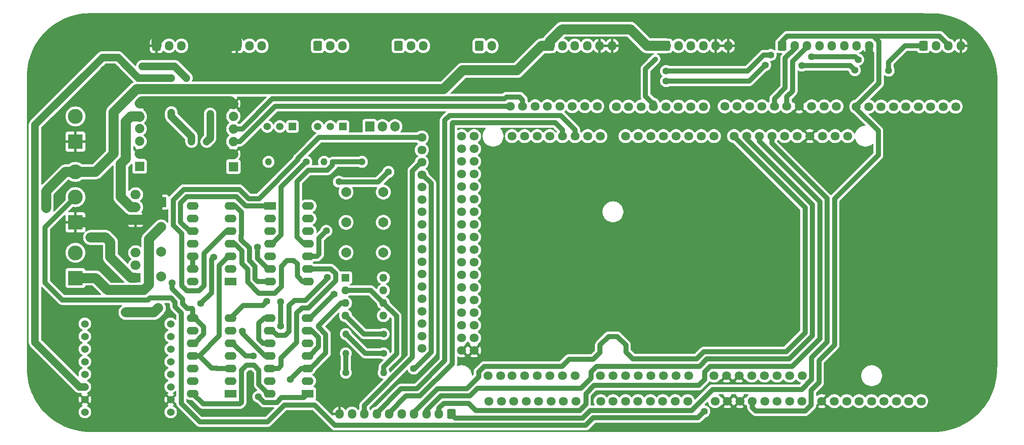
<source format=gbr>
%TF.GenerationSoftware,KiCad,Pcbnew,8.0.6*%
%TF.CreationDate,2024-12-28T01:58:13+02:00*%
%TF.ProjectId,Control_PCB,436f6e74-726f-46c5-9f50-43422e6b6963,rev?*%
%TF.SameCoordinates,Original*%
%TF.FileFunction,Copper,L1,Top*%
%TF.FilePolarity,Positive*%
%FSLAX46Y46*%
G04 Gerber Fmt 4.6, Leading zero omitted, Abs format (unit mm)*
G04 Created by KiCad (PCBNEW 8.0.6) date 2024-12-28 01:58:13*
%MOMM*%
%LPD*%
G01*
G04 APERTURE LIST*
G04 Aperture macros list*
%AMRoundRect*
0 Rectangle with rounded corners*
0 $1 Rounding radius*
0 $2 $3 $4 $5 $6 $7 $8 $9 X,Y pos of 4 corners*
0 Add a 4 corners polygon primitive as box body*
4,1,4,$2,$3,$4,$5,$6,$7,$8,$9,$2,$3,0*
0 Add four circle primitives for the rounded corners*
1,1,$1+$1,$2,$3*
1,1,$1+$1,$4,$5*
1,1,$1+$1,$6,$7*
1,1,$1+$1,$8,$9*
0 Add four rect primitives between the rounded corners*
20,1,$1+$1,$2,$3,$4,$5,0*
20,1,$1+$1,$4,$5,$6,$7,0*
20,1,$1+$1,$6,$7,$8,$9,0*
20,1,$1+$1,$8,$9,$2,$3,0*%
G04 Aperture macros list end*
%TA.AperFunction,ComponentPad*%
%ADD10C,1.524000*%
%TD*%
%TA.AperFunction,ComponentPad*%
%ADD11C,2.000000*%
%TD*%
%TA.AperFunction,ComponentPad*%
%ADD12C,1.800000*%
%TD*%
%TA.AperFunction,ComponentPad*%
%ADD13R,1.879600X1.879600*%
%TD*%
%TA.AperFunction,ComponentPad*%
%ADD14C,1.879600*%
%TD*%
%TA.AperFunction,ComponentPad*%
%ADD15R,2.000000X1.905000*%
%TD*%
%TA.AperFunction,ComponentPad*%
%ADD16O,2.000000X1.905000*%
%TD*%
%TA.AperFunction,ComponentPad*%
%ADD17R,2.400000X1.600000*%
%TD*%
%TA.AperFunction,ComponentPad*%
%ADD18O,2.400000X1.600000*%
%TD*%
%TA.AperFunction,ComponentPad*%
%ADD19RoundRect,0.250000X-0.600000X-0.725000X0.600000X-0.725000X0.600000X0.725000X-0.600000X0.725000X0*%
%TD*%
%TA.AperFunction,ComponentPad*%
%ADD20O,1.700000X1.950000*%
%TD*%
%TA.AperFunction,ComponentPad*%
%ADD21C,1.400000*%
%TD*%
%TA.AperFunction,ComponentPad*%
%ADD22O,1.400000X1.400000*%
%TD*%
%TA.AperFunction,ComponentPad*%
%ADD23R,3.000000X3.000000*%
%TD*%
%TA.AperFunction,ComponentPad*%
%ADD24C,3.000000*%
%TD*%
%TA.AperFunction,ComponentPad*%
%ADD25RoundRect,0.250000X-0.600000X-0.750000X0.600000X-0.750000X0.600000X0.750000X-0.600000X0.750000X0*%
%TD*%
%TA.AperFunction,ComponentPad*%
%ADD26O,1.700000X2.000000*%
%TD*%
%TA.AperFunction,ComponentPad*%
%ADD27RoundRect,0.250000X0.600000X0.725000X-0.600000X0.725000X-0.600000X-0.725000X0.600000X-0.725000X0*%
%TD*%
%TA.AperFunction,ComponentPad*%
%ADD28R,1.500000X1.500000*%
%TD*%
%TA.AperFunction,ComponentPad*%
%ADD29C,1.500000*%
%TD*%
%TA.AperFunction,ComponentPad*%
%ADD30R,1.600000X1.600000*%
%TD*%
%TA.AperFunction,ComponentPad*%
%ADD31O,1.600000X1.600000*%
%TD*%
%TA.AperFunction,ComponentPad*%
%ADD32R,1.905000X2.000000*%
%TD*%
%TA.AperFunction,ComponentPad*%
%ADD33O,1.905000X2.000000*%
%TD*%
%TA.AperFunction,ComponentPad*%
%ADD34R,2.000000X2.000000*%
%TD*%
%TA.AperFunction,ViaPad*%
%ADD35C,1.400000*%
%TD*%
%TA.AperFunction,ViaPad*%
%ADD36C,5.000000*%
%TD*%
%TA.AperFunction,ViaPad*%
%ADD37C,0.600000*%
%TD*%
%TA.AperFunction,Conductor*%
%ADD38C,2.000000*%
%TD*%
%TA.AperFunction,Conductor*%
%ADD39C,1.000000*%
%TD*%
%TA.AperFunction,Conductor*%
%ADD40C,1.500000*%
%TD*%
G04 APERTURE END LIST*
D10*
%TO.P,J101,1,Pin_1*%
%TO.N,/arduino_5V_out*%
X67945000Y-126619000D03*
%TO.P,J101,2,Pin_2*%
%TO.N,GND*%
X67945000Y-124079000D03*
%TO.P,J101,3,Pin_3*%
%TO.N,/SCL*%
X67945000Y-121539000D03*
%TO.P,J101,4,Pin_4*%
%TO.N,/SDA*%
X67945000Y-118999000D03*
%TO.P,J101,5,Pin_5*%
%TO.N,unconnected-(J101-Pin_5-Pad5)*%
X67945000Y-116459000D03*
%TO.P,J101,6,Pin_6*%
%TO.N,unconnected-(J101-Pin_6-Pad6)*%
X67945000Y-113919000D03*
%TO.P,J101,7,Pin_7*%
%TO.N,unconnected-(J101-Pin_7-Pad7)*%
X67945000Y-111379000D03*
%TO.P,J101,8,Pin_8*%
%TO.N,unconnected-(J101-Pin_8-Pad8)*%
X67945000Y-108839000D03*
%TD*%
D11*
%TO.P,C1,1*%
%TO.N,/cap*%
X110744000Y-94488000D03*
%TO.P,C1,2*%
%TO.N,/battery_gnd*%
X103244000Y-94488000D03*
%TD*%
D12*
%TO.P,J21,1,Pin_1*%
%TO.N,/Metal_Sens_Data*%
X164484143Y-124424000D03*
%TD*%
%TO.P,J90,1,Pin_1*%
%TO.N,Net-(J90-Pin_1)*%
X211484143Y-124424000D03*
%TD*%
%TO.P,J78,1,Pin_1*%
%TO.N,/arduino_5V_out*%
X205914000Y-65078000D03*
%TD*%
%TO.P,J20,1,Pin_1*%
%TO.N,Net-(J20-Pin_1)*%
X166984143Y-124424000D03*
%TD*%
%TO.P,J70,1,Pin_1*%
%TO.N,/SCL*%
X136278000Y-64998000D03*
%TD*%
%TO.P,J66,1,Pin_1*%
%TO.N,/EN2_Phase_A*%
X165114000Y-65078000D03*
%TD*%
%TO.P,J92,1,Pin_1*%
%TO.N,Net-(J92-Pin_1)*%
X206484143Y-124424000D03*
%TD*%
D13*
%TO.P,U6,1,OUT*%
%TO.N,/DAC2_Out*%
X80549762Y-77188000D03*
D14*
%TO.P,U6,2,GND*%
%TO.N,GND*%
X80549762Y-74648000D03*
%TO.P,U6,3,SCL*%
%TO.N,/SCL*%
X80549762Y-72108000D03*
%TO.P,U6,4,SDA*%
%TO.N,/SDA*%
X80549762Y-69568000D03*
%TO.P,U6,5,VCC*%
%TO.N,/Rect_Out_3.3v*%
X80549762Y-67028000D03*
%TO.P,U6,6,GND*%
%TO.N,GND*%
X80549762Y-64488000D03*
%TD*%
D12*
%TO.P,J68,1,Pin_1*%
%TO.N,/1*%
X160114000Y-65078000D03*
%TD*%
%TO.P,J65,1,Pin_1*%
%TO.N,/LEN*%
X167614000Y-65078000D03*
%TD*%
%TO.P,J51,1,Pin_1*%
%TO.N,GND*%
X118477365Y-113812000D03*
%TD*%
%TO.P,J13,1,Pin_1*%
%TO.N,/arduino_3V3_out*%
X187484143Y-124424000D03*
%TD*%
%TO.P,J86,1,Pin_1*%
%TO.N,Net-(J86-Pin_1)*%
X225914000Y-65078000D03*
%TD*%
%TO.P,J10,1,Pin_1*%
%TO.N,Net-(J10-Pin_1)*%
X194984143Y-124424000D03*
%TD*%
D15*
%TO.P,U2,1,IN*%
%TO.N,/Rect_Out_12v*%
X60889000Y-99568000D03*
D16*
%TO.P,U2,2,GND*%
%TO.N,GND*%
X60889000Y-97028000D03*
%TO.P,U2,3,OUT*%
%TO.N,/Rect_Out_9v*%
X60889000Y-94488000D03*
%TD*%
D12*
%TO.P,J33,1,Pin_1*%
%TO.N,Net-(J33-Pin_1)*%
X131984143Y-124424000D03*
%TD*%
%TO.P,J49,1,Pin_1*%
%TO.N,Net-(J49-Pin_1)*%
X118477365Y-108812000D03*
%TD*%
%TO.P,J42,1,Pin_1*%
%TO.N,Net-(J42-Pin_1)*%
X118477365Y-91312000D03*
%TD*%
%TO.P,J54,1,Pin_1*%
%TO.N,Net-(J54-Pin_1)*%
X196944000Y-65024000D03*
%TD*%
%TO.P,J67,1,Pin_1*%
%TO.N,/EN2_Phase_B*%
X162614000Y-65078000D03*
%TD*%
%TO.P,J45,1,Pin_1*%
%TO.N,Net-(J45-Pin_1)*%
X118477365Y-98812000D03*
%TD*%
%TO.P,J81,1,Pin_1*%
%TO.N,Net-(J81-Pin_1)*%
X213414000Y-65078000D03*
%TD*%
%TO.P,J91,1,Pin_1*%
%TO.N,Net-(J91-Pin_1)*%
X208984143Y-124424000D03*
%TD*%
%TO.P,J56,1,Pin_1*%
%TO.N,/RIS*%
X191944000Y-65024000D03*
%TD*%
D13*
%TO.P,U8,1,OUT*%
%TO.N,/DAC1_Out*%
X61684762Y-77163000D03*
D14*
%TO.P,U8,2,GND*%
%TO.N,GND*%
X61684762Y-74623000D03*
%TO.P,U8,3,SCL*%
%TO.N,/SCL*%
X61684762Y-72083000D03*
%TO.P,U8,4,SDA*%
%TO.N,/SDA*%
X61684762Y-69543000D03*
%TO.P,U8,5,VCC*%
%TO.N,/Rect_Out_3.3v*%
X61684762Y-67003000D03*
%TO.P,U8,6,GND*%
%TO.N,GND*%
X61684762Y-64463000D03*
%TD*%
D17*
%TO.P,U5,1*%
%TO.N,/battery_vcc*%
X79983762Y-100348000D03*
D18*
%TO.P,U5,2*%
%TO.N,/clk*%
X79983762Y-97808000D03*
%TO.P,U5,3*%
%TO.N,/clk_inv*%
X79983762Y-95268000D03*
%TO.P,U5,4*%
%TO.N,Net-(U5-Pad4)*%
X79983762Y-92728000D03*
%TO.P,U5,5*%
%TO.N,/arduino_5V_out*%
X79983762Y-90188000D03*
%TO.P,U5,6*%
%TO.N,/driver2_5V_out*%
X79983762Y-87648000D03*
%TO.P,U5,7,VSS*%
%TO.N,/battery_gnd*%
X79983762Y-85108000D03*
%TO.P,U5,8*%
%TO.N,/arduino_5V_out*%
X72363762Y-85108000D03*
%TO.P,U5,9*%
%TO.N,/driver1_5V_out*%
X72363762Y-87648000D03*
%TO.P,U5,10*%
%TO.N,Net-(U5-Pad10)*%
X72363762Y-90188000D03*
%TO.P,U5,11*%
%TO.N,unconnected-(U5-Pad11)*%
X72363762Y-92728000D03*
%TO.P,U5,12*%
%TO.N,/battery_gnd*%
X72363762Y-95268000D03*
%TO.P,U5,13*%
X72363762Y-97808000D03*
%TO.P,U5,14,VDD*%
%TO.N,/battery_vcc*%
X72363762Y-100348000D03*
%TD*%
D12*
%TO.P,J76,1,Pin_1*%
%TO.N,/TTL_TX*%
X151278000Y-64998000D03*
%TD*%
D19*
%TO.P,J6,1,Pin_1*%
%TO.N,/Rect_Out_12v*%
X144272000Y-52832000D03*
D20*
%TO.P,J6,2,Pin_2*%
%TO.N,/EN1_Phase_A*%
X146772000Y-52832000D03*
%TO.P,J6,3,Pin_3*%
%TO.N,/EN1_Phase_B*%
X149272000Y-52832000D03*
%TO.P,J6,4,Pin_4*%
%TO.N,/EN1_Phase_Z*%
X151772000Y-52832000D03*
%TO.P,J6,5,Pin_5*%
%TO.N,GND*%
X154272000Y-52832000D03*
%TO.P,J6,6,Pin_6*%
X156772000Y-52832000D03*
%TD*%
D12*
%TO.P,J28,1,Pin_1*%
%TO.N,Net-(J28-Pin_1)*%
X144484143Y-124424000D03*
%TD*%
%TO.P,J32,1,Pin_1*%
%TO.N,Net-(J32-Pin_1)*%
X134484143Y-124424000D03*
%TD*%
%TO.P,J79,1,Pin_1*%
%TO.N,Net-(J79-Pin_1)*%
X208414000Y-65078000D03*
%TD*%
%TO.P,J48,1,Pin_1*%
%TO.N,Net-(J48-Pin_1)*%
X118477365Y-106312000D03*
%TD*%
%TO.P,J37,1,Pin_1*%
%TO.N,/27*%
X118477365Y-78812000D03*
%TD*%
%TO.P,J16,1,Pin_1*%
%TO.N,GND*%
X179984143Y-124424000D03*
%TD*%
%TO.P,J83,1,Pin_1*%
%TO.N,Net-(J83-Pin_1)*%
X218414000Y-65078000D03*
%TD*%
%TO.P,J29,1,Pin_1*%
%TO.N,Net-(J29-Pin_1)*%
X141984143Y-124424000D03*
%TD*%
%TO.P,J73,1,Pin_1*%
%TO.N,/EN1_Phase_B*%
X143778000Y-64998000D03*
%TD*%
%TO.P,J60,1,Pin_1*%
%TO.N,/9*%
X181944000Y-65024000D03*
%TD*%
%TO.P,J82,1,Pin_1*%
%TO.N,Net-(J82-Pin_1)*%
X215914000Y-65078000D03*
%TD*%
%TO.P,J40,1,Pin_1*%
%TO.N,Net-(J40-Pin_1)*%
X118477365Y-86312000D03*
%TD*%
%TO.P,J27,1,Pin_1*%
%TO.N,Net-(J27-Pin_1)*%
X146984143Y-124424000D03*
%TD*%
D19*
%TO.P,J3,1,Pin_1*%
%TO.N,/driver1_5V_out*%
X97536000Y-52832000D03*
D20*
%TO.P,J3,2,Pin_2*%
%TO.N,/driver1_ter_1*%
X100036000Y-52832000D03*
%TO.P,J3,3,Pin_3*%
%TO.N,/driver1_ter_2*%
X102536000Y-52832000D03*
%TD*%
D21*
%TO.P,R3,1*%
%TO.N,Net-(R2-Pad2)*%
X103180000Y-118700000D03*
D22*
%TO.P,R3,2*%
%TO.N,/cap*%
X110800000Y-118700000D03*
%TD*%
D12*
%TO.P,J30,1,Pin_1*%
%TO.N,Net-(J30-Pin_1)*%
X139484143Y-124424000D03*
%TD*%
%TO.P,J36,1,Pin_1*%
%TO.N,/25*%
X118477365Y-76312000D03*
%TD*%
%TO.P,J85,1,Pin_1*%
%TO.N,Net-(J85-Pin_1)*%
X223414000Y-65078000D03*
%TD*%
%TO.P,J80,1,Pin_1*%
%TO.N,Net-(J80-Pin_1)*%
X210914000Y-65078000D03*
%TD*%
%TO.P,J19,1,Pin_1*%
%TO.N,Net-(J19-Pin_1)*%
X169484143Y-124424000D03*
%TD*%
%TO.P,J64,1,Pin_1*%
%TO.N,/REN*%
X170114000Y-65078000D03*
%TD*%
%TO.P,J57,1,Pin_1*%
%TO.N,/LIS*%
X189444000Y-65024000D03*
%TD*%
%TO.P,J62,1,Pin_1*%
%TO.N,/RPWM*%
X175114000Y-65078000D03*
%TD*%
%TO.P,J94,1,Pin_1*%
%TO.N,Net-(J94-Pin_1)*%
X201484143Y-124424000D03*
%TD*%
%TO.P,J41,1,Pin_1*%
%TO.N,Net-(J41-Pin_1)*%
X118477365Y-88812000D03*
%TD*%
%TO.P,J34,1,Pin_1*%
%TO.N,/arduino_5V_out*%
X118477365Y-71312000D03*
%TD*%
%TO.P,J93,1,Pin_1*%
%TO.N,Net-(J93-Pin_1)*%
X203984143Y-124424000D03*
%TD*%
D21*
%TO.P,R4,1*%
%TO.N,/con_sig1*%
X95250000Y-76200000D03*
D22*
%TO.P,R4,2*%
%TO.N,Net-(Q1-B)*%
X87630000Y-76200000D03*
%TD*%
D23*
%TO.P,J8,1,Pin_1*%
%TO.N,GND*%
X48768000Y-88392000D03*
D24*
%TO.P,J8,2,Pin_2*%
%TO.N,/Metal_Sens_Data*%
X48768000Y-83312000D03*
%TO.P,J8,3,Pin_3*%
%TO.N,/Rect_Out_12v*%
X48768000Y-78232000D03*
%TD*%
D25*
%TO.P,J96,1,Pin_1*%
%TO.N,/battery_vcc_9v*%
X130048000Y-52832000D03*
D26*
%TO.P,J96,2,Pin_2*%
%TO.N,/battery_gnd*%
X132548000Y-52832000D03*
%TD*%
D12*
%TO.P,J31,1,Pin_1*%
%TO.N,Net-(J31-Pin_1)*%
X136984143Y-124424000D03*
%TD*%
D27*
%TO.P,J98,1,Pin_1*%
%TO.N,/11*%
X124420000Y-127000000D03*
D20*
%TO.P,J98,2,Pin_2*%
%TO.N,/10*%
X121920000Y-127000000D03*
%TO.P,J98,3,Pin_3*%
%TO.N,/9*%
X119420000Y-127000000D03*
%TO.P,J98,4,Pin_4*%
%TO.N,/8*%
X116920000Y-127000000D03*
%TO.P,J98,5,Pin_5*%
%TO.N,/27*%
X114420000Y-127000000D03*
%TO.P,J98,6,Pin_6*%
%TO.N,/17*%
X111920000Y-127000000D03*
%TO.P,J98,7,Pin_7*%
%TO.N,/16*%
X109420000Y-127000000D03*
%TO.P,J98,8,Pin_8*%
%TO.N,/25*%
X106920000Y-127000000D03*
%TO.P,J98,9,Pin_9*%
%TO.N,/23*%
X104420000Y-127000000D03*
%TO.P,J98,10,Pin_10*%
%TO.N,GND*%
X101920000Y-127000000D03*
%TD*%
D23*
%TO.P,J9,1,Pin_1*%
%TO.N,+12V*%
X48768000Y-99610000D03*
D24*
%TO.P,J9,2,Pin_2*%
%TO.N,/Input_Ground*%
X48768000Y-94530000D03*
%TD*%
D10*
%TO.P,J100,1,Pin_1*%
%TO.N,/arduino_5V_out*%
X50673000Y-126619000D03*
%TO.P,J100,2,Pin_2*%
%TO.N,GND*%
X50673000Y-124079000D03*
%TO.P,J100,3,Pin_3*%
%TO.N,/SCL*%
X50673000Y-121539000D03*
%TO.P,J100,4,Pin_4*%
%TO.N,/SDA*%
X50673000Y-118999000D03*
%TO.P,J100,5,Pin_5*%
%TO.N,unconnected-(J100-Pin_5-Pad5)*%
X50673000Y-116459000D03*
%TO.P,J100,6,Pin_6*%
%TO.N,unconnected-(J100-Pin_6-Pad6)*%
X50673000Y-113919000D03*
%TO.P,J100,7,Pin_7*%
%TO.N,unconnected-(J100-Pin_7-Pad7)*%
X50673000Y-111379000D03*
%TO.P,J100,8,Pin_8*%
%TO.N,unconnected-(J100-Pin_8-Pad8)*%
X50673000Y-108839000D03*
%TD*%
D19*
%TO.P,TTL,1,Pin_1*%
%TO.N,/TTL_RX*%
X219456000Y-52832000D03*
D20*
%TO.P,TTL,2,Pin_2*%
%TO.N,/TTL_TX*%
X221956000Y-52832000D03*
%TO.P,TTL,3,Pin_3*%
%TO.N,/arduino_5V_out*%
X224456000Y-52832000D03*
%TO.P,TTL,4,Pin_4*%
%TO.N,GND*%
X226956000Y-52832000D03*
%TD*%
D17*
%TO.P,U11,1,Q*%
%TO.N,/reg1_out*%
X95504000Y-122893000D03*
D18*
%TO.P,U11,2,~{Q}*%
%TO.N,/reg1_out_inv*%
X95504000Y-120353000D03*
%TO.P,U11,3,C*%
%TO.N,/clk*%
X95504000Y-117813000D03*
%TO.P,U11,4,R*%
%TO.N,/battery_gnd*%
X95504000Y-115273000D03*
%TO.P,U11,5,D*%
%TO.N,Net-(U11A-D)*%
X95504000Y-112733000D03*
%TO.P,U11,6,S*%
%TO.N,/battery_gnd*%
X95504000Y-110193000D03*
%TO.P,U11,7,VSS*%
X95504000Y-107653000D03*
%TO.P,U11,8,S*%
X87884000Y-107653000D03*
%TO.P,U11,9,D*%
%TO.N,Net-(U11B-D)*%
X87884000Y-110193000D03*
%TO.P,U11,10,R*%
%TO.N,/battery_gnd*%
X87884000Y-112733000D03*
%TO.P,U11,11,C*%
%TO.N,/clk*%
X87884000Y-115273000D03*
%TO.P,U11,12,~{Q}*%
%TO.N,/reg3_out_inv*%
X87884000Y-117813000D03*
%TO.P,U11,13,Q*%
%TO.N,/reg3_out*%
X87884000Y-120353000D03*
%TO.P,U11,14,VDD*%
%TO.N,/battery_vcc*%
X87884000Y-122893000D03*
%TD*%
D12*
%TO.P,J44,1,Pin_1*%
%TO.N,Net-(J44-Pin_1)*%
X118477365Y-96312000D03*
%TD*%
%TO.P,J74,1,Pin_1*%
%TO.N,/17*%
X146278000Y-64998000D03*
%TD*%
D19*
%TO.P,J4,1,Pin_1*%
%TO.N,/arduino_5V_out*%
X191008000Y-52832000D03*
D20*
%TO.P,J4,2,Pin_2*%
%TO.N,/LIS*%
X193508000Y-52832000D03*
%TO.P,J4,3,Pin_3*%
%TO.N,/RIS*%
X196008000Y-52832000D03*
%TO.P,J4,4,Pin_4*%
%TO.N,/LEN*%
X198508000Y-52832000D03*
%TO.P,J4,5,Pin_5*%
%TO.N,/REN*%
X201008000Y-52832000D03*
%TO.P,J4,6,Pin_6*%
%TO.N,/LPWM*%
X203508000Y-52832000D03*
%TO.P,J4,7,Pin_7*%
%TO.N,/RPWM*%
X206008000Y-52832000D03*
%TO.P,J4,8,Pin_8*%
%TO.N,GND*%
X208508000Y-52832000D03*
%TD*%
D12*
%TO.P,J39,1,Pin_1*%
%TO.N,Net-(J39-Pin_1)*%
X118477365Y-83812000D03*
%TD*%
%TO.P,J46,1,Pin_1*%
%TO.N,Net-(J46-Pin_1)*%
X118477365Y-101312000D03*
%TD*%
%TO.P,J72,1,Pin_1*%
%TO.N,/EN1_Phase_A*%
X141278000Y-64998000D03*
%TD*%
%TO.P,J43,1,Pin_1*%
%TO.N,Net-(J43-Pin_1)*%
X118477365Y-93812000D03*
%TD*%
%TO.P,J71,1,Pin_1*%
%TO.N,/SDA*%
X138778000Y-64998000D03*
%TD*%
D28*
%TO.P,Q1,1,E*%
%TO.N,/driver1_ter_2*%
X92456000Y-69088000D03*
D29*
%TO.P,Q1,2,B*%
%TO.N,Net-(Q1-B)*%
X89916000Y-69088000D03*
%TO.P,Q1,3,C*%
%TO.N,/driver1_ter_1*%
X87376000Y-69088000D03*
%TD*%
D12*
%TO.P,J69,1,Pin_1*%
%TO.N,/0*%
X157614000Y-65078000D03*
%TD*%
D30*
%TO.P,U9,1,GND*%
%TO.N,/battery_gnd*%
X103124000Y-99568000D03*
D31*
%TO.P,U9,2,TR*%
%TO.N,/cap*%
X103124000Y-102108000D03*
%TO.P,U9,3,Q*%
%TO.N,/clk*%
X103124000Y-104648000D03*
%TO.P,U9,4,R*%
%TO.N,/battery_vcc*%
X103124000Y-107188000D03*
%TO.P,U9,5,CV*%
%TO.N,unconnected-(U9-CV-Pad5)*%
X110744000Y-107188000D03*
%TO.P,U9,6,THR*%
%TO.N,/cap*%
X110744000Y-104648000D03*
%TO.P,U9,7,DIS*%
%TO.N,/res_m*%
X110744000Y-102108000D03*
%TO.P,U9,8,VCC*%
%TO.N,/battery_vcc*%
X110744000Y-99568000D03*
%TD*%
D12*
%TO.P,J88,1,Pin_1*%
%TO.N,Net-(J88-Pin_1)*%
X216484143Y-124424000D03*
%TD*%
%TO.P,J63,1,Pin_1*%
%TO.N,/LPWM*%
X172614000Y-65078000D03*
%TD*%
D23*
%TO.P,J7,1,Pin_1*%
%TO.N,GND*%
X48768000Y-72136000D03*
D24*
%TO.P,J7,2,Pin_2*%
%TO.N,/Rect_Out_9v*%
X48768000Y-67056000D03*
%TD*%
D19*
%TO.P,J1,1,Pin_1*%
%TO.N,GND*%
X81280000Y-52832000D03*
D20*
%TO.P,J1,2,Pin_2*%
%TO.N,/DAC1_Out*%
X83780000Y-52832000D03*
%TO.P,J1,3,Pin_3*%
%TO.N,/DAC2_Out*%
X86280000Y-52832000D03*
%TD*%
D12*
%TO.P,J23,1,Pin_1*%
%TO.N,Net-(J23-Pin_1)*%
X159484143Y-124424000D03*
%TD*%
%TO.P,J24,1,Pin_1*%
%TO.N,Net-(J24-Pin_1)*%
X156984143Y-124424000D03*
%TD*%
%TO.P,J22,1,Pin_1*%
%TO.N,Net-(J22-Pin_1)*%
X161984143Y-124424000D03*
%TD*%
D19*
%TO.P,J2,1,Pin_1*%
%TO.N,GND*%
X65104000Y-52832000D03*
D20*
%TO.P,J2,2,Pin_2*%
%TO.N,/DAC1_Out*%
X67604000Y-52832000D03*
%TO.P,J2,3,Pin_3*%
%TO.N,/DAC2_Out*%
X70104000Y-52832000D03*
%TD*%
D12*
%TO.P,J52,1,Pin_1*%
%TO.N,/SCL*%
X201944000Y-65024000D03*
%TD*%
%TO.P,J26,1,Pin_1*%
%TO.N,Net-(J26-Pin_1)*%
X149484143Y-124424000D03*
%TD*%
%TO.P,J53,1,Pin_1*%
%TO.N,/SDA*%
X199444000Y-65024000D03*
%TD*%
D21*
%TO.P,R1,1*%
%TO.N,/battery_vcc*%
X110800000Y-110900000D03*
D22*
%TO.P,R1,2*%
%TO.N,/res_m*%
X103180000Y-110900000D03*
%TD*%
D12*
%TO.P,J12,1,Pin_1*%
%TO.N,Net-(J12-Pin_1)*%
X189984143Y-124424000D03*
%TD*%
D32*
%TO.P,U1,1,IN*%
%TO.N,/battery_vcc_9v*%
X108000000Y-69100000D03*
D33*
%TO.P,U1,2,GND*%
%TO.N,/battery_gnd*%
X110540000Y-69100000D03*
%TO.P,U1,3,OUT*%
%TO.N,/battery_vcc*%
X113080000Y-69100000D03*
%TD*%
D12*
%TO.P,J35,1,Pin_1*%
%TO.N,/23*%
X118477365Y-73812000D03*
%TD*%
%TO.P,A1,0,0*%
%TO.N,/0*%
X159484143Y-71027000D03*
%TO.P,A1,1,1*%
%TO.N,/1*%
X162024143Y-71027000D03*
%TO.P,A1,2,2*%
%TO.N,/EN2_Phase_B*%
X164564143Y-71027000D03*
%TO.P,A1,3,3*%
%TO.N,/EN2_Phase_A*%
X167104143Y-71027000D03*
%TO.P,A1,3V3,+3V3*%
%TO.N,/arduino_3V3_out*%
X187424143Y-119287000D03*
%TO.P,A1,4,4*%
%TO.N,/LEN*%
X169644143Y-71027000D03*
%TO.P,A1,5,5*%
%TO.N,/REN*%
X172184143Y-71027000D03*
%TO.P,A1,5V_1,+5V_1*%
%TO.N,/arduino_5V_out*%
X184884143Y-119287000D03*
%TO.P,A1,5V_2,+5V_2*%
X129004143Y-71027000D03*
%TO.P,A1,5V_3,+5V_3*%
X126464143Y-71027000D03*
%TO.P,A1,6,6*%
%TO.N,/LPWM*%
X174724143Y-71027000D03*
%TO.P,A1,7,7*%
%TO.N,/RPWM*%
X177264143Y-71027000D03*
%TO.P,A1,8,8*%
%TO.N,/8*%
X181328143Y-71027000D03*
%TO.P,A1,9,9*%
%TO.N,/9*%
X183868143Y-71027000D03*
%TO.P,A1,10,10*%
%TO.N,/10*%
X186408143Y-71027000D03*
%TO.P,A1,11,11*%
%TO.N,/11*%
X188948143Y-71027000D03*
%TO.P,A1,12,12*%
%TO.N,/LIS*%
X191488143Y-71027000D03*
%TO.P,A1,13,13*%
%TO.N,/RIS*%
X194028143Y-71027000D03*
%TO.P,A1,14,14*%
%TO.N,/TTL_RX*%
X154404143Y-71027000D03*
%TO.P,A1,15,15*%
%TO.N,/TTL_TX*%
X151864143Y-71027000D03*
%TO.P,A1,16,16*%
%TO.N,/16*%
X149324143Y-71027000D03*
%TO.P,A1,17,17*%
%TO.N,/17*%
X146784143Y-71027000D03*
%TO.P,A1,18,18*%
%TO.N,/EN1_Phase_B*%
X144244143Y-71027000D03*
%TO.P,A1,19,19*%
%TO.N,/EN1_Phase_A*%
X141704143Y-71027000D03*
%TO.P,A1,20,20*%
%TO.N,/SDA*%
X139164143Y-71027000D03*
%TO.P,A1,21,21*%
%TO.N,/SCL*%
X136624143Y-71027000D03*
%TO.P,A1,22,22*%
%TO.N,Net-(J79-Pin_1)*%
X129004143Y-73567000D03*
%TO.P,A1,23,23*%
%TO.N,/23*%
X126464143Y-73567000D03*
%TO.P,A1,24,24*%
%TO.N,Net-(J80-Pin_1)*%
X129004143Y-76107000D03*
%TO.P,A1,25,25*%
%TO.N,/25*%
X126464143Y-76107000D03*
%TO.P,A1,26,26*%
%TO.N,Net-(J81-Pin_1)*%
X129004143Y-78647000D03*
%TO.P,A1,27,27*%
%TO.N,/27*%
X126464143Y-78647000D03*
%TO.P,A1,28,28*%
%TO.N,Net-(J82-Pin_1)*%
X129004143Y-81187000D03*
%TO.P,A1,29,29*%
%TO.N,Net-(J38-Pin_1)*%
X126464143Y-81187000D03*
%TO.P,A1,30,30*%
%TO.N,Net-(J83-Pin_1)*%
X129004143Y-83727000D03*
%TO.P,A1,31,31*%
%TO.N,Net-(J39-Pin_1)*%
X126464143Y-83727000D03*
%TO.P,A1,32,32*%
%TO.N,Net-(J84-Pin_1)*%
X129004143Y-86267000D03*
%TO.P,A1,33,33*%
%TO.N,Net-(J40-Pin_1)*%
X126464143Y-86267000D03*
%TO.P,A1,34,34*%
%TO.N,Net-(J85-Pin_1)*%
X129004143Y-88807000D03*
%TO.P,A1,35,35*%
%TO.N,Net-(J41-Pin_1)*%
X126464143Y-88807000D03*
%TO.P,A1,36,36*%
%TO.N,Net-(J86-Pin_1)*%
X129004143Y-91347000D03*
%TO.P,A1,37,37*%
%TO.N,Net-(J42-Pin_1)*%
X126464143Y-91347000D03*
%TO.P,A1,38,38*%
%TO.N,Net-(J87-Pin_1)*%
X129004143Y-93887000D03*
%TO.P,A1,39,39*%
%TO.N,Net-(J43-Pin_1)*%
X126464143Y-93887000D03*
%TO.P,A1,40,40*%
%TO.N,Net-(J88-Pin_1)*%
X129004143Y-96427000D03*
%TO.P,A1,41,41*%
%TO.N,Net-(J44-Pin_1)*%
X126464143Y-96427000D03*
%TO.P,A1,42,42*%
%TO.N,Net-(J89-Pin_1)*%
X129004143Y-98967000D03*
%TO.P,A1,43,43*%
%TO.N,Net-(J45-Pin_1)*%
X126464143Y-98967000D03*
%TO.P,A1,44,44*%
%TO.N,Net-(J90-Pin_1)*%
X129004143Y-101507000D03*
%TO.P,A1,45,45*%
%TO.N,Net-(J46-Pin_1)*%
X126464143Y-101507000D03*
%TO.P,A1,46,46*%
%TO.N,Net-(J91-Pin_1)*%
X129004143Y-104047000D03*
%TO.P,A1,47,47*%
%TO.N,Net-(J47-Pin_1)*%
X126464143Y-104047000D03*
%TO.P,A1,48,48*%
%TO.N,Net-(J92-Pin_1)*%
X129004143Y-106587000D03*
%TO.P,A1,49,49*%
%TO.N,Net-(J48-Pin_1)*%
X126464143Y-106587000D03*
%TO.P,A1,50,50*%
%TO.N,Net-(J93-Pin_1)*%
X129004143Y-109127000D03*
%TO.P,A1,51,51*%
%TO.N,Net-(J49-Pin_1)*%
X126464143Y-109127000D03*
%TO.P,A1,52,52*%
%TO.N,Net-(J94-Pin_1)*%
X129004143Y-111667000D03*
%TO.P,A1,53,53*%
%TO.N,Net-(J50-Pin_1)*%
X126464143Y-111667000D03*
%TO.P,A1,AD0,AD0*%
%TO.N,Net-(J18-Pin_1)*%
X172184143Y-119287000D03*
%TO.P,A1,AD1,AD1*%
%TO.N,Net-(J19-Pin_1)*%
X169644143Y-119287000D03*
%TO.P,A1,AD2,AD2*%
%TO.N,Net-(J20-Pin_1)*%
X167104143Y-119287000D03*
%TO.P,A1,AD3,AD3*%
%TO.N,/Metal_Sens_Data*%
X164564143Y-119287000D03*
%TO.P,A1,AD4,AD4*%
%TO.N,Net-(J22-Pin_1)*%
X162024143Y-119287000D03*
%TO.P,A1,AD5,AD5*%
%TO.N,Net-(J23-Pin_1)*%
X159484143Y-119287000D03*
%TO.P,A1,AD6,AD6*%
%TO.N,Net-(J24-Pin_1)*%
X156944143Y-119287000D03*
%TO.P,A1,AD7,AD7*%
%TO.N,Net-(J25-Pin_1)*%
X154404143Y-119287000D03*
%TO.P,A1,AD8,AD8*%
%TO.N,Net-(J26-Pin_1)*%
X149324143Y-119287000D03*
%TO.P,A1,AD9,AD9*%
%TO.N,Net-(J27-Pin_1)*%
X146784143Y-119287000D03*
%TO.P,A1,AD10,AD10*%
%TO.N,Net-(J28-Pin_1)*%
X144244143Y-119287000D03*
%TO.P,A1,AD11,AD11*%
%TO.N,Net-(J29-Pin_1)*%
X141704143Y-119287000D03*
%TO.P,A1,AD12,AD12*%
%TO.N,Net-(J30-Pin_1)*%
X139164143Y-119287000D03*
%TO.P,A1,AD13,AD13*%
%TO.N,Net-(J31-Pin_1)*%
X136624143Y-119287000D03*
%TO.P,A1,AD14,AD14*%
%TO.N,Net-(J32-Pin_1)*%
X134338143Y-119287000D03*
%TO.P,A1,AD15,AD15*%
%TO.N,Net-(J33-Pin_1)*%
X131798143Y-119287000D03*
%TO.P,A1,AREF,AREF*%
%TO.N,Net-(J54-Pin_1)*%
X199108143Y-71027000D03*
%TO.P,A1,GND1,GND1*%
%TO.N,GND*%
X182344143Y-119287000D03*
%TO.P,A1,GND2,GND2*%
X179804143Y-119287000D03*
%TO.P,A1,GND3,GND3*%
X196568143Y-71027000D03*
%TO.P,A1,GND4,GND4*%
X129004143Y-114207000D03*
%TO.P,A1,GND5,GND5*%
X126464143Y-114207000D03*
%TO.P,A1,IOREF,IOREF*%
%TO.N,Net-(J11-Pin_1)*%
X192504143Y-119287000D03*
%TO.P,A1,NC,NC*%
%TO.N,Net-(J10-Pin_1)*%
X195044143Y-119287000D03*
%TO.P,A1,RESET,RESET*%
%TO.N,Net-(J12-Pin_1)*%
X189964143Y-119287000D03*
%TO.P,A1,SCL,SCL*%
%TO.N,/SCL*%
X204188143Y-71027000D03*
%TO.P,A1,SDA,SDA*%
%TO.N,/SDA*%
X201648143Y-71027000D03*
%TO.P,A1,VIN,VIN*%
%TO.N,Net-(J17-Pin_1)*%
X177264143Y-119287000D03*
%TD*%
%TO.P,J18,1,Pin_1*%
%TO.N,Net-(J18-Pin_1)*%
X171984143Y-124424000D03*
%TD*%
%TO.P,J84,1,Pin_1*%
%TO.N,Net-(J84-Pin_1)*%
X220914000Y-65078000D03*
%TD*%
%TO.P,J87,1,Pin_1*%
%TO.N,Net-(J87-Pin_1)*%
X218984143Y-124424000D03*
%TD*%
%TO.P,J17,1,Pin_1*%
%TO.N,Net-(J17-Pin_1)*%
X177484143Y-124424000D03*
%TD*%
%TO.P,J47,1,Pin_1*%
%TO.N,Net-(J47-Pin_1)*%
X118477365Y-103812000D03*
%TD*%
%TO.P,J25,1,Pin_1*%
%TO.N,Net-(J25-Pin_1)*%
X154484143Y-124424000D03*
%TD*%
D15*
%TO.P,U4,1,GND*%
%TO.N,GND*%
X60889000Y-87884000D03*
D16*
%TO.P,U4,2,VO*%
%TO.N,/Rect_Out_3.3v*%
X60889000Y-85344000D03*
%TO.P,U4,3,VI*%
%TO.N,/Rect_Out_9v*%
X60889000Y-82804000D03*
%TD*%
D12*
%TO.P,J89,1,Pin_1*%
%TO.N,Net-(J89-Pin_1)*%
X213984143Y-124424000D03*
%TD*%
D17*
%TO.P,U10,1,Q*%
%TO.N,unconnected-(U10A-Q-Pad1)*%
X80004000Y-122893000D03*
D18*
%TO.P,U10,2,~{Q}*%
%TO.N,Net-(U10A-~{Q})*%
X80004000Y-120353000D03*
%TO.P,U10,3,C*%
%TO.N,/clk_inv*%
X80004000Y-117813000D03*
%TO.P,U10,4,R*%
%TO.N,/battery_gnd*%
X80004000Y-115273000D03*
%TO.P,U10,5,D*%
%TO.N,/reg1_out*%
X80004000Y-112733000D03*
%TO.P,U10,6,S*%
%TO.N,/battery_gnd*%
X80004000Y-110193000D03*
%TO.P,U10,7,VSS*%
X80004000Y-107653000D03*
%TO.P,U10,8,S*%
X72384000Y-107653000D03*
%TO.P,U10,9,D*%
%TO.N,/reg3_out*%
X72384000Y-110193000D03*
%TO.P,U10,10,R*%
%TO.N,/battery_gnd*%
X72384000Y-112733000D03*
%TO.P,U10,11,C*%
%TO.N,/clk_inv*%
X72384000Y-115273000D03*
%TO.P,U10,12,~{Q}*%
%TO.N,Net-(U10B-~{Q})*%
X72384000Y-117813000D03*
%TO.P,U10,13,Q*%
%TO.N,unconnected-(U10B-Q-Pad13)*%
X72384000Y-120353000D03*
%TO.P,U10,14,VDD*%
%TO.N,/battery_vcc*%
X72384000Y-122893000D03*
%TD*%
D12*
%TO.P,J61,1,Pin_1*%
%TO.N,/8*%
X179444000Y-65024000D03*
%TD*%
D28*
%TO.P,Q2,1,E*%
%TO.N,/driver2_ter_2*%
X102616000Y-69088000D03*
D29*
%TO.P,Q2,2,B*%
%TO.N,Net-(Q2-B)*%
X100076000Y-69088000D03*
%TO.P,Q2,3,C*%
%TO.N,/driver2_ter_1*%
X97536000Y-69088000D03*
%TD*%
D12*
%TO.P,J77,1,Pin_1*%
%TO.N,/TTL_RX*%
X153778000Y-64998000D03*
%TD*%
D21*
%TO.P,R5,1*%
%TO.N,/con_sig2*%
X106426000Y-76200000D03*
D22*
%TO.P,R5,2*%
%TO.N,Net-(Q2-B)*%
X98806000Y-76200000D03*
%TD*%
D11*
%TO.P,C2,1*%
%TO.N,/cap*%
X110744000Y-88392000D03*
%TO.P,C2,2*%
%TO.N,/battery_gnd*%
X103244000Y-88392000D03*
%TD*%
D12*
%TO.P,J50,1,Pin_1*%
%TO.N,Net-(J50-Pin_1)*%
X118477365Y-111312000D03*
%TD*%
%TO.P,J58,1,Pin_1*%
%TO.N,/11*%
X186944000Y-65024000D03*
%TD*%
%TO.P,J14,1,Pin_1*%
%TO.N,/arduino_5V_out*%
X184984143Y-124424000D03*
%TD*%
D19*
%TO.P,J5,1,Pin_1*%
%TO.N,/Rect_Out_12v*%
X167640000Y-52832000D03*
D20*
%TO.P,J5,2,Pin_2*%
%TO.N,/EN2_Phase_A*%
X170140000Y-52832000D03*
%TO.P,J5,3,Pin_3*%
%TO.N,/EN2_Phase_B*%
X172640000Y-52832000D03*
%TO.P,J5,4,Pin_4*%
%TO.N,/EN2_Phase_Z*%
X175140000Y-52832000D03*
%TO.P,J5,5,Pin_5*%
%TO.N,GND*%
X177640000Y-52832000D03*
%TO.P,J5,6,Pin_6*%
X180140000Y-52832000D03*
%TD*%
D21*
%TO.P,R2,1*%
%TO.N,/res_m*%
X110800000Y-114800000D03*
D22*
%TO.P,R2,2*%
%TO.N,Net-(R2-Pad2)*%
X103180000Y-114800000D03*
%TD*%
D12*
%TO.P,J11,1,Pin_1*%
%TO.N,Net-(J11-Pin_1)*%
X192484143Y-124424000D03*
%TD*%
%TO.P,J75,1,Pin_1*%
%TO.N,/16*%
X148778000Y-64998000D03*
%TD*%
%TO.P,J15,1,Pin_1*%
%TO.N,GND*%
X182484143Y-124424000D03*
%TD*%
%TO.P,J59,1,Pin_1*%
%TO.N,/10*%
X184444000Y-65024000D03*
%TD*%
D17*
%TO.P,U7,1*%
%TO.N,Net-(U5-Pad10)*%
X87983762Y-85108000D03*
D18*
%TO.P,U7,2*%
%TO.N,/reg1_out_inv*%
X87983762Y-87648000D03*
%TO.P,U7,3*%
%TO.N,Net-(U11A-D)*%
X87983762Y-90188000D03*
%TO.P,U7,4*%
%TO.N,/con_sig1*%
X87983762Y-92728000D03*
%TO.P,U7,5*%
%TO.N,Net-(U10A-~{Q})*%
X87983762Y-95268000D03*
%TO.P,U7,6*%
%TO.N,/reg1_out*%
X87983762Y-97808000D03*
%TO.P,U7,7,VSS*%
%TO.N,/battery_gnd*%
X87983762Y-100348000D03*
%TO.P,U7,8*%
%TO.N,Net-(U5-Pad4)*%
X95603762Y-100348000D03*
%TO.P,U7,9*%
%TO.N,/reg3_out_inv*%
X95603762Y-97808000D03*
%TO.P,U7,10*%
%TO.N,Net-(U11B-D)*%
X95603762Y-95268000D03*
%TO.P,U7,11*%
%TO.N,/con_sig2*%
X95603762Y-92728000D03*
%TO.P,U7,12*%
%TO.N,Net-(U10B-~{Q})*%
X95603762Y-90188000D03*
%TO.P,U7,13*%
%TO.N,/reg3_out*%
X95603762Y-87648000D03*
%TO.P,U7,14,VDD*%
%TO.N,/battery_vcc*%
X95603762Y-85108000D03*
%TD*%
D12*
%TO.P,J38,1,Pin_1*%
%TO.N,Net-(J38-Pin_1)*%
X118477365Y-81312000D03*
%TD*%
%TO.P,J95,1,Pin_1*%
%TO.N,GND*%
X198984143Y-124424000D03*
%TD*%
D19*
%TO.P,J97,1,Pin_1*%
%TO.N,/driver2_5V_out*%
X113792000Y-52832000D03*
D20*
%TO.P,J97,2,Pin_2*%
%TO.N,/driver2_ter_1*%
X116292000Y-52832000D03*
%TO.P,J97,3,Pin_3*%
%TO.N,/driver2_ter_2*%
X118792000Y-52832000D03*
%TD*%
D34*
%TO.P,D1,1,-*%
%TO.N,GND*%
X66040000Y-84328000D03*
D11*
%TO.P,D1,2*%
%TO.N,+12V*%
X66040000Y-89328000D03*
%TO.P,D1,3*%
%TO.N,/Input_Ground*%
X66040000Y-94328000D03*
%TO.P,D1,4,+*%
%TO.N,/Rect_Out_12v*%
X66040000Y-99328000D03*
%TD*%
%TO.P,C3,1*%
%TO.N,/cap*%
X110744000Y-82296000D03*
%TO.P,C3,2*%
%TO.N,/battery_gnd*%
X103244000Y-82296000D03*
%TD*%
D12*
%TO.P,J55,1,Pin_1*%
%TO.N,GND*%
X194444000Y-65024000D03*
%TD*%
D35*
%TO.N,GND*%
X113400000Y-99600000D03*
X100200000Y-86900000D03*
D36*
X217400000Y-105200000D03*
D35*
X105500000Y-86900000D03*
X75300000Y-126700000D03*
D36*
X55800000Y-58900000D03*
D35*
X83900000Y-119600000D03*
X75470000Y-57410000D03*
X110700000Y-97000000D03*
D36*
X55880000Y-114808000D03*
X217400000Y-58900000D03*
D35*
%TO.N,/27*%
X116840000Y-117856000D03*
%TO.N,/SCL*%
X72136000Y-72136000D03*
X68072000Y-66260000D03*
X68072000Y-59358000D03*
%TO.N,/Metal_Sens_Data*%
X175340000Y-126490000D03*
%TO.N,/SDA*%
X71120000Y-59358000D03*
X75184000Y-72136000D03*
X62230000Y-56950000D03*
X75949962Y-66540000D03*
D37*
%TO.N,/EN2_Phase_A*%
X165500000Y-55500000D03*
D35*
%TO.N,/Rect_Out_12v*%
X42870000Y-85542000D03*
X65452896Y-105664000D03*
X51816000Y-91440000D03*
X58928000Y-106532000D03*
%TO.N,/battery_gnd*%
X100823458Y-102855458D03*
X87280000Y-104350000D03*
X68220000Y-100584000D03*
%TO.N,/reg1_out*%
X85440000Y-93390000D03*
X84599000Y-115316916D03*
X85609968Y-123532066D03*
%TO.N,/battery_vcc*%
X111760000Y-78232000D03*
X101800000Y-80200000D03*
%TO.N,/clk*%
X91990000Y-120030000D03*
X74000000Y-104768000D03*
X82390000Y-110310000D03*
X76600000Y-95430000D03*
%TO.N,/reg1_out_inv*%
X90070000Y-109270000D03*
X90070000Y-104360000D03*
%TO.N,Net-(U11B-D)*%
X99270000Y-90126000D03*
X99469999Y-99457158D03*
%TO.N,/TTL_TX*%
X196880000Y-55020000D03*
X206310000Y-55610000D03*
X188710000Y-54660000D03*
X167640000Y-57912000D03*
%TO.N,/TTL_RX*%
X205627137Y-57747303D03*
X212430000Y-57820000D03*
X167640000Y-59944000D03*
X187600000Y-56710000D03*
X194940000Y-56820000D03*
%TD*%
D38*
%TO.N,GND*%
X79220685Y-64488000D02*
X78129962Y-65578723D01*
D39*
X75300000Y-126700000D02*
X83200000Y-126700000D01*
X113400000Y-99600000D02*
X113300000Y-99600000D01*
D38*
X81280000Y-52832000D02*
X80048000Y-52832000D01*
X52832000Y-88392000D02*
X53340000Y-87884000D01*
X66040000Y-84328000D02*
X65024000Y-83312000D01*
D39*
X83900000Y-126000000D02*
X83900000Y-119600000D01*
D38*
X61684762Y-64463000D02*
X62129762Y-64018000D01*
X61684762Y-74623000D02*
X79105000Y-74623000D01*
X79841000Y-50377000D02*
X66638882Y-50377000D01*
D40*
X205742688Y-62644000D02*
X195551208Y-62644000D01*
D38*
X79130000Y-74648000D02*
X80549762Y-74648000D01*
X48768000Y-88392000D02*
X52832000Y-88392000D01*
D39*
X104412000Y-86412000D02*
X100688000Y-86412000D01*
D40*
X195551208Y-62644000D02*
X194444000Y-63751208D01*
D39*
X113300000Y-99600000D02*
X110700000Y-97000000D01*
D38*
X65024000Y-83312000D02*
X65024000Y-75662638D01*
X66638882Y-50377000D02*
X65104000Y-51911882D01*
D39*
X110700000Y-97000000D02*
X110300000Y-97000000D01*
D38*
X80549762Y-64488000D02*
X79220685Y-64488000D01*
X65104000Y-51911882D02*
X65104000Y-52832000D01*
D39*
X105500000Y-92200000D02*
X105500000Y-86900000D01*
X104900000Y-86900000D02*
X104412000Y-86412000D01*
D40*
X208508000Y-59878688D02*
X205742688Y-62644000D01*
D38*
X81280000Y-51816000D02*
X79841000Y-50377000D01*
X60889000Y-87884000D02*
X62484000Y-87884000D01*
D39*
X105500000Y-86900000D02*
X104900000Y-86900000D01*
D38*
X61684762Y-64463000D02*
X63013839Y-64463000D01*
X62129762Y-64018000D02*
X79979562Y-64018000D01*
X81280000Y-52832000D02*
X81280000Y-51816000D01*
D39*
X110300000Y-97000000D02*
X105500000Y-92200000D01*
D38*
X65024000Y-75662638D02*
X63984362Y-74623000D01*
D40*
X194444000Y-63751208D02*
X194444000Y-65024000D01*
D38*
X78129962Y-73647962D02*
X79130000Y-74648000D01*
X80048000Y-52832000D02*
X75470000Y-57410000D01*
D39*
X100688000Y-86412000D02*
X100200000Y-86900000D01*
D38*
X62484000Y-87884000D02*
X66040000Y-84328000D01*
X79979562Y-64018000D02*
X80549762Y-64588200D01*
X79105000Y-74623000D02*
X79130000Y-74648000D01*
X60889000Y-87884000D02*
X53340000Y-87884000D01*
X78129962Y-65578723D02*
X78129962Y-73647962D01*
D40*
X208508000Y-52832000D02*
X208508000Y-59878688D01*
D38*
X63984362Y-74623000D02*
X61684762Y-74623000D01*
X63013839Y-64463000D02*
X64164762Y-65613923D01*
X64164762Y-73038238D02*
X62580000Y-74623000D01*
D39*
X83200000Y-126700000D02*
X83900000Y-126000000D01*
D38*
X62580000Y-74623000D02*
X61684762Y-74623000D01*
X64164762Y-65613923D02*
X64164762Y-73038238D01*
D39*
%TO.N,/27*%
X118636087Y-78812000D02*
X118477365Y-78812000D01*
X117092087Y-117856000D02*
X120357365Y-114590722D01*
X116840000Y-117856000D02*
X117092087Y-117856000D01*
X120357365Y-114590722D02*
X120357365Y-80533278D01*
X120357365Y-80533278D02*
X118636087Y-78812000D01*
D40*
%TO.N,/SCL*%
X40640000Y-68784983D02*
X54254983Y-55170000D01*
X68072000Y-66260000D02*
X68072000Y-67056000D01*
X49595370Y-121539000D02*
X40640000Y-112583630D01*
D39*
X136278000Y-64998000D02*
X88988839Y-64998000D01*
D40*
X61483017Y-59308000D02*
X68072000Y-59308000D01*
X57345017Y-55170000D02*
X61483017Y-59308000D01*
D39*
X81878839Y-72108000D02*
X80549762Y-72108000D01*
X88988839Y-64998000D02*
X81878839Y-72108000D01*
D40*
X40640000Y-112583630D02*
X40640000Y-68784983D01*
X68072000Y-67056000D02*
X72136000Y-71120000D01*
X72136000Y-71120000D02*
X72136000Y-72136000D01*
X54254983Y-55170000D02*
X57345017Y-55170000D01*
X50673000Y-121539000D02*
X49595370Y-121539000D01*
D39*
%TO.N,/Metal_Sens_Data*%
X68840000Y-105408915D02*
X70104000Y-106672915D01*
X96900000Y-125200000D02*
X101000000Y-129300000D01*
X68840000Y-104461036D02*
X68840000Y-105408915D01*
X68010964Y-103632000D02*
X68840000Y-104461036D01*
X70104000Y-106672915D02*
X70104000Y-124904000D01*
X48768000Y-83312000D02*
X42672000Y-89408000D01*
X63364143Y-104028000D02*
X63760143Y-103632000D01*
X90851021Y-125200000D02*
X96900000Y-125200000D01*
X151452937Y-129300000D02*
X152968937Y-127784000D01*
X46116000Y-104028000D02*
X63364143Y-104028000D01*
X70104000Y-124904000D02*
X73800000Y-128600000D01*
X73800000Y-128600000D02*
X87451021Y-128600000D01*
X152968937Y-127784000D02*
X174046000Y-127784000D01*
X174046000Y-127784000D02*
X175340000Y-126490000D01*
X101000000Y-129300000D02*
X151452937Y-129300000D01*
X63760143Y-103632000D02*
X68010964Y-103632000D01*
X42672000Y-89408000D02*
X42672000Y-100584000D01*
X87451021Y-128600000D02*
X90851021Y-125200000D01*
X42672000Y-100584000D02*
X46116000Y-104028000D01*
%TO.N,/arduino_5V_out*%
X195666865Y-126400000D02*
X196864143Y-125202722D01*
X196864143Y-122218758D02*
X198404143Y-120678758D01*
X85728964Y-83628000D02*
X93570000Y-75786964D01*
X93570000Y-75504121D02*
X97762121Y-71312000D01*
X209328143Y-50852000D02*
X222689011Y-50852000D01*
X210344143Y-74855857D02*
X210344143Y-69950045D01*
X198404143Y-116224965D02*
X201530000Y-113099108D01*
X210488000Y-52011857D02*
X210488000Y-60345278D01*
X68470000Y-83866964D02*
X70576964Y-81760000D01*
X70183762Y-90676798D02*
X68470000Y-88963036D01*
X97762121Y-71312000D02*
X118477365Y-71312000D01*
X93570000Y-75786964D02*
X93570000Y-75504121D01*
X184984143Y-124424000D02*
X184984143Y-125696792D01*
X81756072Y-81760000D02*
X83624072Y-83628000D01*
X192013000Y-50852000D02*
X209328143Y-50852000D01*
X222689011Y-50852000D02*
X224456000Y-52618989D01*
X224456000Y-52618989D02*
X224456000Y-52832000D01*
X191008000Y-51857000D02*
X192013000Y-50852000D01*
X198404143Y-120678758D02*
X198404143Y-116224965D01*
X196864143Y-125202722D02*
X196864143Y-122218758D01*
X205914000Y-64919278D02*
X205914000Y-65078000D01*
X68470000Y-88963036D02*
X68470000Y-83866964D01*
X79132000Y-90188000D02*
X74679000Y-94641000D01*
X191008000Y-52832000D02*
X191008000Y-51857000D01*
X83624072Y-83628000D02*
X85728964Y-83628000D01*
X184984143Y-125696792D02*
X185687351Y-126400000D01*
X74679000Y-94641000D02*
X74679000Y-101161000D01*
X201530000Y-113099108D02*
X201530000Y-83670000D01*
X205914000Y-65519902D02*
X205914000Y-65078000D01*
X210488000Y-60345278D02*
X205914000Y-64919278D01*
X73660000Y-102180000D02*
X71150000Y-102180000D01*
X185687351Y-126400000D02*
X195666865Y-126400000D01*
X209328143Y-50852000D02*
X210488000Y-52011857D01*
X79983762Y-90188000D02*
X79132000Y-90188000D01*
X70576964Y-81760000D02*
X81756072Y-81760000D01*
X71150000Y-102180000D02*
X70183762Y-101213762D01*
X201530000Y-83670000D02*
X210344143Y-74855857D01*
X74679000Y-101161000D02*
X73660000Y-102180000D01*
X210344143Y-69950045D02*
X205914000Y-65519902D01*
X70183762Y-101213762D02*
X70183762Y-90676798D01*
%TO.N,/SDA*%
X135499278Y-63118000D02*
X138170792Y-63118000D01*
X82325803Y-69568000D02*
X88375803Y-63518000D01*
D40*
X68762000Y-56950000D02*
X71120000Y-59308000D01*
X75184000Y-72136000D02*
X75899962Y-71420038D01*
D39*
X138170792Y-63118000D02*
X138778000Y-63725208D01*
X135099278Y-63518000D02*
X135499278Y-63118000D01*
D40*
X75899962Y-71420038D02*
X75899962Y-66540000D01*
D39*
X80549762Y-69568000D02*
X82325803Y-69568000D01*
X138778000Y-63725208D02*
X138778000Y-64998000D01*
D40*
X62230000Y-56950000D02*
X68762000Y-56950000D01*
D39*
X88375803Y-63518000D02*
X135099278Y-63518000D01*
%TO.N,/EN2_Phase_A*%
X163500000Y-57500000D02*
X163500000Y-62951725D01*
D40*
X165114000Y-64565725D02*
X165114000Y-65078000D01*
D39*
X165500000Y-55500000D02*
X163500000Y-57500000D01*
X163500000Y-62951725D02*
X165114000Y-64565725D01*
%TO.N,/25*%
X116597365Y-78033278D02*
X116597365Y-115597635D01*
X106920000Y-125275000D02*
X106920000Y-127000000D01*
X118318643Y-76312000D02*
X116597365Y-78033278D01*
X118477365Y-76312000D02*
X118318643Y-76312000D01*
X116597365Y-115597635D02*
X106920000Y-125275000D01*
D38*
%TO.N,/Rect_Out_12v*%
X42870000Y-82098000D02*
X46736000Y-78232000D01*
X122901322Y-61538000D02*
X61102512Y-61538000D01*
X55800000Y-95426574D02*
X55800000Y-92376000D01*
X126661322Y-57778000D02*
X122901322Y-61538000D01*
X137622000Y-57778000D02*
X126661322Y-57778000D01*
X42870000Y-85542000D02*
X42870000Y-82098000D01*
X160500000Y-49500000D02*
X146683882Y-49500000D01*
X142568000Y-52832000D02*
X137622000Y-57778000D01*
X59941426Y-99568000D02*
X55800000Y-95426574D01*
X46736000Y-78232000D02*
X52832000Y-78232000D01*
X163832000Y-52832000D02*
X160500000Y-49500000D01*
X61102512Y-61538000D02*
X56448000Y-66192512D01*
X167640000Y-52832000D02*
X163832000Y-52832000D01*
X144272000Y-51911882D02*
X144272000Y-52832000D01*
X146683882Y-49500000D02*
X144272000Y-51911882D01*
X54864000Y-91440000D02*
X51816000Y-91440000D01*
X56448000Y-74616000D02*
X52832000Y-78232000D01*
X58928000Y-106532000D02*
X64584896Y-106532000D01*
X64584896Y-106532000D02*
X65452896Y-105664000D01*
X144272000Y-52832000D02*
X142568000Y-52832000D01*
X56448000Y-66192512D02*
X56448000Y-74616000D01*
X55800000Y-92376000D02*
X54864000Y-91440000D01*
X60889000Y-99568000D02*
X59941426Y-99568000D01*
%TO.N,+12V*%
X55258000Y-102048000D02*
X62544000Y-102048000D01*
X63560000Y-91808000D02*
X66040000Y-89328000D01*
X52820000Y-99610000D02*
X55258000Y-102048000D01*
X62544000Y-102048000D02*
X63560000Y-101032000D01*
X63560000Y-101032000D02*
X63560000Y-91808000D01*
X48768000Y-99610000D02*
X52820000Y-99610000D01*
D39*
%TO.N,/LIS*%
X193508000Y-52832000D02*
X193508000Y-53403410D01*
X193508000Y-53403410D02*
X191610000Y-55301410D01*
X191610000Y-61333953D02*
X189444000Y-63499953D01*
X189444000Y-63499953D02*
X189444000Y-65024000D01*
X191610000Y-55301410D02*
X191610000Y-61333953D01*
%TO.N,/RIS*%
X193090000Y-61946989D02*
X191944000Y-63092989D01*
X191944000Y-63092989D02*
X191944000Y-65024000D01*
X193090000Y-55963011D02*
X193090000Y-61946989D01*
X196008000Y-52832000D02*
X196008000Y-53045011D01*
X196008000Y-53045011D02*
X193090000Y-55963011D01*
D38*
%TO.N,/Rect_Out_3.3v*%
X58928000Y-68072000D02*
X59944000Y-67056000D01*
X57912000Y-76659250D02*
X58928000Y-75643250D01*
X59944000Y-67056000D02*
X61637562Y-67056000D01*
X58928000Y-75643250D02*
X58928000Y-68072000D01*
X57912000Y-83314574D02*
X57912000Y-76659250D01*
X59941426Y-85344000D02*
X57912000Y-83314574D01*
X60889000Y-85344000D02*
X59941426Y-85344000D01*
X61637562Y-67056000D02*
X61684762Y-67103200D01*
D39*
%TO.N,/cap*%
X110800000Y-118700000D02*
X110800000Y-117500000D01*
X113400000Y-107304000D02*
X110744000Y-104648000D01*
X110800000Y-117500000D02*
X113400000Y-114900000D01*
X113400000Y-114900000D02*
X113400000Y-107304000D01*
X108204000Y-102108000D02*
X110744000Y-104648000D01*
X103124000Y-102108000D02*
X108204000Y-102108000D01*
%TO.N,/battery_gnd*%
X86747000Y-107653000D02*
X87884000Y-107653000D01*
X84900000Y-97243036D02*
X84900000Y-99800000D01*
X72363762Y-95268000D02*
X72363762Y-97808000D01*
X72252000Y-105780000D02*
X72384000Y-105912000D01*
X80918000Y-85108000D02*
X82163762Y-86353762D01*
X70320000Y-104795879D02*
X71304121Y-105780000D01*
X85704000Y-108696000D02*
X86747000Y-107653000D01*
X82507000Y-105150000D02*
X80004000Y-107653000D01*
X82100000Y-91906964D02*
X83760000Y-93566964D01*
X86480000Y-105150000D02*
X82507000Y-105150000D01*
X70320000Y-103848000D02*
X70320000Y-104795879D01*
X71304121Y-105780000D02*
X72252000Y-105780000D01*
X87884000Y-112733000D02*
X86484000Y-112733000D01*
X74564000Y-109455700D02*
X72761300Y-107653000D01*
X100823458Y-102855458D02*
X96025916Y-107653000D01*
X85448000Y-100348000D02*
X87983762Y-100348000D01*
X83760000Y-93566964D02*
X83760000Y-96103036D01*
X87280000Y-104350000D02*
X86480000Y-105150000D01*
X82100000Y-90989062D02*
X82100000Y-91906964D01*
X79983762Y-85108000D02*
X80918000Y-85108000D01*
X82163762Y-90925300D02*
X82100000Y-90989062D01*
X96025916Y-107653000D02*
X95504000Y-107653000D01*
X86484000Y-112733000D02*
X85704000Y-111953000D01*
X97684000Y-113470300D02*
X97684000Y-111584000D01*
X72761300Y-112733000D02*
X74564000Y-110930300D01*
X72761300Y-107653000D02*
X72384000Y-107653000D01*
X68220000Y-100584000D02*
X68220000Y-101748000D01*
X72384000Y-112733000D02*
X72761300Y-112733000D01*
X85704000Y-111953000D02*
X85704000Y-108696000D01*
X68220000Y-101748000D02*
X70320000Y-103848000D01*
X72384000Y-105912000D02*
X72384000Y-107653000D01*
X97684000Y-111584000D02*
X96293000Y-110193000D01*
X95881300Y-115273000D02*
X97684000Y-113470300D01*
X84900000Y-99800000D02*
X85448000Y-100348000D01*
X95504000Y-115273000D02*
X95881300Y-115273000D01*
X74564000Y-110930300D02*
X74564000Y-109455700D01*
X96293000Y-110193000D02*
X95504000Y-110193000D01*
X83760000Y-96103036D02*
X84900000Y-97243036D01*
X82163762Y-86353762D02*
X82163762Y-90925300D01*
%TO.N,/reg1_out*%
X82999077Y-115316916D02*
X80415161Y-112733000D01*
X87558000Y-97808000D02*
X87983762Y-97808000D01*
X85704000Y-123626098D02*
X85704000Y-123630300D01*
X85704000Y-123630300D02*
X86746700Y-124673000D01*
X85440000Y-93390000D02*
X85440000Y-95690000D01*
X80415161Y-112733000D02*
X80004000Y-112733000D01*
X86746700Y-124673000D02*
X89284985Y-124673000D01*
X84599000Y-115316916D02*
X82999077Y-115316916D01*
X89284985Y-124673000D02*
X90270045Y-123687940D01*
X85609968Y-123532066D02*
X85704000Y-123626098D01*
X85440000Y-95690000D02*
X87558000Y-97808000D01*
X90270045Y-123687940D02*
X94709060Y-123687940D01*
X94709060Y-123687940D02*
X95504000Y-122893000D01*
%TO.N,/res_m*%
X107080000Y-114800000D02*
X103180000Y-110900000D01*
X110800000Y-114800000D02*
X107080000Y-114800000D01*
%TO.N,Net-(R2-Pad2)*%
X103180000Y-118700000D02*
X103180000Y-114800000D01*
%TO.N,/battery_vcc*%
X106836000Y-110900000D02*
X103124000Y-107188000D01*
D40*
X72363762Y-100348000D02*
X72698636Y-100348000D01*
D39*
X110800000Y-110900000D02*
X106836000Y-110900000D01*
X85704000Y-121090300D02*
X87506700Y-122893000D01*
X85704000Y-118204000D02*
X85704000Y-121090300D01*
X109692000Y-80300000D02*
X111760000Y-78232000D01*
X101800000Y-80200000D02*
X101900000Y-80300000D01*
X81889000Y-124968000D02*
X82184000Y-124673000D01*
X72384000Y-122893000D02*
X74459000Y-124968000D01*
X101900000Y-80300000D02*
X109692000Y-80300000D01*
X83200000Y-117200000D02*
X84700000Y-117200000D01*
X74459000Y-124968000D02*
X81889000Y-124968000D01*
X87506700Y-122893000D02*
X87884000Y-122893000D01*
X82184000Y-118216000D02*
X83200000Y-117200000D01*
X84700000Y-117200000D02*
X85704000Y-118204000D01*
X82184000Y-124673000D02*
X82184000Y-118216000D01*
%TO.N,/clk*%
X76600000Y-95430000D02*
X76179000Y-95851000D01*
X99164000Y-110970964D02*
X97684000Y-109490964D01*
X76179000Y-95851000D02*
X76179000Y-102589000D01*
X102252000Y-104648000D02*
X103124000Y-104648000D01*
X82390000Y-110732036D02*
X86930964Y-115273000D01*
X95504000Y-117813000D02*
X96087000Y-117813000D01*
X96087000Y-117813000D02*
X99164000Y-114736000D01*
X94207000Y-117813000D02*
X95504000Y-117813000D01*
X76179000Y-102589000D02*
X74000000Y-104768000D01*
X97684000Y-109216000D02*
X102252000Y-104648000D01*
X97684000Y-109490964D02*
X97684000Y-109216000D01*
X91990000Y-120030000D02*
X94207000Y-117813000D01*
X99164000Y-114736000D02*
X99164000Y-110970964D01*
X86930964Y-115273000D02*
X87884000Y-115273000D01*
X82390000Y-110310000D02*
X82390000Y-110732036D01*
%TO.N,/clk_inv*%
X72384000Y-115273000D02*
X73684000Y-115273000D01*
X77179000Y-117768000D02*
X77224000Y-117813000D01*
X79582000Y-95268000D02*
X77700000Y-97150000D01*
X77700000Y-111276000D02*
X73703000Y-115273000D01*
X73703000Y-115273000D02*
X72384000Y-115273000D01*
X77700000Y-97150000D02*
X77700000Y-111276000D01*
X79983762Y-95268000D02*
X79582000Y-95268000D01*
X76179000Y-117768000D02*
X77179000Y-117768000D01*
X73684000Y-115273000D02*
X76179000Y-117768000D01*
X77224000Y-117813000D02*
X80004000Y-117813000D01*
%TO.N,/reg1_out_inv*%
X90070000Y-104360000D02*
X90070000Y-109270000D01*
%TO.N,/con_sig1*%
X90163762Y-90925300D02*
X88361062Y-92728000D01*
X95250000Y-76200000D02*
X90163762Y-81286238D01*
X90163762Y-81286238D02*
X90163762Y-90925300D01*
X88361062Y-92728000D02*
X87983762Y-92728000D01*
%TO.N,/con_sig2*%
X95663036Y-77880000D02*
X93340000Y-80203036D01*
X106426000Y-76200000D02*
X100486000Y-76200000D01*
X99501879Y-77880000D02*
X95663036Y-77880000D01*
X100486000Y-76200000D02*
X100486000Y-76895879D01*
X93340000Y-80203036D02*
X93340000Y-91324000D01*
X100486000Y-76895879D02*
X99501879Y-77880000D01*
X93340000Y-91324000D02*
X94744000Y-92728000D01*
X94744000Y-92728000D02*
X95603762Y-92728000D01*
%TO.N,Net-(U5-Pad10)*%
X87983762Y-85108000D02*
X83011036Y-85108000D01*
X69950000Y-88350000D02*
X71788000Y-90188000D01*
X69950000Y-84480000D02*
X69950000Y-88350000D01*
X71788000Y-90188000D02*
X72363762Y-90188000D01*
D40*
X72028888Y-90188000D02*
X72363762Y-90188000D01*
D39*
X81143036Y-83240000D02*
X71190000Y-83240000D01*
X83011036Y-85108000D02*
X81143036Y-83240000D01*
X71190000Y-83240000D02*
X69950000Y-84480000D01*
%TO.N,/reg3_out_inv*%
X93300000Y-112630000D02*
X90179000Y-115751000D01*
X93300000Y-106720000D02*
X93300000Y-112630000D01*
X90179000Y-115751000D02*
X90179000Y-117268000D01*
X95663036Y-105640000D02*
X94380000Y-105640000D01*
X89634000Y-117813000D02*
X87884000Y-117813000D01*
X96935878Y-97777158D02*
X100165878Y-97777158D01*
X90179000Y-117268000D02*
X89634000Y-117813000D01*
X95603762Y-97808000D02*
X96905036Y-97808000D01*
X101149999Y-98761279D02*
X101149999Y-100153037D01*
X94380000Y-105640000D02*
X93300000Y-106720000D01*
X100165878Y-97777158D02*
X101149999Y-98761279D01*
X101149999Y-100153037D02*
X95663036Y-105640000D01*
X96905036Y-97808000D02*
X96935878Y-97777158D01*
%TO.N,Net-(U11B-D)*%
X97352000Y-95268000D02*
X95603762Y-95268000D01*
X97783762Y-91612238D02*
X97783762Y-94836238D01*
X99469999Y-99740001D02*
X95090000Y-104120000D01*
X99270000Y-90126000D02*
X97783762Y-91612238D01*
X97783762Y-94836238D02*
X97352000Y-95268000D01*
X91790000Y-105190000D02*
X91790000Y-110370000D01*
X91790000Y-110370000D02*
X91000000Y-111160000D01*
X91000000Y-111160000D02*
X89370000Y-111160000D01*
X92860000Y-104120000D02*
X91790000Y-105190000D01*
X99469999Y-99457158D02*
X99469999Y-99740001D01*
X89370000Y-111160000D02*
X88403000Y-110193000D01*
X88403000Y-110193000D02*
X87884000Y-110193000D01*
X95090000Y-104120000D02*
X92860000Y-104120000D01*
%TO.N,Net-(U5-Pad4)*%
X83420000Y-100450000D02*
X83420000Y-97856072D01*
X94508000Y-100348000D02*
X93410000Y-99250000D01*
X93410000Y-96790000D02*
X92730000Y-96110000D01*
X92730000Y-96110000D02*
X91350000Y-96110000D01*
X80828000Y-92728000D02*
X79983762Y-92728000D01*
X85630000Y-102660000D02*
X83420000Y-100450000D01*
X83420000Y-97856072D02*
X82280000Y-96716072D01*
X88920000Y-102660000D02*
X85630000Y-102660000D01*
X82280000Y-96716072D02*
X82280000Y-94180000D01*
X82280000Y-94180000D02*
X80828000Y-92728000D01*
X90200000Y-97260000D02*
X90200000Y-101380000D01*
X93410000Y-99250000D02*
X93410000Y-96790000D01*
X91350000Y-96110000D02*
X90200000Y-97260000D01*
X90200000Y-101380000D02*
X88920000Y-102660000D01*
X95603762Y-100348000D02*
X94508000Y-100348000D01*
%TO.N,/16*%
X149324143Y-71027000D02*
X149324143Y-69754208D01*
X124068964Y-66878000D02*
X123104143Y-67842821D01*
X117467856Y-121920000D02*
X114286989Y-121920000D01*
X123104143Y-67842821D02*
X123104143Y-116283713D01*
X123104143Y-116283713D02*
X117467856Y-121920000D01*
X114286989Y-121920000D02*
X109420000Y-126786989D01*
X109420000Y-126786989D02*
X109420000Y-127000000D01*
X149324143Y-69754208D02*
X146447935Y-66878000D01*
X146447935Y-66878000D02*
X124068964Y-66878000D01*
%TO.N,/11*%
X125240000Y-127820000D02*
X124420000Y-127000000D01*
X188948143Y-72486614D02*
X200050000Y-83588471D01*
X200050000Y-112486072D02*
X196924143Y-115611929D01*
X196924143Y-120065722D02*
X194939865Y-122050000D01*
X200050000Y-83588471D02*
X200050000Y-112486072D01*
X177016865Y-122050000D02*
X172762865Y-126304000D01*
X152355901Y-126304000D02*
X150839901Y-127820000D01*
X194939865Y-122050000D02*
X177016865Y-122050000D01*
X188948143Y-71027000D02*
X188948143Y-72486614D01*
X172762865Y-126304000D02*
X152355901Y-126304000D01*
X150839901Y-127820000D02*
X125240000Y-127820000D01*
X196924143Y-115611929D02*
X196924143Y-120065722D01*
%TO.N,/9*%
X183868143Y-71592686D02*
X197090000Y-84814543D01*
X152524143Y-119775857D02*
X150500000Y-121800000D01*
X122299964Y-123367000D02*
X119420000Y-126246964D01*
X197090000Y-111260000D02*
X192423000Y-115927000D01*
X153625421Y-117407000D02*
X152524143Y-118508278D01*
X175872385Y-115927000D02*
X174392385Y-117407000D01*
X119420000Y-126246964D02*
X119420000Y-127000000D01*
X197090000Y-84814543D02*
X197090000Y-111260000D01*
X129721134Y-121800000D02*
X128154134Y-123367000D01*
X183868143Y-71027000D02*
X183868143Y-71592686D01*
X192423000Y-115927000D02*
X175872385Y-115927000D01*
X150500000Y-121800000D02*
X129721134Y-121800000D01*
X152524143Y-118508278D02*
X152524143Y-119775857D01*
X128154134Y-123367000D02*
X122299964Y-123367000D01*
X174392385Y-117407000D02*
X153625421Y-117407000D01*
%TO.N,/TTL_TX*%
X205720000Y-55020000D02*
X206310000Y-55610000D01*
X184022121Y-57912000D02*
X187274121Y-54660000D01*
X167640000Y-57912000D02*
X184022121Y-57912000D01*
X196880000Y-55020000D02*
X205720000Y-55020000D01*
X187274121Y-54660000D02*
X188710000Y-54660000D01*
%TO.N,/17*%
X124584143Y-116896749D02*
X124584143Y-68455857D01*
X124584143Y-68455857D02*
X124682000Y-68358000D01*
X118080892Y-123400000D02*
X124584143Y-116896749D01*
X115306989Y-123400000D02*
X118080892Y-123400000D01*
X146784143Y-69754208D02*
X146784143Y-71027000D01*
X111920000Y-127000000D02*
X111920000Y-126786989D01*
X145387935Y-68358000D02*
X146784143Y-69754208D01*
X111920000Y-126786989D02*
X115306989Y-123400000D01*
X124682000Y-68358000D02*
X145387935Y-68358000D01*
%TO.N,/8*%
X152959385Y-115980000D02*
X148120000Y-115980000D01*
X129918143Y-119509955D02*
X127541098Y-121887000D01*
X121686928Y-121887000D02*
X116920000Y-126653928D01*
X159544143Y-114544143D02*
X159544143Y-113130045D01*
X173779349Y-115927000D02*
X160927000Y-115927000D01*
X157814098Y-111400000D02*
X156074188Y-111400000D01*
X154344143Y-114595242D02*
X152959385Y-115980000D01*
X156074188Y-111400000D02*
X154344143Y-113130045D01*
X181328143Y-71145722D02*
X195610000Y-85427579D01*
X175259349Y-114447000D02*
X173779349Y-115927000D01*
X195610000Y-110646964D02*
X191809964Y-114447000D01*
X127541098Y-121887000D02*
X121686928Y-121887000D01*
X154344143Y-113130045D02*
X154344143Y-114595242D01*
X129918143Y-118508278D02*
X129918143Y-119509955D01*
X195610000Y-85427579D02*
X195610000Y-110646964D01*
X146693000Y-117407000D02*
X131019421Y-117407000D01*
X159544143Y-113130045D02*
X157814098Y-111400000D01*
X131019421Y-117407000D02*
X129918143Y-118508278D01*
X160927000Y-115927000D02*
X159544143Y-114544143D01*
X181328143Y-71027000D02*
X181328143Y-71145722D01*
X191809964Y-114447000D02*
X175259349Y-114447000D01*
X148120000Y-115980000D02*
X146693000Y-117407000D01*
X116920000Y-126653928D02*
X116920000Y-127000000D01*
%TO.N,/TTL_RX*%
X204699834Y-56820000D02*
X205627137Y-57747303D01*
X184366000Y-59944000D02*
X187600000Y-56710000D01*
X167640000Y-59944000D02*
X184366000Y-59944000D01*
X215706000Y-52832000D02*
X219456000Y-52832000D01*
X212430000Y-56108000D02*
X215706000Y-52832000D01*
X194940000Y-56820000D02*
X204699834Y-56820000D01*
X212430000Y-57820000D02*
X212430000Y-56108000D01*
%TO.N,/10*%
X193036036Y-117407000D02*
X176485421Y-117407000D01*
X151500000Y-125066865D02*
X150226865Y-126340000D01*
X175384143Y-120065722D02*
X174199865Y-121250000D01*
X122913000Y-124847000D02*
X121920000Y-125840000D01*
X129388000Y-126340000D02*
X127895000Y-124847000D01*
X198570000Y-111873036D02*
X193036036Y-117407000D01*
X186408143Y-72039650D02*
X198570000Y-84201507D01*
X121920000Y-125840000D02*
X121920000Y-127000000D01*
X174199865Y-121250000D02*
X153143036Y-121250000D01*
X176485421Y-117407000D02*
X175384143Y-118508278D01*
X127895000Y-124847000D02*
X122913000Y-124847000D01*
X151500000Y-122893036D02*
X151500000Y-125066865D01*
X153143036Y-121250000D02*
X151500000Y-122893036D01*
X198570000Y-84201507D02*
X198570000Y-111873036D01*
X186408143Y-71027000D02*
X186408143Y-72039650D01*
X150226865Y-126340000D02*
X129388000Y-126340000D01*
X175384143Y-118508278D02*
X175384143Y-120065722D01*
%TD*%
%TA.AperFunction,Conductor*%
%TO.N,GND*%
G36*
X84301257Y-118220185D02*
G01*
X84321899Y-118236819D01*
X84667181Y-118582101D01*
X84700666Y-118643424D01*
X84703500Y-118669782D01*
X84703500Y-121188842D01*
X84709478Y-121218893D01*
X84709478Y-121218895D01*
X84734555Y-121344966D01*
X84741947Y-121382129D01*
X84741949Y-121382137D01*
X84817364Y-121564207D01*
X84817371Y-121564220D01*
X84926860Y-121728081D01*
X84926863Y-121728085D01*
X85070537Y-121871759D01*
X85070559Y-121871779D01*
X85359023Y-122160243D01*
X85392508Y-122221566D01*
X85387524Y-122291258D01*
X85345652Y-122347191D01*
X85294129Y-122369811D01*
X85280028Y-122372448D01*
X85148832Y-122423273D01*
X85072569Y-122452818D01*
X85072563Y-122452820D01*
X84883407Y-122569940D01*
X84883405Y-122569942D01*
X84718988Y-122719827D01*
X84584911Y-122897374D01*
X84584906Y-122897382D01*
X84485743Y-123096527D01*
X84485737Y-123096542D01*
X84424853Y-123310528D01*
X84424852Y-123310530D01*
X84404325Y-123532065D01*
X84404325Y-123532066D01*
X84424852Y-123753601D01*
X84424853Y-123753603D01*
X84485737Y-123967589D01*
X84485743Y-123967604D01*
X84584906Y-124166749D01*
X84584911Y-124166757D01*
X84718988Y-124344304D01*
X84883405Y-124494189D01*
X84883407Y-124494191D01*
X85072563Y-124611311D01*
X85072564Y-124611311D01*
X85072567Y-124611313D01*
X85280028Y-124691684D01*
X85280039Y-124691686D01*
X85328914Y-124700823D01*
X85391195Y-124732491D01*
X85393809Y-124735030D01*
X85969560Y-125310781D01*
X85969561Y-125310782D01*
X86058279Y-125399500D01*
X86108919Y-125450140D01*
X86272779Y-125559628D01*
X86272792Y-125559635D01*
X86378376Y-125603369D01*
X86378377Y-125603369D01*
X86454864Y-125635051D01*
X86648154Y-125673499D01*
X86648157Y-125673500D01*
X86648159Y-125673500D01*
X88663239Y-125673500D01*
X88730278Y-125693185D01*
X88776033Y-125745989D01*
X88785977Y-125815147D01*
X88756952Y-125878703D01*
X88750920Y-125885181D01*
X87072920Y-127563181D01*
X87011597Y-127596666D01*
X86985239Y-127599500D01*
X74265783Y-127599500D01*
X74198744Y-127579815D01*
X74178102Y-127563181D01*
X71140819Y-124525898D01*
X71107334Y-124464575D01*
X71104500Y-124438217D01*
X71104500Y-124104875D01*
X71124185Y-124037836D01*
X71176989Y-123992081D01*
X71246147Y-123982137D01*
X71297969Y-124003172D01*
X71298234Y-124002741D01*
X71300840Y-124004337D01*
X71301392Y-124004562D01*
X71302388Y-124005286D01*
X71484776Y-124098218D01*
X71484778Y-124098218D01*
X71484781Y-124098220D01*
X71519113Y-124109375D01*
X71679465Y-124161477D01*
X71780557Y-124177488D01*
X71881648Y-124193500D01*
X72218218Y-124193500D01*
X72285257Y-124213185D01*
X72305899Y-124229819D01*
X73678735Y-125602655D01*
X73678764Y-125602686D01*
X73821217Y-125745139D01*
X73909880Y-125804381D01*
X73985086Y-125854632D01*
X73985088Y-125854633D01*
X73985092Y-125854635D01*
X74036720Y-125876019D01*
X74095477Y-125900357D01*
X74167164Y-125930051D01*
X74263812Y-125949275D01*
X74295941Y-125955666D01*
X74360458Y-125968500D01*
X74360459Y-125968500D01*
X81987542Y-125968500D01*
X82006870Y-125964655D01*
X82084188Y-125949275D01*
X82180836Y-125930051D01*
X82252523Y-125900357D01*
X82362914Y-125854632D01*
X82526782Y-125745139D01*
X82666139Y-125605782D01*
X82666140Y-125605779D01*
X82673206Y-125598714D01*
X82673209Y-125598710D01*
X82821778Y-125450141D01*
X82821782Y-125450139D01*
X82961139Y-125310782D01*
X83070632Y-125146914D01*
X83138459Y-124983164D01*
X83146051Y-124964836D01*
X83184500Y-124771540D01*
X83184500Y-124574460D01*
X83184500Y-124574459D01*
X83184500Y-118681782D01*
X83204185Y-118614743D01*
X83220819Y-118594101D01*
X83578101Y-118236819D01*
X83639424Y-118203334D01*
X83665782Y-118200500D01*
X84234218Y-118200500D01*
X84301257Y-118220185D01*
G37*
%TD.AperFunction*%
%TA.AperFunction,Conductor*%
G36*
X107805257Y-103128185D02*
G01*
X107825899Y-103144819D01*
X109417111Y-104736032D01*
X109450596Y-104797355D01*
X109452958Y-104812903D01*
X109458364Y-104874688D01*
X109458366Y-104874697D01*
X109517258Y-105094488D01*
X109517261Y-105094497D01*
X109613431Y-105300732D01*
X109613432Y-105300734D01*
X109743954Y-105487141D01*
X109904858Y-105648045D01*
X109904861Y-105648047D01*
X110091266Y-105778568D01*
X110130459Y-105796844D01*
X110149275Y-105805618D01*
X110201714Y-105851791D01*
X110220866Y-105918984D01*
X110200650Y-105985865D01*
X110149275Y-106030381D01*
X110132272Y-106038310D01*
X110091267Y-106057431D01*
X110091265Y-106057432D01*
X109904858Y-106187954D01*
X109743954Y-106348858D01*
X109613432Y-106535265D01*
X109613431Y-106535267D01*
X109517261Y-106741502D01*
X109517258Y-106741511D01*
X109458366Y-106961302D01*
X109458364Y-106961313D01*
X109438532Y-107187998D01*
X109438532Y-107188001D01*
X109458364Y-107414686D01*
X109458366Y-107414697D01*
X109517258Y-107634488D01*
X109517261Y-107634497D01*
X109613431Y-107840732D01*
X109613432Y-107840734D01*
X109743954Y-108027141D01*
X109904858Y-108188045D01*
X109904861Y-108188047D01*
X110091266Y-108318568D01*
X110297504Y-108414739D01*
X110517308Y-108473635D01*
X110679230Y-108487801D01*
X110743998Y-108493468D01*
X110744000Y-108493468D01*
X110744002Y-108493468D01*
X110800673Y-108488509D01*
X110970692Y-108473635D01*
X111190496Y-108414739D01*
X111396734Y-108318568D01*
X111583139Y-108188047D01*
X111744047Y-108027139D01*
X111874568Y-107840734D01*
X111970739Y-107634496D01*
X111982188Y-107591769D01*
X111988024Y-107569988D01*
X112024389Y-107510327D01*
X112087236Y-107479798D01*
X112156611Y-107488093D01*
X112195480Y-107514400D01*
X112363181Y-107682101D01*
X112396666Y-107743424D01*
X112399500Y-107769782D01*
X112399500Y-114434216D01*
X112379815Y-114501255D01*
X112363181Y-114521897D01*
X112199159Y-114685919D01*
X112137836Y-114719404D01*
X112068144Y-114714420D01*
X112012211Y-114672548D01*
X111988007Y-114609678D01*
X111985115Y-114578464D01*
X111985114Y-114578462D01*
X111981878Y-114567090D01*
X111924229Y-114364472D01*
X111924224Y-114364461D01*
X111825061Y-114165316D01*
X111825056Y-114165308D01*
X111690979Y-113987761D01*
X111526562Y-113837876D01*
X111526560Y-113837874D01*
X111337404Y-113720754D01*
X111337398Y-113720752D01*
X111129940Y-113640382D01*
X110911243Y-113599500D01*
X110688757Y-113599500D01*
X110470060Y-113640382D01*
X110338864Y-113691207D01*
X110262601Y-113720752D01*
X110262595Y-113720754D01*
X110165414Y-113780927D01*
X110100137Y-113799500D01*
X107545782Y-113799500D01*
X107478743Y-113779815D01*
X107458101Y-113763181D01*
X104384598Y-110689678D01*
X104353013Y-110635932D01*
X104304229Y-110464472D01*
X104304224Y-110464461D01*
X104205061Y-110265316D01*
X104205056Y-110265308D01*
X104070979Y-110087761D01*
X103906562Y-109937876D01*
X103906560Y-109937874D01*
X103717404Y-109820754D01*
X103717398Y-109820752D01*
X103509940Y-109740382D01*
X103291243Y-109699500D01*
X103068757Y-109699500D01*
X102850060Y-109740382D01*
X102785719Y-109765308D01*
X102642601Y-109820752D01*
X102642595Y-109820754D01*
X102453439Y-109937874D01*
X102453437Y-109937876D01*
X102289020Y-110087761D01*
X102154943Y-110265308D01*
X102154938Y-110265316D01*
X102055775Y-110464461D01*
X102055769Y-110464476D01*
X101994885Y-110678462D01*
X101994884Y-110678464D01*
X101974357Y-110899999D01*
X101974357Y-110900000D01*
X101994884Y-111121535D01*
X101994885Y-111121537D01*
X102055769Y-111335523D01*
X102055775Y-111335538D01*
X102154938Y-111534683D01*
X102154943Y-111534691D01*
X102289020Y-111712238D01*
X102453437Y-111862123D01*
X102453439Y-111862125D01*
X102642595Y-111979245D01*
X102642596Y-111979245D01*
X102642599Y-111979247D01*
X102850060Y-112059618D01*
X102904115Y-112069722D01*
X102966395Y-112101390D01*
X102969010Y-112103930D01*
X106299735Y-115434655D01*
X106299764Y-115434686D01*
X106442214Y-115577136D01*
X106442218Y-115577139D01*
X106606079Y-115686628D01*
X106606086Y-115686632D01*
X106726479Y-115736500D01*
X106788164Y-115762051D01*
X106839282Y-115772219D01*
X106874826Y-115779289D01*
X106981456Y-115800500D01*
X106981459Y-115800500D01*
X106981460Y-115800500D01*
X107178540Y-115800500D01*
X110100137Y-115800500D01*
X110165414Y-115819073D01*
X110262595Y-115879245D01*
X110262596Y-115879245D01*
X110262599Y-115879247D01*
X110470060Y-115959618D01*
X110622502Y-115988114D01*
X110684780Y-116019781D01*
X110720053Y-116080093D01*
X110717119Y-116149901D01*
X110687395Y-116197683D01*
X110421583Y-116463496D01*
X110162220Y-116722859D01*
X110162218Y-116722861D01*
X110117579Y-116767500D01*
X110022859Y-116862219D01*
X109913371Y-117026079D01*
X109913364Y-117026092D01*
X109870235Y-117130218D01*
X109870235Y-117130219D01*
X109837950Y-117208161D01*
X109837948Y-117208167D01*
X109835333Y-117221315D01*
X109835332Y-117221314D01*
X109799500Y-117401454D01*
X109799500Y-117991229D01*
X109779815Y-118058268D01*
X109775234Y-118064837D01*
X109774944Y-118065305D01*
X109675775Y-118264461D01*
X109675769Y-118264476D01*
X109614885Y-118478462D01*
X109614884Y-118478464D01*
X109594357Y-118699999D01*
X109614884Y-118921535D01*
X109614885Y-118921537D01*
X109675769Y-119135523D01*
X109675775Y-119135538D01*
X109774938Y-119334683D01*
X109774943Y-119334691D01*
X109909020Y-119512238D01*
X110073437Y-119662123D01*
X110073439Y-119662125D01*
X110262595Y-119779245D01*
X110262596Y-119779245D01*
X110262599Y-119779247D01*
X110470060Y-119859618D01*
X110618289Y-119887327D01*
X110680568Y-119918994D01*
X110715841Y-119979307D01*
X110712907Y-120049115D01*
X110683183Y-120096896D01*
X108568693Y-122211386D01*
X106282221Y-124497858D01*
X106282218Y-124497861D01*
X106237932Y-124542147D01*
X106142859Y-124637219D01*
X106033371Y-124801079D01*
X106033364Y-124801092D01*
X105957950Y-124983160D01*
X105957947Y-124983170D01*
X105919500Y-125176456D01*
X105919500Y-125914800D01*
X105899815Y-125981839D01*
X105890506Y-125994365D01*
X105770318Y-126159793D01*
X105714989Y-126202459D01*
X105645375Y-126208438D01*
X105583580Y-126175833D01*
X105569682Y-126159793D01*
X105450109Y-125995214D01*
X105450105Y-125995209D01*
X105299786Y-125844890D01*
X105127820Y-125719951D01*
X104938414Y-125623444D01*
X104938413Y-125623443D01*
X104938412Y-125623443D01*
X104736243Y-125557754D01*
X104736241Y-125557753D01*
X104736240Y-125557753D01*
X104547589Y-125527874D01*
X104526287Y-125524500D01*
X104313713Y-125524500D01*
X104292411Y-125527874D01*
X104103760Y-125557753D01*
X103901585Y-125623444D01*
X103712179Y-125719951D01*
X103540213Y-125844890D01*
X103389894Y-125995209D01*
X103389890Y-125995214D01*
X103270008Y-126160218D01*
X103214678Y-126202884D01*
X103145065Y-126208863D01*
X103083270Y-126176257D01*
X103069372Y-126160218D01*
X102949727Y-125995540D01*
X102949723Y-125995535D01*
X102799464Y-125845276D01*
X102799459Y-125845272D01*
X102627557Y-125720379D01*
X102438215Y-125623903D01*
X102236124Y-125558241D01*
X102170000Y-125547768D01*
X102170000Y-126595854D01*
X102103343Y-126557370D01*
X101982535Y-126525000D01*
X101857465Y-126525000D01*
X101736657Y-126557370D01*
X101670000Y-126595854D01*
X101670000Y-125547768D01*
X101669999Y-125547768D01*
X101603875Y-125558241D01*
X101401784Y-125623903D01*
X101212442Y-125720379D01*
X101040540Y-125845272D01*
X101040535Y-125845276D01*
X100890276Y-125995535D01*
X100890272Y-125995540D01*
X100765379Y-126167442D01*
X100668904Y-126356782D01*
X100603242Y-126558869D01*
X100603242Y-126558872D01*
X100572970Y-126750000D01*
X101515854Y-126750000D01*
X101477370Y-126816657D01*
X101445000Y-126937465D01*
X101445000Y-127062535D01*
X101477370Y-127183343D01*
X101515854Y-127250000D01*
X100572969Y-127250000D01*
X100564250Y-127260209D01*
X100505743Y-127298402D01*
X100435875Y-127298900D01*
X100382279Y-127267358D01*
X97684209Y-124569289D01*
X97684206Y-124569285D01*
X97684206Y-124569286D01*
X97677139Y-124562219D01*
X97677139Y-124562218D01*
X97537782Y-124422861D01*
X97537781Y-124422860D01*
X97537780Y-124422859D01*
X97373920Y-124313371D01*
X97373911Y-124313366D01*
X97280946Y-124274859D01*
X97245165Y-124260038D01*
X97202879Y-124242523D01*
X97191837Y-124237949D01*
X97191833Y-124237947D01*
X97149332Y-124229494D01*
X97087421Y-124197109D01*
X97052847Y-124136394D01*
X97056586Y-124066624D01*
X97074254Y-124033569D01*
X97147796Y-123935331D01*
X97198091Y-123800483D01*
X97204500Y-123740873D01*
X97204499Y-122045128D01*
X97198091Y-121985517D01*
X97193217Y-121972450D01*
X97147797Y-121850671D01*
X97147793Y-121850664D01*
X97061547Y-121735455D01*
X97061544Y-121735452D01*
X96946335Y-121649206D01*
X96946328Y-121649202D01*
X96811482Y-121598908D01*
X96811483Y-121598908D01*
X96774560Y-121594939D01*
X96710009Y-121568201D01*
X96670160Y-121510809D01*
X96667667Y-121440984D01*
X96703319Y-121380895D01*
X96714930Y-121371331D01*
X96751219Y-121344966D01*
X96895966Y-121200219D01*
X96895968Y-121200215D01*
X96895971Y-121200213D01*
X96962062Y-121109245D01*
X97016287Y-121034610D01*
X97109220Y-120852219D01*
X97172477Y-120657534D01*
X97204500Y-120455352D01*
X97204500Y-120250648D01*
X97174641Y-120062126D01*
X97172477Y-120048465D01*
X97142384Y-119955848D01*
X97109220Y-119853781D01*
X97109218Y-119853778D01*
X97109218Y-119853776D01*
X97041041Y-119719973D01*
X97016287Y-119671390D01*
X96964376Y-119599940D01*
X96895971Y-119505786D01*
X96751213Y-119361028D01*
X96585614Y-119240715D01*
X96543129Y-119219068D01*
X96492917Y-119193483D01*
X96442123Y-119145511D01*
X96425328Y-119077690D01*
X96447865Y-119011555D01*
X96492917Y-118972516D01*
X96585610Y-118925287D01*
X96675091Y-118860276D01*
X96751213Y-118804971D01*
X96751215Y-118804968D01*
X96751219Y-118804966D01*
X96895966Y-118660219D01*
X96895968Y-118660215D01*
X96895971Y-118660213D01*
X96964276Y-118566197D01*
X97016287Y-118494610D01*
X97109220Y-118312219D01*
X97133407Y-118237780D01*
X97151289Y-118182743D01*
X97181537Y-118133381D01*
X99801778Y-115513141D01*
X99801782Y-115513139D01*
X99941139Y-115373782D01*
X100050632Y-115209914D01*
X100092061Y-115109894D01*
X100103961Y-115081166D01*
X100103961Y-115081165D01*
X100109017Y-115068959D01*
X100126051Y-115027836D01*
X100158567Y-114864368D01*
X100164500Y-114834541D01*
X100164500Y-114799999D01*
X101974357Y-114799999D01*
X101974357Y-114800000D01*
X101994884Y-115021535D01*
X101994885Y-115021537D01*
X102055769Y-115235523D01*
X102055775Y-115235538D01*
X102154938Y-115434683D01*
X102157959Y-115439561D01*
X102156805Y-115440275D01*
X102179145Y-115499389D01*
X102179500Y-115508769D01*
X102179500Y-117991229D01*
X102159815Y-118058268D01*
X102155234Y-118064837D01*
X102154944Y-118065305D01*
X102055775Y-118264461D01*
X102055769Y-118264476D01*
X101994885Y-118478462D01*
X101994884Y-118478464D01*
X101974357Y-118699999D01*
X101994884Y-118921535D01*
X101994885Y-118921537D01*
X102055769Y-119135523D01*
X102055775Y-119135538D01*
X102154938Y-119334683D01*
X102154943Y-119334691D01*
X102289020Y-119512238D01*
X102453437Y-119662123D01*
X102453439Y-119662125D01*
X102642595Y-119779245D01*
X102642596Y-119779245D01*
X102642599Y-119779247D01*
X102850060Y-119859618D01*
X103068757Y-119900500D01*
X103068759Y-119900500D01*
X103291241Y-119900500D01*
X103291243Y-119900500D01*
X103509940Y-119859618D01*
X103717401Y-119779247D01*
X103906562Y-119662124D01*
X104064324Y-119518305D01*
X104070979Y-119512238D01*
X104075852Y-119505786D01*
X104205058Y-119334689D01*
X104304229Y-119135528D01*
X104365115Y-118921536D01*
X104385643Y-118700000D01*
X104365115Y-118478464D01*
X104304229Y-118264472D01*
X104298559Y-118253086D01*
X104205055Y-118065305D01*
X104202038Y-118060432D01*
X104203187Y-118059720D01*
X104180853Y-118000583D01*
X104180500Y-117991229D01*
X104180500Y-115508769D01*
X104200185Y-115441730D01*
X104204761Y-115435167D01*
X104205053Y-115434694D01*
X104205058Y-115434689D01*
X104304229Y-115235528D01*
X104365115Y-115021536D01*
X104385643Y-114800000D01*
X104383213Y-114773781D01*
X104365115Y-114578464D01*
X104365114Y-114578462D01*
X104361878Y-114567090D01*
X104304229Y-114364472D01*
X104304224Y-114364461D01*
X104205061Y-114165316D01*
X104205056Y-114165308D01*
X104070979Y-113987761D01*
X103906562Y-113837876D01*
X103906560Y-113837874D01*
X103717404Y-113720754D01*
X103717398Y-113720752D01*
X103509940Y-113640382D01*
X103291243Y-113599500D01*
X103068757Y-113599500D01*
X102850060Y-113640382D01*
X102718864Y-113691207D01*
X102642601Y-113720752D01*
X102642595Y-113720754D01*
X102453439Y-113837874D01*
X102453437Y-113837876D01*
X102289020Y-113987761D01*
X102154943Y-114165308D01*
X102154938Y-114165316D01*
X102055775Y-114364461D01*
X102055769Y-114364476D01*
X101994885Y-114578462D01*
X101994884Y-114578464D01*
X101974357Y-114799999D01*
X100164500Y-114799999D01*
X100164500Y-110872423D01*
X100164500Y-110872420D01*
X100164499Y-110872418D01*
X100126053Y-110679137D01*
X100126052Y-110679135D01*
X100126051Y-110679129D01*
X100120991Y-110666914D01*
X100106979Y-110633087D01*
X100102366Y-110621949D01*
X100102366Y-110621948D01*
X100050635Y-110497057D01*
X100050634Y-110497056D01*
X100050632Y-110497050D01*
X100049164Y-110494853D01*
X99941139Y-110333181D01*
X99798686Y-110190728D01*
X99798655Y-110190699D01*
X99049119Y-109441163D01*
X99015634Y-109379840D01*
X99020618Y-109310148D01*
X99049119Y-109265801D01*
X100368607Y-107946313D01*
X101688567Y-106626352D01*
X101749888Y-106592869D01*
X101819580Y-106597853D01*
X101875513Y-106639725D01*
X101899930Y-106705189D01*
X101896021Y-106746128D01*
X101838366Y-106961302D01*
X101838364Y-106961313D01*
X101818532Y-107187998D01*
X101818532Y-107188001D01*
X101838364Y-107414686D01*
X101838366Y-107414697D01*
X101897258Y-107634488D01*
X101897261Y-107634497D01*
X101993431Y-107840732D01*
X101993432Y-107840734D01*
X102123954Y-108027141D01*
X102284858Y-108188045D01*
X102284861Y-108188047D01*
X102471266Y-108318568D01*
X102677504Y-108414739D01*
X102897308Y-108473635D01*
X102959093Y-108479040D01*
X103024161Y-108504492D01*
X103035966Y-108514887D01*
X106198215Y-111677137D01*
X106198216Y-111677138D01*
X106198219Y-111677140D01*
X106223582Y-111694087D01*
X106362086Y-111786632D01*
X106362088Y-111786633D01*
X106362092Y-111786635D01*
X106413882Y-111808086D01*
X106472822Y-111832500D01*
X106544164Y-111862051D01*
X106613466Y-111875836D01*
X106644047Y-111881919D01*
X106737456Y-111900500D01*
X106737459Y-111900500D01*
X106737460Y-111900500D01*
X106934540Y-111900500D01*
X110100137Y-111900500D01*
X110165414Y-111919073D01*
X110262595Y-111979245D01*
X110262596Y-111979245D01*
X110262599Y-111979247D01*
X110470060Y-112059618D01*
X110688757Y-112100500D01*
X110688759Y-112100500D01*
X110911241Y-112100500D01*
X110911243Y-112100500D01*
X111129940Y-112059618D01*
X111337401Y-111979247D01*
X111526562Y-111862124D01*
X111666282Y-111734751D01*
X111690979Y-111712238D01*
X111693221Y-111709270D01*
X111825058Y-111534689D01*
X111924229Y-111335528D01*
X111985115Y-111121536D01*
X112005643Y-110900000D01*
X112003535Y-110877256D01*
X111985115Y-110678464D01*
X111985114Y-110678462D01*
X111981828Y-110666914D01*
X111924229Y-110464472D01*
X111924224Y-110464461D01*
X111825061Y-110265316D01*
X111825056Y-110265308D01*
X111690979Y-110087761D01*
X111526562Y-109937876D01*
X111526560Y-109937874D01*
X111337404Y-109820754D01*
X111337398Y-109820752D01*
X111129940Y-109740382D01*
X110911243Y-109699500D01*
X110688757Y-109699500D01*
X110470060Y-109740382D01*
X110405719Y-109765308D01*
X110262601Y-109820752D01*
X110262595Y-109820754D01*
X110165414Y-109880927D01*
X110100137Y-109899500D01*
X107301783Y-109899500D01*
X107234744Y-109879815D01*
X107214102Y-109863181D01*
X104450887Y-107099966D01*
X104417402Y-107038643D01*
X104415040Y-107023092D01*
X104409635Y-106961308D01*
X104350739Y-106741504D01*
X104254568Y-106535266D01*
X104124047Y-106348861D01*
X104124045Y-106348858D01*
X103963141Y-106187954D01*
X103776734Y-106057432D01*
X103776728Y-106057429D01*
X103749038Y-106044517D01*
X103718724Y-106030381D01*
X103666285Y-105984210D01*
X103647133Y-105917017D01*
X103667348Y-105850135D01*
X103718725Y-105805618D01*
X103732347Y-105799266D01*
X103776734Y-105778568D01*
X103963139Y-105648047D01*
X104124047Y-105487139D01*
X104254568Y-105300734D01*
X104350739Y-105094496D01*
X104409635Y-104874692D01*
X104429468Y-104648000D01*
X104428607Y-104638163D01*
X104420585Y-104546463D01*
X104409635Y-104421308D01*
X104350739Y-104201504D01*
X104254568Y-103995266D01*
X104145691Y-103839772D01*
X104124045Y-103808858D01*
X103963141Y-103647954D01*
X103776734Y-103517432D01*
X103776728Y-103517429D01*
X103718725Y-103490382D01*
X103666285Y-103444210D01*
X103647133Y-103377017D01*
X103667348Y-103310135D01*
X103718725Y-103265618D01*
X103776734Y-103238568D01*
X103930465Y-103130924D01*
X103996671Y-103108598D01*
X104001588Y-103108500D01*
X107738218Y-103108500D01*
X107805257Y-103128185D01*
G37*
%TD.AperFunction*%
%TA.AperFunction,Conductor*%
G36*
X79780452Y-63058185D02*
G01*
X79826207Y-63110989D01*
X79836151Y-63180147D01*
X79807126Y-63243703D01*
X79772431Y-63271554D01*
X79759574Y-63278511D01*
X79759567Y-63278516D01*
X79722601Y-63307286D01*
X80413820Y-63998504D01*
X80353681Y-64014619D01*
X80237842Y-64081498D01*
X80143260Y-64176080D01*
X80076381Y-64291919D01*
X80060266Y-64352058D01*
X79369818Y-63661610D01*
X79279154Y-63800383D01*
X79279152Y-63800387D01*
X79183307Y-64018895D01*
X79124731Y-64250203D01*
X79124729Y-64250211D01*
X79105027Y-64487993D01*
X79105027Y-64488006D01*
X79124729Y-64725788D01*
X79124731Y-64725796D01*
X79183307Y-64957104D01*
X79279154Y-65175617D01*
X79369817Y-65314388D01*
X80060266Y-64623940D01*
X80076381Y-64684081D01*
X80143260Y-64799920D01*
X80237842Y-64894502D01*
X80353681Y-64961381D01*
X80413819Y-64977495D01*
X79722602Y-65668712D01*
X79723076Y-65676349D01*
X79752001Y-65716540D01*
X79755676Y-65786313D01*
X79721044Y-65846996D01*
X79711189Y-65855536D01*
X79570932Y-65964703D01*
X79409268Y-66140317D01*
X79278713Y-66340147D01*
X79182832Y-66558732D01*
X79124237Y-66790118D01*
X79124235Y-66790130D01*
X79104526Y-67027994D01*
X79104526Y-67028005D01*
X79124235Y-67265869D01*
X79124237Y-67265881D01*
X79182832Y-67497267D01*
X79278713Y-67715852D01*
X79278715Y-67715856D01*
X79409268Y-67915682D01*
X79570930Y-68091295D01*
X79570933Y-68091297D01*
X79570936Y-68091300D01*
X79710782Y-68200147D01*
X79751595Y-68256857D01*
X79755270Y-68326630D01*
X79720638Y-68387313D01*
X79710782Y-68395853D01*
X79570936Y-68504699D01*
X79570933Y-68504702D01*
X79409268Y-68680317D01*
X79278713Y-68880147D01*
X79182832Y-69098732D01*
X79124237Y-69330118D01*
X79124235Y-69330130D01*
X79104526Y-69567994D01*
X79104526Y-69568005D01*
X79124235Y-69805869D01*
X79124237Y-69805881D01*
X79182832Y-70037267D01*
X79276767Y-70251415D01*
X79278715Y-70255856D01*
X79409268Y-70455682D01*
X79570930Y-70631295D01*
X79570933Y-70631297D01*
X79570936Y-70631300D01*
X79710782Y-70740147D01*
X79751595Y-70796857D01*
X79755270Y-70866630D01*
X79720638Y-70927313D01*
X79710782Y-70935853D01*
X79570936Y-71044699D01*
X79570933Y-71044702D01*
X79409268Y-71220317D01*
X79278713Y-71420147D01*
X79182832Y-71638732D01*
X79124237Y-71870118D01*
X79124235Y-71870130D01*
X79104526Y-72107994D01*
X79104526Y-72108005D01*
X79124235Y-72345869D01*
X79124237Y-72345881D01*
X79182832Y-72577267D01*
X79276767Y-72791416D01*
X79278715Y-72795856D01*
X79409268Y-72995682D01*
X79570930Y-73171295D01*
X79711188Y-73280462D01*
X79752001Y-73337172D01*
X79755676Y-73406945D01*
X79722768Y-73464608D01*
X79722601Y-73467286D01*
X80413820Y-74158504D01*
X80353681Y-74174619D01*
X80237842Y-74241498D01*
X80143260Y-74336080D01*
X80076381Y-74451919D01*
X80060266Y-74512058D01*
X79369818Y-73821610D01*
X79279154Y-73960383D01*
X79279152Y-73960387D01*
X79183307Y-74178895D01*
X79124731Y-74410203D01*
X79124729Y-74410211D01*
X79105027Y-74647993D01*
X79105027Y-74648006D01*
X79124729Y-74885788D01*
X79124731Y-74885796D01*
X79183307Y-75117104D01*
X79279155Y-75335619D01*
X79409661Y-75535372D01*
X79409664Y-75535376D01*
X79458352Y-75588265D01*
X79489274Y-75650920D01*
X79481414Y-75720346D01*
X79437267Y-75774501D01*
X79410458Y-75788429D01*
X79367634Y-75804402D01*
X79367626Y-75804406D01*
X79252417Y-75890652D01*
X79252414Y-75890655D01*
X79166168Y-76005864D01*
X79166164Y-76005871D01*
X79115870Y-76140717D01*
X79109497Y-76199999D01*
X79109463Y-76200323D01*
X79109462Y-76200335D01*
X79109462Y-78175670D01*
X79109463Y-78175676D01*
X79115870Y-78235283D01*
X79166164Y-78370128D01*
X79166168Y-78370135D01*
X79252414Y-78485344D01*
X79252417Y-78485347D01*
X79367626Y-78571593D01*
X79367633Y-78571597D01*
X79502479Y-78621891D01*
X79502478Y-78621891D01*
X79509406Y-78622635D01*
X79562089Y-78628300D01*
X81537434Y-78628299D01*
X81597045Y-78621891D01*
X81731893Y-78571596D01*
X81847108Y-78485346D01*
X81933358Y-78370131D01*
X81983653Y-78235283D01*
X81990062Y-78175673D01*
X81990061Y-76200328D01*
X81990026Y-76199999D01*
X86424357Y-76199999D01*
X86424357Y-76200000D01*
X86444884Y-76421535D01*
X86444885Y-76421537D01*
X86505769Y-76635523D01*
X86505775Y-76635538D01*
X86604938Y-76834683D01*
X86604943Y-76834691D01*
X86739020Y-77012238D01*
X86903437Y-77162123D01*
X86903439Y-77162125D01*
X87092595Y-77279245D01*
X87092596Y-77279245D01*
X87092599Y-77279247D01*
X87300060Y-77359618D01*
X87518757Y-77400500D01*
X87518759Y-77400500D01*
X87741241Y-77400500D01*
X87741243Y-77400500D01*
X87959940Y-77359618D01*
X88167401Y-77279247D01*
X88356562Y-77162124D01*
X88520981Y-77012236D01*
X88655058Y-76834689D01*
X88754229Y-76635528D01*
X88815115Y-76421536D01*
X88835643Y-76200000D01*
X88815115Y-75978464D01*
X88754229Y-75764472D01*
X88753710Y-75763429D01*
X88655061Y-75565316D01*
X88655056Y-75565308D01*
X88520979Y-75387761D01*
X88356562Y-75237876D01*
X88356560Y-75237874D01*
X88167404Y-75120754D01*
X88167398Y-75120752D01*
X87959940Y-75040382D01*
X87741243Y-74999500D01*
X87518757Y-74999500D01*
X87300060Y-75040382D01*
X87215639Y-75073087D01*
X87092601Y-75120752D01*
X87092595Y-75120754D01*
X86903439Y-75237874D01*
X86903437Y-75237876D01*
X86739020Y-75387761D01*
X86604943Y-75565308D01*
X86604938Y-75565316D01*
X86505775Y-75764461D01*
X86505769Y-75764476D01*
X86444885Y-75978462D01*
X86444884Y-75978464D01*
X86424357Y-76199999D01*
X81990026Y-76199999D01*
X81983653Y-76140717D01*
X81974328Y-76115716D01*
X81933359Y-76005871D01*
X81933355Y-76005864D01*
X81847109Y-75890655D01*
X81847106Y-75890652D01*
X81731897Y-75804406D01*
X81731887Y-75804401D01*
X81689066Y-75788429D01*
X81633133Y-75746557D01*
X81608717Y-75681093D01*
X81623569Y-75612820D01*
X81641172Y-75588264D01*
X81689859Y-75535376D01*
X81689862Y-75535372D01*
X81820368Y-75335619D01*
X81916216Y-75117104D01*
X81974792Y-74885796D01*
X81974794Y-74885788D01*
X81994497Y-74648006D01*
X81994497Y-74647993D01*
X81974794Y-74410211D01*
X81974792Y-74410203D01*
X81916216Y-74178895D01*
X81820369Y-73960382D01*
X81729704Y-73821609D01*
X81039256Y-74512056D01*
X81023143Y-74451919D01*
X80956264Y-74336080D01*
X80861682Y-74241498D01*
X80745843Y-74174619D01*
X80685703Y-74158504D01*
X81376920Y-73467286D01*
X81376446Y-73459649D01*
X81347522Y-73419459D01*
X81343847Y-73349686D01*
X81378479Y-73289003D01*
X81388335Y-73280462D01*
X81528594Y-73171295D01*
X81528598Y-73171289D01*
X81528602Y-73171287D01*
X81549561Y-73148519D01*
X81609447Y-73112527D01*
X81640792Y-73108500D01*
X81977381Y-73108500D01*
X81996709Y-73104655D01*
X82074027Y-73089275D01*
X82170675Y-73070051D01*
X82242862Y-73040150D01*
X82352753Y-72994632D01*
X82516621Y-72885139D01*
X82655978Y-72745782D01*
X82655978Y-72745780D01*
X82666186Y-72735573D01*
X82666187Y-72735570D01*
X85978627Y-69423131D01*
X86039946Y-69389649D01*
X86109638Y-69394633D01*
X86165571Y-69436505D01*
X86186078Y-69478720D01*
X86196420Y-69517316D01*
X86196423Y-69517325D01*
X86196425Y-69517330D01*
X86218049Y-69563703D01*
X86288897Y-69715638D01*
X86313998Y-69751486D01*
X86414402Y-69894877D01*
X86569123Y-70049598D01*
X86748361Y-70175102D01*
X86946670Y-70267575D01*
X87158023Y-70324207D01*
X87340926Y-70340208D01*
X87375998Y-70343277D01*
X87376000Y-70343277D01*
X87376002Y-70343277D01*
X87404254Y-70340805D01*
X87593977Y-70324207D01*
X87805330Y-70267575D01*
X88003639Y-70175102D01*
X88182877Y-70049598D01*
X88337598Y-69894877D01*
X88463102Y-69715639D01*
X88533618Y-69564414D01*
X88579790Y-69511977D01*
X88646984Y-69492825D01*
X88713865Y-69513041D01*
X88758381Y-69564414D01*
X88828898Y-69715639D01*
X88954402Y-69894877D01*
X89109123Y-70049598D01*
X89288361Y-70175102D01*
X89486670Y-70267575D01*
X89698023Y-70324207D01*
X89880926Y-70340208D01*
X89915998Y-70343277D01*
X89916000Y-70343277D01*
X89916002Y-70343277D01*
X89944254Y-70340805D01*
X90133977Y-70324207D01*
X90345330Y-70267575D01*
X90543639Y-70175102D01*
X90722877Y-70049598D01*
X90877598Y-69894877D01*
X90979928Y-69748734D01*
X91034502Y-69705112D01*
X91104000Y-69697918D01*
X91166355Y-69729441D01*
X91201769Y-69789670D01*
X91205500Y-69819858D01*
X91205500Y-69885869D01*
X91205501Y-69885876D01*
X91211908Y-69945483D01*
X91262202Y-70080328D01*
X91262206Y-70080335D01*
X91348452Y-70195544D01*
X91348455Y-70195547D01*
X91463664Y-70281793D01*
X91463671Y-70281797D01*
X91598517Y-70332091D01*
X91598516Y-70332091D01*
X91605444Y-70332835D01*
X91658127Y-70338500D01*
X93253872Y-70338499D01*
X93313483Y-70332091D01*
X93448331Y-70281796D01*
X93563546Y-70195546D01*
X93649796Y-70080331D01*
X93700091Y-69945483D01*
X93706500Y-69885873D01*
X93706499Y-68290128D01*
X93700091Y-68230517D01*
X93691124Y-68206476D01*
X93649797Y-68095671D01*
X93649793Y-68095664D01*
X93563547Y-67980455D01*
X93563544Y-67980452D01*
X93448335Y-67894206D01*
X93448328Y-67894202D01*
X93313482Y-67843908D01*
X93313483Y-67843908D01*
X93253883Y-67837501D01*
X93253881Y-67837500D01*
X93253873Y-67837500D01*
X93253864Y-67837500D01*
X91658129Y-67837500D01*
X91658123Y-67837501D01*
X91598516Y-67843908D01*
X91463671Y-67894202D01*
X91463664Y-67894206D01*
X91348455Y-67980452D01*
X91348452Y-67980455D01*
X91262206Y-68095664D01*
X91262202Y-68095671D01*
X91211908Y-68230517D01*
X91207307Y-68273320D01*
X91205501Y-68290123D01*
X91205500Y-68290135D01*
X91205500Y-68356138D01*
X91185815Y-68423177D01*
X91133011Y-68468932D01*
X91063853Y-68478876D01*
X91000297Y-68449851D01*
X90979925Y-68427261D01*
X90877599Y-68281124D01*
X90802951Y-68206476D01*
X90722877Y-68126402D01*
X90543639Y-68000898D01*
X90543640Y-68000898D01*
X90543638Y-68000897D01*
X90422080Y-67944214D01*
X90345330Y-67908425D01*
X90345326Y-67908424D01*
X90345322Y-67908422D01*
X90133977Y-67851793D01*
X89916002Y-67832723D01*
X89915998Y-67832723D01*
X89788151Y-67843908D01*
X89698023Y-67851793D01*
X89698020Y-67851793D01*
X89486677Y-67908422D01*
X89486668Y-67908426D01*
X89288361Y-68000898D01*
X89288357Y-68000900D01*
X89109121Y-68126402D01*
X88954402Y-68281121D01*
X88828900Y-68460357D01*
X88828898Y-68460361D01*
X88758382Y-68611583D01*
X88712209Y-68664022D01*
X88645016Y-68683174D01*
X88578135Y-68662958D01*
X88533618Y-68611583D01*
X88515034Y-68571729D01*
X88463102Y-68460362D01*
X88463100Y-68460359D01*
X88463099Y-68460357D01*
X88337599Y-68281124D01*
X88262951Y-68206476D01*
X88182877Y-68126402D01*
X88003639Y-68000898D01*
X88003640Y-68000898D01*
X88003638Y-68000897D01*
X87882080Y-67944214D01*
X87805330Y-67908425D01*
X87805326Y-67908424D01*
X87805322Y-67908422D01*
X87766723Y-67898080D01*
X87707062Y-67861715D01*
X87676533Y-67798868D01*
X87684828Y-67729493D01*
X87711135Y-67690624D01*
X89366941Y-66034819D01*
X89428264Y-66001334D01*
X89454622Y-65998500D01*
X123234181Y-65998500D01*
X123301220Y-66018185D01*
X123346975Y-66070989D01*
X123356919Y-66140147D01*
X123327894Y-66203703D01*
X123321862Y-66210181D01*
X123291825Y-66240218D01*
X123291822Y-66240221D01*
X122466364Y-67065679D01*
X122466361Y-67065682D01*
X122396681Y-67135361D01*
X122327002Y-67205040D01*
X122217514Y-67368901D01*
X122217507Y-67368914D01*
X122175071Y-67471367D01*
X122175071Y-67471369D01*
X122148287Y-67536030D01*
X122142092Y-67550985D01*
X122136149Y-67580860D01*
X122103643Y-67744276D01*
X122103643Y-115817930D01*
X122083958Y-115884969D01*
X122067324Y-115905611D01*
X117089755Y-120883181D01*
X117028432Y-120916666D01*
X117002074Y-120919500D01*
X114188444Y-120919500D01*
X114091801Y-120938724D01*
X113995156Y-120957947D01*
X113995150Y-120957949D01*
X113941823Y-120980037D01*
X113941823Y-120980038D01*
X113912643Y-120992125D01*
X113813078Y-121033366D01*
X113813068Y-121033371D01*
X113649208Y-121142859D01*
X113603227Y-121188841D01*
X113509850Y-121282218D01*
X113509847Y-121282221D01*
X109287374Y-125504693D01*
X109226051Y-125538178D01*
X109219092Y-125539485D01*
X109103760Y-125557753D01*
X108901585Y-125623444D01*
X108712179Y-125719951D01*
X108540213Y-125844890D01*
X108389894Y-125995209D01*
X108389890Y-125995214D01*
X108270318Y-126159793D01*
X108214989Y-126202459D01*
X108145375Y-126208438D01*
X108083580Y-126175833D01*
X108069682Y-126159793D01*
X107947241Y-125991266D01*
X107948108Y-125990635D01*
X107921641Y-125931581D01*
X107920500Y-125914800D01*
X107920500Y-125740781D01*
X107940185Y-125673742D01*
X107956814Y-125653105D01*
X115478549Y-118131369D01*
X115539870Y-118097886D01*
X115609562Y-118102870D01*
X115665495Y-118144742D01*
X115685494Y-118185117D01*
X115715770Y-118291525D01*
X115715775Y-118291538D01*
X115814938Y-118490683D01*
X115814943Y-118490691D01*
X115949020Y-118668238D01*
X116113437Y-118818123D01*
X116113439Y-118818125D01*
X116302595Y-118935245D01*
X116302596Y-118935245D01*
X116302599Y-118935247D01*
X116510060Y-119015618D01*
X116728757Y-119056500D01*
X116728759Y-119056500D01*
X116951241Y-119056500D01*
X116951243Y-119056500D01*
X117169940Y-119015618D01*
X117377401Y-118935247D01*
X117566562Y-118818124D01*
X117730981Y-118668236D01*
X117837478Y-118527208D01*
X117848746Y-118514261D01*
X117851591Y-118511416D01*
X117869226Y-118493782D01*
X117869226Y-118493781D01*
X117879427Y-118483581D01*
X117879434Y-118483571D01*
X121134504Y-115228504D01*
X121148804Y-115207102D01*
X121175553Y-115167071D01*
X121175553Y-115167070D01*
X121175554Y-115167069D01*
X121243997Y-115064636D01*
X121271374Y-114998541D01*
X121288176Y-114957978D01*
X121288176Y-114957977D01*
X121316258Y-114890181D01*
X121319416Y-114882558D01*
X121357865Y-114689263D01*
X121357865Y-114492182D01*
X121357865Y-80434737D01*
X121357865Y-80434734D01*
X121335875Y-80324189D01*
X121335875Y-80324184D01*
X121319418Y-80241450D01*
X121319417Y-80241443D01*
X121243997Y-80059364D01*
X121243996Y-80059363D01*
X121243993Y-80059357D01*
X121134505Y-79895497D01*
X121134502Y-79895493D01*
X119899597Y-78660590D01*
X119866112Y-78599267D01*
X119863701Y-78583138D01*
X119863499Y-78580695D01*
X119820950Y-78412676D01*
X119806522Y-78355699D01*
X119713289Y-78143151D01*
X119586348Y-77948852D01*
X119586345Y-77948849D01*
X119586344Y-77948847D01*
X119429149Y-77778087D01*
X119277241Y-77659852D01*
X119236429Y-77603143D01*
X119232754Y-77533370D01*
X119267385Y-77472687D01*
X119277236Y-77464150D01*
X119429149Y-77345913D01*
X119586344Y-77175153D01*
X119713289Y-76980849D01*
X119806522Y-76768300D01*
X119863499Y-76543305D01*
X119878300Y-76364683D01*
X119882665Y-76312006D01*
X119882665Y-76311993D01*
X119863500Y-76080702D01*
X119863498Y-76080691D01*
X119806522Y-75855699D01*
X119713289Y-75643151D01*
X119586348Y-75448852D01*
X119586345Y-75448849D01*
X119586344Y-75448847D01*
X119429149Y-75278087D01*
X119277241Y-75159852D01*
X119236429Y-75103143D01*
X119232754Y-75033370D01*
X119267385Y-74972687D01*
X119277241Y-74964147D01*
X119429149Y-74845913D01*
X119586344Y-74675153D01*
X119713289Y-74480849D01*
X119806522Y-74268300D01*
X119863499Y-74043305D01*
X119865157Y-74023300D01*
X119882665Y-73812006D01*
X119882665Y-73811993D01*
X119863500Y-73580702D01*
X119863498Y-73580691D01*
X119806522Y-73355699D01*
X119713289Y-73143151D01*
X119586348Y-72948852D01*
X119586345Y-72948849D01*
X119586344Y-72948847D01*
X119429149Y-72778087D01*
X119277241Y-72659852D01*
X119236429Y-72603143D01*
X119232754Y-72533370D01*
X119267385Y-72472687D01*
X119277236Y-72464150D01*
X119429149Y-72345913D01*
X119586344Y-72175153D01*
X119713289Y-71980849D01*
X119806522Y-71768300D01*
X119863499Y-71543305D01*
X119866729Y-71504324D01*
X119882665Y-71312006D01*
X119882665Y-71311993D01*
X119863500Y-71080702D01*
X119863498Y-71080691D01*
X119806522Y-70855699D01*
X119713289Y-70643151D01*
X119586348Y-70448852D01*
X119586345Y-70448849D01*
X119586344Y-70448847D01*
X119429149Y-70278087D01*
X119429144Y-70278083D01*
X119429142Y-70278081D01*
X119245999Y-70135535D01*
X119245993Y-70135531D01*
X119041869Y-70025064D01*
X119041860Y-70025061D01*
X118822349Y-69949702D01*
X118650647Y-69921050D01*
X118593414Y-69911500D01*
X118361316Y-69911500D01*
X118315529Y-69919140D01*
X118132380Y-69949702D01*
X117912869Y-70025061D01*
X117912860Y-70025064D01*
X117708736Y-70135531D01*
X117616293Y-70207483D01*
X117525581Y-70278087D01*
X117525575Y-70278092D01*
X117524886Y-70278728D01*
X117524537Y-70278899D01*
X117521535Y-70281237D01*
X117521054Y-70280619D01*
X117462232Y-70309652D01*
X117440901Y-70311500D01*
X114270214Y-70311500D01*
X114203175Y-70291815D01*
X114157420Y-70239011D01*
X114147476Y-70169853D01*
X114176501Y-70106297D01*
X114182533Y-70099819D01*
X114188286Y-70094066D01*
X114322717Y-69909038D01*
X114426548Y-69705258D01*
X114428933Y-69697918D01*
X114497221Y-69487749D01*
X114497221Y-69487748D01*
X114497222Y-69487745D01*
X114533000Y-69261854D01*
X114533000Y-68938146D01*
X114497222Y-68712255D01*
X114497221Y-68712251D01*
X114497221Y-68712250D01*
X114426549Y-68494744D01*
X114409094Y-68460487D01*
X114322717Y-68290962D01*
X114188286Y-68105934D01*
X114026566Y-67944214D01*
X113841538Y-67809783D01*
X113820116Y-67798868D01*
X113637755Y-67705950D01*
X113420248Y-67635278D01*
X113234812Y-67605908D01*
X113194354Y-67599500D01*
X112965646Y-67599500D01*
X112925188Y-67605908D01*
X112739753Y-67635278D01*
X112739750Y-67635278D01*
X112522244Y-67705950D01*
X112318461Y-67809783D01*
X112214194Y-67885538D01*
X112133434Y-67944214D01*
X112133432Y-67944216D01*
X112133431Y-67944216D01*
X111971715Y-68105932D01*
X111910318Y-68190438D01*
X111854987Y-68233103D01*
X111785374Y-68239082D01*
X111723579Y-68206476D01*
X111709682Y-68190438D01*
X111698773Y-68175423D01*
X111648286Y-68105934D01*
X111486566Y-67944214D01*
X111301538Y-67809783D01*
X111280116Y-67798868D01*
X111097755Y-67705950D01*
X110880248Y-67635278D01*
X110694812Y-67605908D01*
X110654354Y-67599500D01*
X110425646Y-67599500D01*
X110385188Y-67605908D01*
X110199753Y-67635278D01*
X110199750Y-67635278D01*
X109982244Y-67705950D01*
X109778461Y-67809783D01*
X109595759Y-67942525D01*
X109529952Y-67966005D01*
X109461898Y-67950180D01*
X109413203Y-67900074D01*
X109406690Y-67885538D01*
X109396296Y-67857669D01*
X109396293Y-67857664D01*
X109310047Y-67742455D01*
X109310044Y-67742452D01*
X109194835Y-67656206D01*
X109194828Y-67656202D01*
X109059982Y-67605908D01*
X109059983Y-67605908D01*
X109000383Y-67599501D01*
X109000381Y-67599500D01*
X109000373Y-67599500D01*
X109000364Y-67599500D01*
X106999629Y-67599500D01*
X106999623Y-67599501D01*
X106940016Y-67605908D01*
X106805171Y-67656202D01*
X106805164Y-67656206D01*
X106689955Y-67742452D01*
X106689952Y-67742455D01*
X106603706Y-67857664D01*
X106603702Y-67857671D01*
X106553408Y-67992517D01*
X106547001Y-68052116D01*
X106547000Y-68052135D01*
X106547000Y-70147870D01*
X106547001Y-70147876D01*
X106549836Y-70174247D01*
X106537429Y-70243006D01*
X106489818Y-70294143D01*
X106426546Y-70311500D01*
X103884465Y-70311500D01*
X103817426Y-70291815D01*
X103771671Y-70239011D01*
X103761727Y-70169853D01*
X103785199Y-70113188D01*
X103787696Y-70109853D01*
X103809796Y-70080331D01*
X103860091Y-69945483D01*
X103866500Y-69885873D01*
X103866499Y-68290128D01*
X103860091Y-68230517D01*
X103851124Y-68206476D01*
X103809797Y-68095671D01*
X103809793Y-68095664D01*
X103723547Y-67980455D01*
X103723544Y-67980452D01*
X103608335Y-67894206D01*
X103608328Y-67894202D01*
X103473482Y-67843908D01*
X103473483Y-67843908D01*
X103413883Y-67837501D01*
X103413881Y-67837500D01*
X103413873Y-67837500D01*
X103413864Y-67837500D01*
X101818129Y-67837500D01*
X101818123Y-67837501D01*
X101758516Y-67843908D01*
X101623671Y-67894202D01*
X101623664Y-67894206D01*
X101508455Y-67980452D01*
X101508452Y-67980455D01*
X101422206Y-68095664D01*
X101422202Y-68095671D01*
X101371908Y-68230517D01*
X101367307Y-68273320D01*
X101365501Y-68290123D01*
X101365500Y-68290135D01*
X101365500Y-68356138D01*
X101345815Y-68423177D01*
X101293011Y-68468932D01*
X101223853Y-68478876D01*
X101160297Y-68449851D01*
X101139925Y-68427261D01*
X101037599Y-68281124D01*
X100962951Y-68206476D01*
X100882877Y-68126402D01*
X100703639Y-68000898D01*
X100703640Y-68000898D01*
X100703638Y-68000897D01*
X100582080Y-67944214D01*
X100505330Y-67908425D01*
X100505326Y-67908424D01*
X100505322Y-67908422D01*
X100293977Y-67851793D01*
X100076002Y-67832723D01*
X100075998Y-67832723D01*
X99948151Y-67843908D01*
X99858023Y-67851793D01*
X99858020Y-67851793D01*
X99646677Y-67908422D01*
X99646668Y-67908426D01*
X99448361Y-68000898D01*
X99448357Y-68000900D01*
X99269121Y-68126402D01*
X99114402Y-68281121D01*
X98988900Y-68460357D01*
X98988898Y-68460361D01*
X98918382Y-68611583D01*
X98872209Y-68664022D01*
X98805016Y-68683174D01*
X98738135Y-68662958D01*
X98693618Y-68611583D01*
X98675034Y-68571729D01*
X98623102Y-68460362D01*
X98623100Y-68460359D01*
X98623099Y-68460357D01*
X98497599Y-68281124D01*
X98422951Y-68206476D01*
X98342877Y-68126402D01*
X98163639Y-68000898D01*
X98163640Y-68000898D01*
X98163638Y-68000897D01*
X98042080Y-67944214D01*
X97965330Y-67908425D01*
X97965326Y-67908424D01*
X97965322Y-67908422D01*
X97753977Y-67851793D01*
X97536002Y-67832723D01*
X97535998Y-67832723D01*
X97408151Y-67843908D01*
X97318023Y-67851793D01*
X97318020Y-67851793D01*
X97106677Y-67908422D01*
X97106668Y-67908426D01*
X96908361Y-68000898D01*
X96908357Y-68000900D01*
X96729121Y-68126402D01*
X96574402Y-68281121D01*
X96448900Y-68460357D01*
X96448898Y-68460361D01*
X96356426Y-68658668D01*
X96356422Y-68658677D01*
X96299793Y-68870020D01*
X96299793Y-68870024D01*
X96280723Y-69087997D01*
X96280723Y-69088002D01*
X96285192Y-69139080D01*
X96297236Y-69276754D01*
X96299793Y-69305975D01*
X96299793Y-69305979D01*
X96356422Y-69517322D01*
X96356424Y-69517326D01*
X96356425Y-69517330D01*
X96378049Y-69563703D01*
X96448897Y-69715638D01*
X96473998Y-69751486D01*
X96574402Y-69894877D01*
X96729123Y-70049598D01*
X96908361Y-70175102D01*
X97106670Y-70267575D01*
X97140456Y-70276628D01*
X97200114Y-70312990D01*
X97230645Y-70375836D01*
X97222351Y-70445212D01*
X97177867Y-70499091D01*
X97177254Y-70499504D01*
X97131541Y-70530049D01*
X97131540Y-70530048D01*
X97124346Y-70534855D01*
X97124337Y-70534862D01*
X95023670Y-72635530D01*
X92932220Y-74726980D01*
X92932218Y-74726982D01*
X92863343Y-74795857D01*
X92792859Y-74866340D01*
X92683371Y-75030200D01*
X92683364Y-75030213D01*
X92607950Y-75212281D01*
X92607947Y-75212291D01*
X92585041Y-75327447D01*
X92552656Y-75389358D01*
X92551105Y-75390936D01*
X85350863Y-82591181D01*
X85289540Y-82624666D01*
X85263182Y-82627500D01*
X84089854Y-82627500D01*
X84022815Y-82607815D01*
X84002173Y-82591181D01*
X82537551Y-81126559D01*
X82537531Y-81126537D01*
X82393857Y-80982863D01*
X82393853Y-80982860D01*
X82229992Y-80873371D01*
X82229979Y-80873364D01*
X82082613Y-80812324D01*
X82082612Y-80812324D01*
X82047908Y-80797949D01*
X82047900Y-80797947D01*
X81927076Y-80773914D01*
X81854615Y-80759500D01*
X81854613Y-80759500D01*
X70478423Y-80759500D01*
X70478421Y-80759500D01*
X70405960Y-80773914D01*
X70405959Y-80773914D01*
X70285135Y-80797947D01*
X70285127Y-80797949D01*
X70250424Y-80812324D01*
X70250423Y-80812324D01*
X70103056Y-80873364D01*
X70103043Y-80873371D01*
X69939183Y-80982859D01*
X69886519Y-81035524D01*
X69799825Y-81122218D01*
X67832217Y-83089826D01*
X67715621Y-83206420D01*
X67654298Y-83239904D01*
X67584606Y-83234919D01*
X67528673Y-83193048D01*
X67511759Y-83162071D01*
X67483354Y-83085913D01*
X67483350Y-83085906D01*
X67397190Y-82970812D01*
X67397187Y-82970809D01*
X67282093Y-82884649D01*
X67282086Y-82884645D01*
X67147379Y-82834403D01*
X67147372Y-82834401D01*
X67087844Y-82828000D01*
X66290000Y-82828000D01*
X66290000Y-83894988D01*
X66232993Y-83862075D01*
X66105826Y-83828000D01*
X65974174Y-83828000D01*
X65847007Y-83862075D01*
X65790000Y-83894988D01*
X65790000Y-82828000D01*
X64992155Y-82828000D01*
X64932627Y-82834401D01*
X64932620Y-82834403D01*
X64797913Y-82884645D01*
X64797906Y-82884649D01*
X64682812Y-82970809D01*
X64682809Y-82970812D01*
X64596649Y-83085906D01*
X64596645Y-83085913D01*
X64546403Y-83220620D01*
X64546401Y-83220627D01*
X64540000Y-83280155D01*
X64540000Y-84078000D01*
X65606988Y-84078000D01*
X65574075Y-84135007D01*
X65540000Y-84262174D01*
X65540000Y-84393826D01*
X65574075Y-84520993D01*
X65606988Y-84578000D01*
X64540000Y-84578000D01*
X64540000Y-85375844D01*
X64546401Y-85435372D01*
X64546403Y-85435379D01*
X64596645Y-85570086D01*
X64596649Y-85570093D01*
X64682809Y-85685187D01*
X64682812Y-85685190D01*
X64797906Y-85771350D01*
X64797913Y-85771354D01*
X64932620Y-85821596D01*
X64932627Y-85821598D01*
X64992155Y-85827999D01*
X64992172Y-85828000D01*
X65790000Y-85828000D01*
X65790000Y-84761012D01*
X65847007Y-84793925D01*
X65974174Y-84828000D01*
X66105826Y-84828000D01*
X66232993Y-84793925D01*
X66290000Y-84761012D01*
X66290000Y-85828000D01*
X67087828Y-85828000D01*
X67087844Y-85827999D01*
X67147372Y-85821598D01*
X67147379Y-85821596D01*
X67282091Y-85771352D01*
X67286072Y-85769179D01*
X67354345Y-85754326D01*
X67419809Y-85778742D01*
X67461681Y-85834675D01*
X67469500Y-85878010D01*
X67469500Y-88356098D01*
X67449815Y-88423137D01*
X67397011Y-88468892D01*
X67327853Y-88478836D01*
X67264297Y-88449811D01*
X67241691Y-88423920D01*
X67228164Y-88403215D01*
X67207690Y-88380975D01*
X67198611Y-88369887D01*
X67184518Y-88350490D01*
X67124769Y-88290741D01*
X67121223Y-88287045D01*
X67059747Y-88220265D01*
X67059742Y-88220260D01*
X67041211Y-88205837D01*
X67029693Y-88195665D01*
X67017509Y-88183481D01*
X66943706Y-88129859D01*
X66940432Y-88127396D01*
X66863513Y-88067529D01*
X66863512Y-88067528D01*
X66863509Y-88067526D01*
X66858802Y-88064978D01*
X66848783Y-88059556D01*
X66834922Y-88050823D01*
X66826439Y-88044660D01*
X66826436Y-88044658D01*
X66739168Y-88000192D01*
X66736447Y-87998763D01*
X66644812Y-87949173D01*
X66644802Y-87949169D01*
X66635346Y-87945922D01*
X66619328Y-87939131D01*
X66615996Y-87937433D01*
X66516435Y-87905083D01*
X66514491Y-87904433D01*
X66510663Y-87903119D01*
X66498159Y-87898826D01*
X66409619Y-87868430D01*
X66409617Y-87868429D01*
X66406398Y-87867892D01*
X66396155Y-87865388D01*
X66396108Y-87865585D01*
X66391374Y-87864448D01*
X66391369Y-87864447D01*
X66391363Y-87864446D01*
X66281426Y-87847033D01*
X66280417Y-87846869D01*
X66164335Y-87827500D01*
X65915665Y-87827500D01*
X65915664Y-87827500D01*
X65799571Y-87846871D01*
X65798562Y-87847035D01*
X65688633Y-87864446D01*
X65683893Y-87865584D01*
X65683846Y-87865388D01*
X65673599Y-87867892D01*
X65670388Y-87868428D01*
X65565443Y-87904454D01*
X65563503Y-87905102D01*
X65464005Y-87937432D01*
X65463997Y-87937436D01*
X65460652Y-87939140D01*
X65444662Y-87945918D01*
X65435197Y-87949168D01*
X65435194Y-87949170D01*
X65435190Y-87949171D01*
X65435190Y-87949172D01*
X65421817Y-87956409D01*
X65343525Y-87998777D01*
X65340805Y-88000205D01*
X65253573Y-88044653D01*
X65253565Y-88044658D01*
X65245075Y-88050826D01*
X65231218Y-88059555D01*
X65216499Y-88067521D01*
X65216494Y-88067524D01*
X65216492Y-88067525D01*
X65216491Y-88067526D01*
X65192502Y-88086197D01*
X65139561Y-88127402D01*
X65136287Y-88129864D01*
X65062492Y-88183480D01*
X65062491Y-88183481D01*
X65050299Y-88195672D01*
X65038790Y-88205835D01*
X65020257Y-88220260D01*
X65020256Y-88220261D01*
X64958776Y-88287045D01*
X64955229Y-88290741D01*
X62415485Y-90830487D01*
X62415484Y-90830488D01*
X62276657Y-91021565D01*
X62169433Y-91232003D01*
X62096446Y-91456631D01*
X62059500Y-91689902D01*
X62059500Y-93264537D01*
X62039815Y-93331576D01*
X61987011Y-93377331D01*
X61917853Y-93387275D01*
X61862614Y-93364855D01*
X61698038Y-93245283D01*
X61494255Y-93141450D01*
X61276748Y-93070778D01*
X61100303Y-93042832D01*
X61050854Y-93035000D01*
X60727146Y-93035000D01*
X60651849Y-93046926D01*
X60501253Y-93070778D01*
X60501250Y-93070778D01*
X60283744Y-93141450D01*
X60079961Y-93245283D01*
X60010382Y-93295836D01*
X59894934Y-93379714D01*
X59894932Y-93379716D01*
X59894931Y-93379716D01*
X59733216Y-93541431D01*
X59733216Y-93541432D01*
X59733214Y-93541434D01*
X59682386Y-93611393D01*
X59598783Y-93726461D01*
X59494950Y-93930244D01*
X59424278Y-94147750D01*
X59424278Y-94147753D01*
X59404486Y-94272715D01*
X59388500Y-94373646D01*
X59388500Y-94602354D01*
X59406389Y-94715299D01*
X59424278Y-94828246D01*
X59424278Y-94828249D01*
X59494950Y-95045755D01*
X59577854Y-95208462D01*
X59598783Y-95249538D01*
X59733214Y-95434566D01*
X59894934Y-95596286D01*
X59979864Y-95657991D01*
X60022529Y-95713321D01*
X60028508Y-95782935D01*
X59995902Y-95844730D01*
X59979864Y-95858627D01*
X59895257Y-95920097D01*
X59733597Y-96081757D01*
X59599211Y-96266723D01*
X59495418Y-96470429D01*
X59428085Y-96677657D01*
X59388647Y-96735332D01*
X59324289Y-96762530D01*
X59255442Y-96750615D01*
X59222473Y-96727019D01*
X57336819Y-94841365D01*
X57303334Y-94780042D01*
X57300500Y-94753684D01*
X57300500Y-92257902D01*
X57263553Y-92024631D01*
X57216813Y-91880781D01*
X57190568Y-91800008D01*
X57190566Y-91800005D01*
X57190566Y-91800003D01*
X57132902Y-91686833D01*
X57083343Y-91589567D01*
X56944517Y-91398490D01*
X56777510Y-91231483D01*
X55841510Y-90295483D01*
X55650434Y-90156657D01*
X55608970Y-90135530D01*
X55439996Y-90049433D01*
X55215368Y-89976446D01*
X54982097Y-89939500D01*
X54982092Y-89939500D01*
X51697908Y-89939500D01*
X51697903Y-89939500D01*
X51464631Y-89976446D01*
X51240003Y-90049433D01*
X51029563Y-90156659D01*
X50914363Y-90240357D01*
X50848557Y-90263837D01*
X50780503Y-90248012D01*
X50731808Y-90197906D01*
X50717933Y-90129428D01*
X50725296Y-90096705D01*
X50761597Y-89999376D01*
X50761598Y-89999372D01*
X50767999Y-89939844D01*
X50768000Y-89939827D01*
X50768000Y-88642000D01*
X49487064Y-88642000D01*
X49498793Y-88613684D01*
X49528000Y-88466853D01*
X49528000Y-88317147D01*
X49498793Y-88170316D01*
X49487064Y-88142000D01*
X50768000Y-88142000D01*
X50768000Y-86844172D01*
X50767999Y-86844155D01*
X50761598Y-86784627D01*
X50761596Y-86784620D01*
X50711354Y-86649913D01*
X50711350Y-86649906D01*
X50625190Y-86534812D01*
X50625187Y-86534809D01*
X50510093Y-86448649D01*
X50510086Y-86448645D01*
X50375379Y-86398403D01*
X50375372Y-86398401D01*
X50315844Y-86392000D01*
X49018000Y-86392000D01*
X49018000Y-87672935D01*
X48989684Y-87661207D01*
X48842853Y-87632000D01*
X48693147Y-87632000D01*
X48546316Y-87661207D01*
X48518000Y-87672935D01*
X48518000Y-86392000D01*
X47402280Y-86392000D01*
X47335241Y-86372315D01*
X47289486Y-86319511D01*
X47279542Y-86250353D01*
X47308567Y-86186797D01*
X47314582Y-86180336D01*
X48200741Y-85294177D01*
X48262062Y-85260694D01*
X48314776Y-85260694D01*
X48482567Y-85297195D01*
X48482568Y-85297195D01*
X48482572Y-85297196D01*
X48736220Y-85315337D01*
X48767999Y-85317610D01*
X48768000Y-85317610D01*
X48768001Y-85317610D01*
X48796595Y-85315564D01*
X49053428Y-85297196D01*
X49221226Y-85260694D01*
X49333037Y-85236371D01*
X49333037Y-85236370D01*
X49333046Y-85236369D01*
X49601161Y-85136367D01*
X49852315Y-84999226D01*
X50081395Y-84827739D01*
X50283739Y-84625395D01*
X50455226Y-84396315D01*
X50592367Y-84145161D01*
X50692369Y-83877046D01*
X50692370Y-83877041D01*
X50692372Y-83877036D01*
X50753195Y-83597433D01*
X50753195Y-83597432D01*
X50753196Y-83597428D01*
X50773610Y-83312000D01*
X50753196Y-83026572D01*
X50729654Y-82918353D01*
X50692371Y-82746962D01*
X50692370Y-82746960D01*
X50692369Y-82746954D01*
X50592367Y-82478839D01*
X50584130Y-82463755D01*
X50455229Y-82227690D01*
X50455224Y-82227682D01*
X50283745Y-81998612D01*
X50283729Y-81998594D01*
X50081405Y-81796270D01*
X50081387Y-81796254D01*
X49852317Y-81624775D01*
X49852309Y-81624770D01*
X49601166Y-81487635D01*
X49601167Y-81487635D01*
X49415294Y-81418308D01*
X49333046Y-81387631D01*
X49333043Y-81387630D01*
X49333037Y-81387628D01*
X49053433Y-81326804D01*
X48768001Y-81306390D01*
X48767999Y-81306390D01*
X48482566Y-81326804D01*
X48202962Y-81387628D01*
X47934833Y-81487635D01*
X47683690Y-81624770D01*
X47683682Y-81624775D01*
X47454612Y-81796254D01*
X47454594Y-81796270D01*
X47252270Y-81998594D01*
X47252254Y-81998612D01*
X47080775Y-82227682D01*
X47080770Y-82227690D01*
X46943635Y-82478833D01*
X46843628Y-82746962D01*
X46782804Y-83026566D01*
X46762390Y-83311998D01*
X46762390Y-83312001D01*
X46782804Y-83597428D01*
X46782805Y-83597435D01*
X46819304Y-83765220D01*
X46814320Y-83834912D01*
X46785819Y-83879259D01*
X44487883Y-86177195D01*
X44426560Y-86210680D01*
X44356868Y-86205696D01*
X44300935Y-86163824D01*
X44276518Y-86098360D01*
X44282270Y-86051198D01*
X44333553Y-85893368D01*
X44333554Y-85893361D01*
X44370500Y-85660097D01*
X44370500Y-82770889D01*
X44390185Y-82703850D01*
X44406819Y-82683208D01*
X45810782Y-81279245D01*
X47314398Y-79775629D01*
X47375719Y-79742146D01*
X47445411Y-79747130D01*
X47476387Y-79764045D01*
X47683682Y-79919224D01*
X47683690Y-79919229D01*
X47934833Y-80056364D01*
X47934832Y-80056364D01*
X47934836Y-80056365D01*
X47934839Y-80056367D01*
X48202954Y-80156369D01*
X48202960Y-80156370D01*
X48202962Y-80156371D01*
X48482566Y-80217195D01*
X48482568Y-80217195D01*
X48482572Y-80217196D01*
X48736220Y-80235337D01*
X48767999Y-80237610D01*
X48768000Y-80237610D01*
X48768001Y-80237610D01*
X48796595Y-80235564D01*
X49053428Y-80217196D01*
X49333046Y-80156369D01*
X49601161Y-80056367D01*
X49852315Y-79919226D01*
X50059037Y-79764476D01*
X50068713Y-79757233D01*
X50134177Y-79732816D01*
X50143023Y-79732500D01*
X52950097Y-79732500D01*
X53183368Y-79695553D01*
X53407992Y-79622568D01*
X53618434Y-79515343D01*
X53809510Y-79376517D01*
X56199819Y-76986208D01*
X56261142Y-76952723D01*
X56330834Y-76957707D01*
X56386767Y-76999579D01*
X56411184Y-77065043D01*
X56411500Y-77073889D01*
X56411500Y-83432671D01*
X56448446Y-83665942D01*
X56521433Y-83890570D01*
X56608097Y-84060657D01*
X56628657Y-84101008D01*
X56767483Y-84292084D01*
X58963916Y-86488518D01*
X59099076Y-86586717D01*
X59154993Y-86627343D01*
X59326847Y-86714906D01*
X59377642Y-86762880D01*
X59394437Y-86830701D01*
X59393840Y-86838647D01*
X59389000Y-86883655D01*
X59389000Y-87634000D01*
X60398252Y-87634000D01*
X60376482Y-87671708D01*
X60339000Y-87811591D01*
X60339000Y-87956409D01*
X60376482Y-88096292D01*
X60398252Y-88134000D01*
X59389000Y-88134000D01*
X59389000Y-88884344D01*
X59395401Y-88943872D01*
X59395403Y-88943879D01*
X59445645Y-89078586D01*
X59445649Y-89078593D01*
X59531809Y-89193687D01*
X59531812Y-89193690D01*
X59646906Y-89279850D01*
X59646913Y-89279854D01*
X59781620Y-89330096D01*
X59781627Y-89330098D01*
X59841155Y-89336499D01*
X59841172Y-89336500D01*
X60639000Y-89336500D01*
X60639000Y-88374747D01*
X60676708Y-88396518D01*
X60816591Y-88434000D01*
X60961409Y-88434000D01*
X61101292Y-88396518D01*
X61139000Y-88374747D01*
X61139000Y-89336500D01*
X61936828Y-89336500D01*
X61936844Y-89336499D01*
X61996372Y-89330098D01*
X61996379Y-89330096D01*
X62131086Y-89279854D01*
X62131093Y-89279850D01*
X62246187Y-89193690D01*
X62246190Y-89193687D01*
X62332350Y-89078593D01*
X62332354Y-89078586D01*
X62382596Y-88943879D01*
X62382598Y-88943872D01*
X62388999Y-88884344D01*
X62389000Y-88884327D01*
X62389000Y-88134000D01*
X61379748Y-88134000D01*
X61401518Y-88096292D01*
X61439000Y-87956409D01*
X61439000Y-87811591D01*
X61401518Y-87671708D01*
X61379748Y-87634000D01*
X62389000Y-87634000D01*
X62389000Y-86883672D01*
X62388999Y-86883655D01*
X62382598Y-86824127D01*
X62382596Y-86824120D01*
X62332354Y-86689413D01*
X62332350Y-86689406D01*
X62246190Y-86574312D01*
X62246187Y-86574309D01*
X62131093Y-86488149D01*
X62131087Y-86488146D01*
X62111976Y-86481018D01*
X62056043Y-86439146D01*
X62031626Y-86373682D01*
X62046478Y-86305409D01*
X62054980Y-86291967D01*
X62172343Y-86130433D01*
X62279568Y-85919992D01*
X62352553Y-85695368D01*
X62354165Y-85685190D01*
X62389500Y-85462097D01*
X62389500Y-85225902D01*
X62352553Y-84992631D01*
X62315653Y-84879066D01*
X62279568Y-84768008D01*
X62279566Y-84768005D01*
X62279566Y-84768003D01*
X62172342Y-84557566D01*
X62145770Y-84520993D01*
X62033517Y-84366490D01*
X61866510Y-84199483D01*
X61815215Y-84162215D01*
X61772551Y-84106886D01*
X61766572Y-84037272D01*
X61799178Y-83975477D01*
X61815206Y-83961588D01*
X61883066Y-83912286D01*
X62044786Y-83750566D01*
X62179217Y-83565538D01*
X62283048Y-83361758D01*
X62309562Y-83280155D01*
X62353721Y-83144249D01*
X62353721Y-83144248D01*
X62353722Y-83144245D01*
X62389500Y-82918354D01*
X62389500Y-82689646D01*
X62353722Y-82463755D01*
X62353721Y-82463751D01*
X62353721Y-82463750D01*
X62283049Y-82246244D01*
X62270142Y-82220913D01*
X62179217Y-82042462D01*
X62044786Y-81857434D01*
X61883066Y-81695714D01*
X61698038Y-81561283D01*
X61494255Y-81457450D01*
X61276748Y-81386778D01*
X61096603Y-81358246D01*
X61050854Y-81351000D01*
X60727146Y-81351000D01*
X60681397Y-81358246D01*
X60501253Y-81386778D01*
X60501250Y-81386778D01*
X60283744Y-81457450D01*
X60079961Y-81561283D01*
X59992580Y-81624770D01*
X59894934Y-81695714D01*
X59894932Y-81695716D01*
X59894931Y-81695716D01*
X59733215Y-81857432D01*
X59636818Y-81990111D01*
X59581487Y-82032776D01*
X59511874Y-82038755D01*
X59450079Y-82006149D01*
X59415722Y-81945310D01*
X59412500Y-81917225D01*
X59412500Y-77332139D01*
X59432185Y-77265100D01*
X59448819Y-77244458D01*
X59740554Y-76952723D01*
X60032783Y-76660493D01*
X60094104Y-76627010D01*
X60163795Y-76631994D01*
X60219729Y-76673865D01*
X60244146Y-76739330D01*
X60244462Y-76748176D01*
X60244462Y-78150670D01*
X60244463Y-78150676D01*
X60250870Y-78210283D01*
X60301164Y-78345128D01*
X60301168Y-78345135D01*
X60387414Y-78460344D01*
X60387417Y-78460347D01*
X60502626Y-78546593D01*
X60502633Y-78546597D01*
X60637479Y-78596891D01*
X60637478Y-78596891D01*
X60644406Y-78597635D01*
X60697089Y-78603300D01*
X62672434Y-78603299D01*
X62732045Y-78596891D01*
X62866893Y-78546596D01*
X62982108Y-78460346D01*
X63068358Y-78345131D01*
X63118653Y-78210283D01*
X63125062Y-78150673D01*
X63125061Y-76175328D01*
X63118653Y-76115717D01*
X63115399Y-76106993D01*
X63068359Y-75980871D01*
X63068355Y-75980864D01*
X62982109Y-75865655D01*
X62982106Y-75865652D01*
X62866897Y-75779406D01*
X62866887Y-75779401D01*
X62824066Y-75763429D01*
X62768133Y-75721557D01*
X62743717Y-75656093D01*
X62758569Y-75587820D01*
X62776172Y-75563264D01*
X62824859Y-75510376D01*
X62824862Y-75510372D01*
X62955368Y-75310619D01*
X63051216Y-75092104D01*
X63109792Y-74860796D01*
X63109794Y-74860788D01*
X63129497Y-74623006D01*
X63129497Y-74622993D01*
X63109794Y-74385211D01*
X63109792Y-74385203D01*
X63051216Y-74153895D01*
X62955369Y-73935382D01*
X62864704Y-73796609D01*
X62174256Y-74487056D01*
X62158143Y-74426919D01*
X62091264Y-74311080D01*
X61996682Y-74216498D01*
X61880843Y-74149619D01*
X61820703Y-74133504D01*
X62511920Y-73442286D01*
X62511446Y-73434649D01*
X62482522Y-73394459D01*
X62478847Y-73324686D01*
X62513479Y-73264003D01*
X62523335Y-73255462D01*
X62663594Y-73146295D01*
X62825256Y-72970682D01*
X62955809Y-72770856D01*
X63051691Y-72552267D01*
X63110287Y-72320878D01*
X63110288Y-72320869D01*
X63129998Y-72083005D01*
X63129998Y-72082994D01*
X63110288Y-71845130D01*
X63110286Y-71845118D01*
X63051691Y-71613732D01*
X62985353Y-71462497D01*
X62955809Y-71395144D01*
X62825256Y-71195318D01*
X62663594Y-71019705D01*
X62523740Y-70910853D01*
X62482928Y-70854143D01*
X62479253Y-70784370D01*
X62513884Y-70723687D01*
X62523741Y-70715146D01*
X62663594Y-70606295D01*
X62825256Y-70430682D01*
X62955809Y-70230856D01*
X63051691Y-70012267D01*
X63110287Y-69780878D01*
X63110288Y-69780869D01*
X63129998Y-69543005D01*
X63129998Y-69542994D01*
X63110288Y-69305130D01*
X63110286Y-69305118D01*
X63051691Y-69073732D01*
X62966873Y-68880367D01*
X62955809Y-68855144D01*
X62825256Y-68655318D01*
X62663594Y-68479705D01*
X62638901Y-68460485D01*
X62598089Y-68403777D01*
X62594414Y-68334004D01*
X62629045Y-68273320D01*
X62642173Y-68262319D01*
X62662272Y-68247717D01*
X62829279Y-68080710D01*
X62968105Y-67889634D01*
X63075330Y-67679192D01*
X63148315Y-67454569D01*
X63178200Y-67265881D01*
X63185262Y-67221297D01*
X63185262Y-66985102D01*
X63148315Y-66751831D01*
X63106195Y-66622200D01*
X63075330Y-66527208D01*
X63075328Y-66527205D01*
X63075328Y-66527203D01*
X62990285Y-66360298D01*
X62968105Y-66316767D01*
X62858404Y-66165778D01*
X62855509Y-66161577D01*
X66821500Y-66161577D01*
X66821500Y-67154422D01*
X66852290Y-67348826D01*
X66913117Y-67536030D01*
X66999697Y-67705950D01*
X67002476Y-67711405D01*
X67118172Y-67870646D01*
X67118174Y-67870648D01*
X70849181Y-71601655D01*
X70882666Y-71662978D01*
X70885500Y-71689336D01*
X70885500Y-72234422D01*
X70916290Y-72428826D01*
X70977117Y-72616029D01*
X71043230Y-72745782D01*
X71066476Y-72791405D01*
X71182172Y-72950646D01*
X71321354Y-73089828D01*
X71480595Y-73205524D01*
X71563455Y-73247743D01*
X71655970Y-73294882D01*
X71655972Y-73294882D01*
X71655975Y-73294884D01*
X71709182Y-73312172D01*
X71843173Y-73355709D01*
X72037578Y-73386500D01*
X72037583Y-73386500D01*
X72234422Y-73386500D01*
X72428826Y-73355709D01*
X72447363Y-73349686D01*
X72616025Y-73294884D01*
X72791405Y-73205524D01*
X72950646Y-73089828D01*
X73089828Y-72950646D01*
X73205524Y-72791405D01*
X73294884Y-72616025D01*
X73355709Y-72428826D01*
X73361393Y-72392939D01*
X73386500Y-72234422D01*
X73386500Y-72037577D01*
X73933500Y-72037577D01*
X73933500Y-72234422D01*
X73964290Y-72428826D01*
X74025117Y-72616030D01*
X74086025Y-72735567D01*
X74114476Y-72791405D01*
X74230172Y-72950646D01*
X74369354Y-73089828D01*
X74528595Y-73205524D01*
X74611454Y-73247742D01*
X74703969Y-73294882D01*
X74703971Y-73294882D01*
X74703974Y-73294884D01*
X74774819Y-73317903D01*
X74891173Y-73355709D01*
X75085578Y-73386500D01*
X75085583Y-73386500D01*
X75282422Y-73386500D01*
X75476826Y-73355709D01*
X75495363Y-73349686D01*
X75664026Y-73294884D01*
X75839405Y-73205524D01*
X75998646Y-73089828D01*
X76853790Y-72234684D01*
X76969486Y-72075443D01*
X77058846Y-71900064D01*
X77119671Y-71712864D01*
X77122366Y-71695848D01*
X77150462Y-71518460D01*
X77150462Y-66601234D01*
X77150991Y-66589793D01*
X77155605Y-66540000D01*
X77155605Y-66539999D01*
X77150991Y-66490205D01*
X77150462Y-66478764D01*
X77150462Y-66441585D01*
X77147756Y-66424500D01*
X77141501Y-66385013D01*
X77140509Y-66377095D01*
X77135077Y-66318464D01*
X77127836Y-66293017D01*
X77124630Y-66278483D01*
X77122845Y-66267215D01*
X77119671Y-66247174D01*
X77081125Y-66128545D01*
X77079820Y-66124256D01*
X77074191Y-66104472D01*
X77074189Y-66104468D01*
X77072119Y-66099125D01*
X77072259Y-66099070D01*
X77068801Y-66090615D01*
X77058846Y-66059975D01*
X76969486Y-65884595D01*
X76853790Y-65725354D01*
X76714608Y-65586172D01*
X76555367Y-65470476D01*
X76523620Y-65454300D01*
X76379991Y-65381117D01*
X76192788Y-65320290D01*
X75998384Y-65289500D01*
X75998379Y-65289500D01*
X75801545Y-65289500D01*
X75801540Y-65289500D01*
X75607135Y-65320290D01*
X75419932Y-65381117D01*
X75244556Y-65470476D01*
X75231035Y-65480300D01*
X75085316Y-65586172D01*
X75085314Y-65586174D01*
X75085313Y-65586174D01*
X74946136Y-65725351D01*
X74946136Y-65725352D01*
X74946134Y-65725354D01*
X74896916Y-65793097D01*
X74830438Y-65884594D01*
X74741079Y-66059970D01*
X74680252Y-66247173D01*
X74649462Y-66441577D01*
X74649462Y-70850702D01*
X74629777Y-70917741D01*
X74613143Y-70938383D01*
X74230174Y-71321351D01*
X74230174Y-71321352D01*
X74230172Y-71321354D01*
X74193003Y-71372513D01*
X74114476Y-71480594D01*
X74025117Y-71655969D01*
X73964290Y-71843173D01*
X73933500Y-72037577D01*
X73386500Y-72037577D01*
X73386500Y-71021577D01*
X73359435Y-70850702D01*
X73355709Y-70827174D01*
X73323220Y-70727184D01*
X73303636Y-70666910D01*
X73294886Y-70639979D01*
X73294884Y-70639973D01*
X73230629Y-70513866D01*
X73205524Y-70464595D01*
X73089828Y-70305354D01*
X69358819Y-66574345D01*
X69325334Y-66513022D01*
X69322500Y-66486664D01*
X69322500Y-66161577D01*
X69291709Y-65967173D01*
X69257260Y-65861153D01*
X69230884Y-65779975D01*
X69230882Y-65779972D01*
X69230882Y-65779970D01*
X69174193Y-65668712D01*
X69141524Y-65604595D01*
X69025828Y-65445354D01*
X68886646Y-65306172D01*
X68727405Y-65190476D01*
X68552029Y-65101117D01*
X68364826Y-65040290D01*
X68170422Y-65009500D01*
X68170417Y-65009500D01*
X67973583Y-65009500D01*
X67973578Y-65009500D01*
X67779173Y-65040290D01*
X67591970Y-65101117D01*
X67416594Y-65190476D01*
X67327377Y-65255297D01*
X67257354Y-65306172D01*
X67257352Y-65306174D01*
X67257351Y-65306174D01*
X67118174Y-65445351D01*
X67118174Y-65445352D01*
X67118172Y-65445354D01*
X67093277Y-65479619D01*
X67002476Y-65604594D01*
X66913117Y-65779970D01*
X66852290Y-65967173D01*
X66821500Y-66161577D01*
X62855509Y-66161577D01*
X62854930Y-66160736D01*
X62825259Y-66115321D01*
X62787601Y-66074414D01*
X62663594Y-65939705D01*
X62523333Y-65830536D01*
X62482521Y-65773826D01*
X62478846Y-65704053D01*
X62511754Y-65646387D01*
X62511921Y-65643712D01*
X61820704Y-64952495D01*
X61880843Y-64936381D01*
X61996682Y-64869502D01*
X62091264Y-64774920D01*
X62158143Y-64659081D01*
X62174257Y-64598942D01*
X62864704Y-65289389D01*
X62955370Y-65150614D01*
X63051216Y-64932104D01*
X63109792Y-64700796D01*
X63109794Y-64700788D01*
X63129497Y-64463006D01*
X63129497Y-64462993D01*
X63109794Y-64225211D01*
X63109792Y-64225203D01*
X63051216Y-63993895D01*
X62955369Y-63775382D01*
X62864704Y-63636609D01*
X62174256Y-64327057D01*
X62158143Y-64266919D01*
X62091264Y-64151080D01*
X61996682Y-64056498D01*
X61880843Y-63989619D01*
X61820703Y-63973504D01*
X62511920Y-63282286D01*
X62511920Y-63282285D01*
X62483742Y-63260353D01*
X62442929Y-63203643D01*
X62439255Y-63133870D01*
X62473887Y-63073187D01*
X62535828Y-63040860D01*
X62559905Y-63038500D01*
X79713413Y-63038500D01*
X79780452Y-63058185D01*
G37*
%TD.AperFunction*%
%TA.AperFunction,Conductor*%
G36*
X181924810Y-119460694D02*
G01*
X181984053Y-119563306D01*
X182067837Y-119647090D01*
X182170449Y-119706333D01*
X182255557Y-119729138D01*
X181545344Y-120439351D01*
X181575792Y-120463050D01*
X181779840Y-120573476D01*
X181779849Y-120573479D01*
X181999282Y-120648811D01*
X182228136Y-120687000D01*
X182460150Y-120687000D01*
X182689003Y-120648811D01*
X182908436Y-120573479D01*
X182908444Y-120573476D01*
X183112498Y-120463047D01*
X183142940Y-120439351D01*
X183142941Y-120439350D01*
X182432728Y-119729137D01*
X182517837Y-119706333D01*
X182620449Y-119647090D01*
X182704233Y-119563306D01*
X182763476Y-119460694D01*
X182786281Y-119375585D01*
X183495328Y-120084632D01*
X183510034Y-120062125D01*
X183563180Y-120016768D01*
X183632411Y-120007344D01*
X183695747Y-120036846D01*
X183717652Y-120062124D01*
X183740369Y-120096896D01*
X183775164Y-120150153D01*
X183932359Y-120320913D01*
X183932362Y-120320915D01*
X183932365Y-120320918D01*
X184115508Y-120463464D01*
X184115514Y-120463468D01*
X184115517Y-120463470D01*
X184183259Y-120500130D01*
X184318795Y-120573479D01*
X184319640Y-120573936D01*
X184378950Y-120594297D01*
X184539158Y-120649297D01*
X184539160Y-120649297D01*
X184539162Y-120649298D01*
X184768094Y-120687500D01*
X184768095Y-120687500D01*
X185000191Y-120687500D01*
X185000192Y-120687500D01*
X185229124Y-120649298D01*
X185448646Y-120573936D01*
X185652769Y-120463470D01*
X185653313Y-120463047D01*
X185758236Y-120381382D01*
X185835927Y-120320913D01*
X185993122Y-120150153D01*
X186050334Y-120062582D01*
X186103480Y-120017226D01*
X186172711Y-120007802D01*
X186236047Y-120037304D01*
X186257952Y-120062583D01*
X186315159Y-120150147D01*
X186315161Y-120150149D01*
X186315164Y-120150153D01*
X186472359Y-120320913D01*
X186472362Y-120320915D01*
X186472365Y-120320918D01*
X186655508Y-120463464D01*
X186655514Y-120463468D01*
X186655517Y-120463470D01*
X186723259Y-120500130D01*
X186858795Y-120573479D01*
X186859640Y-120573936D01*
X186918950Y-120594297D01*
X187079158Y-120649297D01*
X187079160Y-120649297D01*
X187079162Y-120649298D01*
X187308094Y-120687500D01*
X187308095Y-120687500D01*
X187540191Y-120687500D01*
X187540192Y-120687500D01*
X187769124Y-120649298D01*
X187988646Y-120573936D01*
X188192769Y-120463470D01*
X188193313Y-120463047D01*
X188298236Y-120381382D01*
X188375927Y-120320913D01*
X188533122Y-120150153D01*
X188590334Y-120062582D01*
X188643480Y-120017226D01*
X188712711Y-120007802D01*
X188776047Y-120037304D01*
X188797952Y-120062583D01*
X188855159Y-120150147D01*
X188855161Y-120150149D01*
X188855164Y-120150153D01*
X189012359Y-120320913D01*
X189012362Y-120320915D01*
X189012365Y-120320918D01*
X189195508Y-120463464D01*
X189195514Y-120463468D01*
X189195517Y-120463470D01*
X189263259Y-120500130D01*
X189398795Y-120573479D01*
X189399640Y-120573936D01*
X189458950Y-120594297D01*
X189619158Y-120649297D01*
X189619160Y-120649297D01*
X189619162Y-120649298D01*
X189848094Y-120687500D01*
X189848095Y-120687500D01*
X190080191Y-120687500D01*
X190080192Y-120687500D01*
X190309124Y-120649298D01*
X190528646Y-120573936D01*
X190732769Y-120463470D01*
X190733313Y-120463047D01*
X190838236Y-120381382D01*
X190915927Y-120320913D01*
X191073122Y-120150153D01*
X191130334Y-120062582D01*
X191183480Y-120017226D01*
X191252711Y-120007802D01*
X191316047Y-120037304D01*
X191337952Y-120062583D01*
X191395159Y-120150147D01*
X191395161Y-120150149D01*
X191395164Y-120150153D01*
X191552359Y-120320913D01*
X191552362Y-120320915D01*
X191552365Y-120320918D01*
X191735508Y-120463464D01*
X191735514Y-120463468D01*
X191735517Y-120463470D01*
X191803259Y-120500130D01*
X191938795Y-120573479D01*
X191939640Y-120573936D01*
X191998950Y-120594297D01*
X192159158Y-120649297D01*
X192159160Y-120649297D01*
X192159162Y-120649298D01*
X192388094Y-120687500D01*
X192388095Y-120687500D01*
X192620191Y-120687500D01*
X192620192Y-120687500D01*
X192849124Y-120649298D01*
X193068646Y-120573936D01*
X193272769Y-120463470D01*
X193273313Y-120463047D01*
X193378236Y-120381382D01*
X193455927Y-120320913D01*
X193613122Y-120150153D01*
X193670334Y-120062582D01*
X193723480Y-120017226D01*
X193792711Y-120007802D01*
X193856047Y-120037304D01*
X193877952Y-120062583D01*
X193935159Y-120150147D01*
X193935161Y-120150149D01*
X193935164Y-120150153D01*
X194092359Y-120320913D01*
X194092362Y-120320915D01*
X194092365Y-120320918D01*
X194275508Y-120463464D01*
X194275514Y-120463468D01*
X194275517Y-120463470D01*
X194343259Y-120500130D01*
X194478795Y-120573479D01*
X194479640Y-120573936D01*
X194520080Y-120587819D01*
X194679883Y-120642680D01*
X194736898Y-120683065D01*
X194763029Y-120747865D01*
X194749978Y-120816505D01*
X194727302Y-120847642D01*
X194679113Y-120895831D01*
X194561762Y-121013182D01*
X194500442Y-121046666D01*
X194474083Y-121049500D01*
X176918321Y-121049500D01*
X176725036Y-121087947D01*
X176725028Y-121087949D01*
X176672129Y-121109861D01*
X176672128Y-121109861D01*
X176542957Y-121163364D01*
X176542945Y-121163371D01*
X176442481Y-121230500D01*
X176442480Y-121230501D01*
X176379080Y-121272862D01*
X176379079Y-121272863D01*
X173542568Y-124109375D01*
X173481245Y-124142860D01*
X173411553Y-124137876D01*
X173355620Y-124096004D01*
X173334682Y-124052135D01*
X173313300Y-123967700D01*
X173220067Y-123755151D01*
X173210733Y-123740864D01*
X173093126Y-123560852D01*
X173093123Y-123560849D01*
X173093122Y-123560847D01*
X172935927Y-123390087D01*
X172935922Y-123390083D01*
X172935920Y-123390081D01*
X172752777Y-123247535D01*
X172752771Y-123247531D01*
X172548647Y-123137064D01*
X172548638Y-123137061D01*
X172329127Y-123061702D01*
X172122706Y-123027257D01*
X172100192Y-123023500D01*
X171868094Y-123023500D01*
X171845580Y-123027257D01*
X171639158Y-123061702D01*
X171419647Y-123137061D01*
X171419638Y-123137064D01*
X171215514Y-123247531D01*
X171215508Y-123247535D01*
X171032365Y-123390081D01*
X171032362Y-123390084D01*
X171032359Y-123390086D01*
X171032359Y-123390087D01*
X170906358Y-123526962D01*
X170875158Y-123560854D01*
X170837951Y-123617804D01*
X170784805Y-123663161D01*
X170715573Y-123672584D01*
X170652238Y-123643082D01*
X170630335Y-123617804D01*
X170593127Y-123560854D01*
X170593125Y-123560852D01*
X170593122Y-123560847D01*
X170435927Y-123390087D01*
X170435922Y-123390083D01*
X170435920Y-123390081D01*
X170252777Y-123247535D01*
X170252771Y-123247531D01*
X170048647Y-123137064D01*
X170048638Y-123137061D01*
X169829127Y-123061702D01*
X169622706Y-123027257D01*
X169600192Y-123023500D01*
X169368094Y-123023500D01*
X169345580Y-123027257D01*
X169139158Y-123061702D01*
X168919647Y-123137061D01*
X168919638Y-123137064D01*
X168715514Y-123247531D01*
X168715508Y-123247535D01*
X168532365Y-123390081D01*
X168532362Y-123390084D01*
X168532359Y-123390086D01*
X168532359Y-123390087D01*
X168406358Y-123526962D01*
X168375158Y-123560854D01*
X168337951Y-123617804D01*
X168284805Y-123663161D01*
X168215573Y-123672584D01*
X168152238Y-123643082D01*
X168130335Y-123617804D01*
X168093127Y-123560854D01*
X168093125Y-123560852D01*
X168093122Y-123560847D01*
X167935927Y-123390087D01*
X167935922Y-123390083D01*
X167935920Y-123390081D01*
X167752777Y-123247535D01*
X167752771Y-123247531D01*
X167548647Y-123137064D01*
X167548638Y-123137061D01*
X167329127Y-123061702D01*
X167122706Y-123027257D01*
X167100192Y-123023500D01*
X166868094Y-123023500D01*
X166845580Y-123027257D01*
X166639158Y-123061702D01*
X166419647Y-123137061D01*
X166419638Y-123137064D01*
X166215514Y-123247531D01*
X166215508Y-123247535D01*
X166032365Y-123390081D01*
X166032362Y-123390084D01*
X166032359Y-123390086D01*
X166032359Y-123390087D01*
X165906358Y-123526962D01*
X165875158Y-123560854D01*
X165837951Y-123617804D01*
X165784805Y-123663161D01*
X165715573Y-123672584D01*
X165652238Y-123643082D01*
X165630335Y-123617804D01*
X165593127Y-123560854D01*
X165593125Y-123560852D01*
X165593122Y-123560847D01*
X165435927Y-123390087D01*
X165435922Y-123390083D01*
X165435920Y-123390081D01*
X165252777Y-123247535D01*
X165252771Y-123247531D01*
X165048647Y-123137064D01*
X165048638Y-123137061D01*
X164829127Y-123061702D01*
X164622706Y-123027257D01*
X164600192Y-123023500D01*
X164368094Y-123023500D01*
X164345580Y-123027257D01*
X164139158Y-123061702D01*
X163919647Y-123137061D01*
X163919638Y-123137064D01*
X163715514Y-123247531D01*
X163715508Y-123247535D01*
X163532365Y-123390081D01*
X163532362Y-123390084D01*
X163532359Y-123390086D01*
X163532359Y-123390087D01*
X163406358Y-123526962D01*
X163375158Y-123560854D01*
X163337951Y-123617804D01*
X163284805Y-123663161D01*
X163215573Y-123672584D01*
X163152238Y-123643082D01*
X163130335Y-123617804D01*
X163093127Y-123560854D01*
X163093125Y-123560852D01*
X163093122Y-123560847D01*
X162935927Y-123390087D01*
X162935922Y-123390083D01*
X162935920Y-123390081D01*
X162752777Y-123247535D01*
X162752771Y-123247531D01*
X162548647Y-123137064D01*
X162548638Y-123137061D01*
X162329127Y-123061702D01*
X162122706Y-123027257D01*
X162100192Y-123023500D01*
X161868094Y-123023500D01*
X161845580Y-123027257D01*
X161639158Y-123061702D01*
X161419647Y-123137061D01*
X161419638Y-123137064D01*
X161215514Y-123247531D01*
X161215508Y-123247535D01*
X161032365Y-123390081D01*
X161032362Y-123390084D01*
X161032359Y-123390086D01*
X161032359Y-123390087D01*
X160906358Y-123526962D01*
X160875158Y-123560854D01*
X160837951Y-123617804D01*
X160784805Y-123663161D01*
X160715573Y-123672584D01*
X160652238Y-123643082D01*
X160630335Y-123617804D01*
X160593127Y-123560854D01*
X160593125Y-123560852D01*
X160593122Y-123560847D01*
X160435927Y-123390087D01*
X160435922Y-123390083D01*
X160435920Y-123390081D01*
X160252777Y-123247535D01*
X160252771Y-123247531D01*
X160048647Y-123137064D01*
X160048638Y-123137061D01*
X159829127Y-123061702D01*
X159622706Y-123027257D01*
X159600192Y-123023500D01*
X159368094Y-123023500D01*
X159345580Y-123027257D01*
X159139158Y-123061702D01*
X158919647Y-123137061D01*
X158919638Y-123137064D01*
X158715514Y-123247531D01*
X158715508Y-123247535D01*
X158532365Y-123390081D01*
X158532362Y-123390084D01*
X158532359Y-123390086D01*
X158532359Y-123390087D01*
X158406358Y-123526962D01*
X158375158Y-123560854D01*
X158337951Y-123617804D01*
X158284805Y-123663161D01*
X158215573Y-123672584D01*
X158152238Y-123643082D01*
X158130335Y-123617804D01*
X158093127Y-123560854D01*
X158093125Y-123560852D01*
X158093122Y-123560847D01*
X157935927Y-123390087D01*
X157935922Y-123390083D01*
X157935920Y-123390081D01*
X157752777Y-123247535D01*
X157752771Y-123247531D01*
X157548647Y-123137064D01*
X157548638Y-123137061D01*
X157329127Y-123061702D01*
X157122706Y-123027257D01*
X157100192Y-123023500D01*
X156868094Y-123023500D01*
X156845580Y-123027257D01*
X156639158Y-123061702D01*
X156419647Y-123137061D01*
X156419638Y-123137064D01*
X156215514Y-123247531D01*
X156215508Y-123247535D01*
X156032365Y-123390081D01*
X156032362Y-123390084D01*
X156032359Y-123390086D01*
X156032359Y-123390087D01*
X155906358Y-123526962D01*
X155875158Y-123560854D01*
X155837951Y-123617804D01*
X155784805Y-123663161D01*
X155715573Y-123672584D01*
X155652238Y-123643082D01*
X155630335Y-123617804D01*
X155593127Y-123560854D01*
X155593125Y-123560852D01*
X155593122Y-123560847D01*
X155435927Y-123390087D01*
X155435922Y-123390083D01*
X155435920Y-123390081D01*
X155252777Y-123247535D01*
X155252771Y-123247531D01*
X155048647Y-123137064D01*
X155048638Y-123137061D01*
X154829127Y-123061702D01*
X154622706Y-123027257D01*
X154600192Y-123023500D01*
X154368094Y-123023500D01*
X154345580Y-123027257D01*
X154139158Y-123061702D01*
X153919647Y-123137061D01*
X153919638Y-123137064D01*
X153715514Y-123247531D01*
X153715508Y-123247535D01*
X153532365Y-123390081D01*
X153532362Y-123390084D01*
X153532359Y-123390086D01*
X153532359Y-123390087D01*
X153481269Y-123445586D01*
X153375159Y-123560852D01*
X153248218Y-123755151D01*
X153154985Y-123967699D01*
X153098009Y-124192691D01*
X153098007Y-124192702D01*
X153078843Y-124423993D01*
X153078843Y-124424006D01*
X153098007Y-124655297D01*
X153098009Y-124655308D01*
X153154985Y-124880300D01*
X153243623Y-125082372D01*
X153248219Y-125092849D01*
X153260521Y-125111678D01*
X153280708Y-125178568D01*
X153261528Y-125245754D01*
X153209070Y-125291904D01*
X153156712Y-125303500D01*
X152623712Y-125303500D01*
X152556673Y-125283815D01*
X152510918Y-125231011D01*
X152501001Y-125171498D01*
X152500500Y-125171498D01*
X152500500Y-125168494D01*
X152500309Y-125167348D01*
X152500500Y-125165408D01*
X152500500Y-123358818D01*
X152520185Y-123291779D01*
X152536819Y-123271137D01*
X153521137Y-122286819D01*
X153582460Y-122253334D01*
X153608818Y-122250500D01*
X174298408Y-122250500D01*
X174388206Y-122232637D01*
X174433107Y-122223706D01*
X174491701Y-122212051D01*
X174545030Y-122189961D01*
X174673779Y-122136632D01*
X174837647Y-122027139D01*
X174977004Y-121887782D01*
X174977005Y-121887779D01*
X174984071Y-121880714D01*
X174984074Y-121880710D01*
X176021921Y-120842863D01*
X176021925Y-120842861D01*
X176161282Y-120703504D01*
X176270775Y-120539636D01*
X176287139Y-120500127D01*
X176330979Y-120445727D01*
X176397273Y-120423661D01*
X176464972Y-120440940D01*
X176477864Y-120449730D01*
X176494973Y-120463047D01*
X176495517Y-120463470D01*
X176563259Y-120500130D01*
X176698795Y-120573479D01*
X176699640Y-120573936D01*
X176758950Y-120594297D01*
X176919158Y-120649297D01*
X176919160Y-120649297D01*
X176919162Y-120649298D01*
X177148094Y-120687500D01*
X177148095Y-120687500D01*
X177380191Y-120687500D01*
X177380192Y-120687500D01*
X177609124Y-120649298D01*
X177828646Y-120573936D01*
X178032769Y-120463470D01*
X178033313Y-120463047D01*
X178138236Y-120381382D01*
X178215927Y-120320913D01*
X178373122Y-120150153D01*
X178430633Y-120062124D01*
X178483778Y-120016769D01*
X178553009Y-120007345D01*
X178616345Y-120036846D01*
X178638250Y-120062125D01*
X178652955Y-120084632D01*
X179362004Y-119375583D01*
X179384810Y-119460694D01*
X179444053Y-119563306D01*
X179527837Y-119647090D01*
X179630449Y-119706333D01*
X179715557Y-119729138D01*
X179005344Y-120439351D01*
X179035792Y-120463050D01*
X179239840Y-120573476D01*
X179239849Y-120573479D01*
X179459282Y-120648811D01*
X179688136Y-120687000D01*
X179920150Y-120687000D01*
X180149003Y-120648811D01*
X180368436Y-120573479D01*
X180368444Y-120573476D01*
X180572498Y-120463047D01*
X180602940Y-120439351D01*
X180602941Y-120439350D01*
X179892728Y-119729137D01*
X179977837Y-119706333D01*
X180080449Y-119647090D01*
X180164233Y-119563306D01*
X180223476Y-119460694D01*
X180246281Y-119375585D01*
X180955328Y-120084632D01*
X180970333Y-120061667D01*
X181023480Y-120016311D01*
X181092711Y-120006887D01*
X181156047Y-120036389D01*
X181177951Y-120061667D01*
X181192955Y-120084632D01*
X181902004Y-119375583D01*
X181924810Y-119460694D01*
G37*
%TD.AperFunction*%
%TA.AperFunction,Conductor*%
G36*
X179175313Y-123070185D02*
G01*
X179221068Y-123122989D01*
X179231012Y-123192147D01*
X179201987Y-123255703D01*
X179185354Y-123271482D01*
X179185343Y-123271647D01*
X179895558Y-123981861D01*
X179810449Y-124004667D01*
X179707837Y-124063910D01*
X179624053Y-124147694D01*
X179564810Y-124250306D01*
X179542004Y-124335415D01*
X178832954Y-123626365D01*
X178828172Y-123626861D01*
X178785102Y-123663618D01*
X178715871Y-123673041D01*
X178652535Y-123643538D01*
X178630632Y-123618260D01*
X178593126Y-123560852D01*
X178593123Y-123560849D01*
X178593122Y-123560847D01*
X178435927Y-123390087D01*
X178435922Y-123390083D01*
X178435920Y-123390081D01*
X178284663Y-123272353D01*
X178243850Y-123215643D01*
X178240175Y-123145870D01*
X178274807Y-123085187D01*
X178336748Y-123052860D01*
X178360825Y-123050500D01*
X179108274Y-123050500D01*
X179175313Y-123070185D01*
G37*
%TD.AperFunction*%
%TA.AperFunction,Conductor*%
G36*
X181675313Y-123070185D02*
G01*
X181721068Y-123122989D01*
X181731012Y-123192147D01*
X181701987Y-123255703D01*
X181685354Y-123271482D01*
X181685343Y-123271647D01*
X182395558Y-123981861D01*
X182310449Y-124004667D01*
X182207837Y-124063910D01*
X182124053Y-124147694D01*
X182064810Y-124250306D01*
X182042004Y-124335415D01*
X181332954Y-123626365D01*
X181328440Y-123626833D01*
X181284802Y-123664075D01*
X181215571Y-123673497D01*
X181152236Y-123643995D01*
X181137120Y-123626551D01*
X181135329Y-123626365D01*
X180426280Y-124335414D01*
X180403476Y-124250306D01*
X180344233Y-124147694D01*
X180260449Y-124063910D01*
X180157837Y-124004667D01*
X180072727Y-123981861D01*
X180782940Y-123271647D01*
X180782902Y-123271039D01*
X180743036Y-123215643D01*
X180739361Y-123145870D01*
X180773992Y-123085187D01*
X180835934Y-123052860D01*
X180860011Y-123050500D01*
X181608274Y-123050500D01*
X181675313Y-123070185D01*
G37*
%TD.AperFunction*%
%TA.AperFunction,Conductor*%
G36*
X184174500Y-123070185D02*
G01*
X184220255Y-123122989D01*
X184230199Y-123192147D01*
X184201174Y-123255703D01*
X184183623Y-123272353D01*
X184032365Y-123390081D01*
X184032362Y-123390084D01*
X184032359Y-123390086D01*
X184032359Y-123390087D01*
X183981269Y-123445586D01*
X183875161Y-123560850D01*
X183837653Y-123618262D01*
X183784506Y-123663618D01*
X183715275Y-123673042D01*
X183651939Y-123643540D01*
X183637227Y-123626562D01*
X183635329Y-123626365D01*
X182926280Y-124335414D01*
X182903476Y-124250306D01*
X182844233Y-124147694D01*
X182760449Y-124063910D01*
X182657837Y-124004667D01*
X182572727Y-123981861D01*
X183282940Y-123271647D01*
X183282902Y-123271039D01*
X183243036Y-123215643D01*
X183239361Y-123145870D01*
X183273992Y-123085187D01*
X183335934Y-123052860D01*
X183360011Y-123050500D01*
X184107461Y-123050500D01*
X184174500Y-123070185D01*
G37*
%TD.AperFunction*%
%TA.AperFunction,Conductor*%
G36*
X69022834Y-122349126D02*
G01*
X69078767Y-122390998D01*
X69103184Y-122456462D01*
X69103500Y-122465308D01*
X69103500Y-123254828D01*
X69083815Y-123321867D01*
X69031011Y-123367622D01*
X69005542Y-123372009D01*
X68326000Y-124051551D01*
X68326000Y-124028840D01*
X68300036Y-123931939D01*
X68249876Y-123845060D01*
X68178940Y-123774124D01*
X68092061Y-123723964D01*
X67995160Y-123698000D01*
X67972448Y-123698000D01*
X68643188Y-123027259D01*
X68643187Y-123027258D01*
X68578411Y-122981901D01*
X68578405Y-122981898D01*
X68449219Y-122921658D01*
X68396779Y-122875486D01*
X68377627Y-122808293D01*
X68397843Y-122741411D01*
X68449219Y-122696894D01*
X68469493Y-122687440D01*
X68578662Y-122636534D01*
X68759620Y-122509826D01*
X68891819Y-122377627D01*
X68953142Y-122344142D01*
X69022834Y-122349126D01*
G37*
%TD.AperFunction*%
%TA.AperFunction,Conductor*%
G36*
X117507940Y-72332185D02*
G01*
X117524886Y-72345272D01*
X117525572Y-72345903D01*
X117525581Y-72345913D01*
X117588461Y-72394854D01*
X117677487Y-72464146D01*
X117718300Y-72520856D01*
X117721975Y-72590629D01*
X117687343Y-72651312D01*
X117677488Y-72659852D01*
X117525583Y-72778085D01*
X117368381Y-72948852D01*
X117241440Y-73143151D01*
X117148207Y-73355699D01*
X117091231Y-73580691D01*
X117091229Y-73580702D01*
X117072065Y-73811993D01*
X117072065Y-73812006D01*
X117091229Y-74043297D01*
X117091231Y-74043308D01*
X117148207Y-74268300D01*
X117241440Y-74480848D01*
X117368381Y-74675147D01*
X117368384Y-74675151D01*
X117368386Y-74675153D01*
X117525581Y-74845913D01*
X117525584Y-74845915D01*
X117525587Y-74845918D01*
X117677487Y-74964147D01*
X117718300Y-75020857D01*
X117721975Y-75090630D01*
X117687343Y-75151313D01*
X117677487Y-75159853D01*
X117525587Y-75278081D01*
X117525584Y-75278084D01*
X117525581Y-75278086D01*
X117525581Y-75278087D01*
X117478003Y-75329771D01*
X117368381Y-75448852D01*
X117241440Y-75643151D01*
X117148207Y-75855699D01*
X117091231Y-76080691D01*
X117091230Y-76080700D01*
X117091027Y-76083152D01*
X117090664Y-76084091D01*
X117090388Y-76085749D01*
X117090046Y-76085692D01*
X117065872Y-76148336D01*
X117055132Y-76160589D01*
X116503907Y-76711815D01*
X115959585Y-77256137D01*
X115959583Y-77256139D01*
X115889903Y-77325818D01*
X115820224Y-77395497D01*
X115710736Y-77559357D01*
X115710729Y-77559370D01*
X115679184Y-77635530D01*
X115670702Y-77656008D01*
X115635314Y-77741442D01*
X115628025Y-77778087D01*
X115628025Y-77778088D01*
X115596865Y-77934734D01*
X115596865Y-115131852D01*
X115577180Y-115198891D01*
X115560546Y-115219533D01*
X112198735Y-118581343D01*
X112137412Y-118614828D01*
X112067720Y-118609844D01*
X112011787Y-118567972D01*
X111987583Y-118505101D01*
X111985115Y-118478465D01*
X111985114Y-118478462D01*
X111977238Y-118450782D01*
X111924229Y-118264472D01*
X111918559Y-118253086D01*
X111825055Y-118065305D01*
X111822038Y-118060432D01*
X111823187Y-118059720D01*
X111800853Y-118000583D01*
X111800500Y-117991229D01*
X111800500Y-117965782D01*
X111820185Y-117898743D01*
X111836819Y-117878101D01*
X112992059Y-116722862D01*
X114177139Y-115537782D01*
X114193438Y-115513389D01*
X114286632Y-115373914D01*
X114342446Y-115239166D01*
X114348534Y-115224468D01*
X114348535Y-115224465D01*
X114350578Y-115219533D01*
X114362051Y-115191836D01*
X114386454Y-115069156D01*
X114400500Y-114998541D01*
X114400500Y-107205459D01*
X114400500Y-107205456D01*
X114377426Y-107089460D01*
X114377426Y-107089459D01*
X114362052Y-107012170D01*
X114362051Y-107012164D01*
X114345160Y-106971386D01*
X114337777Y-106953561D01*
X114337765Y-106953534D01*
X114286635Y-106830093D01*
X114286634Y-106830092D01*
X114286632Y-106830086D01*
X114227448Y-106741511D01*
X114177139Y-106666217D01*
X114034686Y-106523764D01*
X114034655Y-106523735D01*
X112070887Y-104559967D01*
X112037402Y-104498644D01*
X112035040Y-104483093D01*
X112029635Y-104421312D01*
X112029635Y-104421308D01*
X111970739Y-104201504D01*
X111874568Y-103995266D01*
X111765691Y-103839772D01*
X111744045Y-103808858D01*
X111583141Y-103647954D01*
X111396734Y-103517432D01*
X111396728Y-103517429D01*
X111338725Y-103490382D01*
X111286285Y-103444210D01*
X111267133Y-103377017D01*
X111287348Y-103310135D01*
X111338725Y-103265618D01*
X111396734Y-103238568D01*
X111583139Y-103108047D01*
X111744047Y-102947139D01*
X111874568Y-102760734D01*
X111970739Y-102554496D01*
X112029635Y-102334692D01*
X112049468Y-102108000D01*
X112048607Y-102098163D01*
X112041575Y-102017782D01*
X112029635Y-101881308D01*
X111973508Y-101671837D01*
X111970741Y-101661511D01*
X111970738Y-101661502D01*
X111969900Y-101659705D01*
X111874568Y-101455266D01*
X111744047Y-101268861D01*
X111744045Y-101268858D01*
X111583141Y-101107954D01*
X111396734Y-100977432D01*
X111396728Y-100977429D01*
X111338725Y-100950382D01*
X111286285Y-100904210D01*
X111267133Y-100837017D01*
X111287348Y-100770135D01*
X111338725Y-100725618D01*
X111396734Y-100698568D01*
X111583139Y-100568047D01*
X111744047Y-100407139D01*
X111874568Y-100220734D01*
X111970739Y-100014496D01*
X112029635Y-99794692D01*
X112049468Y-99568000D01*
X112048607Y-99558163D01*
X112040590Y-99466529D01*
X112029635Y-99341308D01*
X111970739Y-99121504D01*
X111874568Y-98915266D01*
X111744047Y-98728861D01*
X111744045Y-98728858D01*
X111583141Y-98567954D01*
X111396734Y-98437432D01*
X111396732Y-98437431D01*
X111190497Y-98341261D01*
X111190488Y-98341258D01*
X110970697Y-98282366D01*
X110970693Y-98282365D01*
X110970692Y-98282365D01*
X110970691Y-98282364D01*
X110970686Y-98282364D01*
X110744002Y-98262532D01*
X110743998Y-98262532D01*
X110517313Y-98282364D01*
X110517302Y-98282366D01*
X110297511Y-98341258D01*
X110297502Y-98341261D01*
X110091267Y-98437431D01*
X110091265Y-98437432D01*
X109904858Y-98567954D01*
X109743954Y-98728858D01*
X109613432Y-98915265D01*
X109613431Y-98915267D01*
X109517261Y-99121502D01*
X109517258Y-99121511D01*
X109458366Y-99341302D01*
X109458364Y-99341313D01*
X109438532Y-99567998D01*
X109438532Y-99567999D01*
X109458364Y-99794686D01*
X109458366Y-99794697D01*
X109517258Y-100014488D01*
X109517261Y-100014497D01*
X109613431Y-100220732D01*
X109613432Y-100220734D01*
X109743954Y-100407141D01*
X109904858Y-100568045D01*
X109904861Y-100568047D01*
X110091266Y-100698568D01*
X110149275Y-100725618D01*
X110201714Y-100771791D01*
X110220866Y-100838984D01*
X110200650Y-100905865D01*
X110149275Y-100950382D01*
X110091267Y-100977431D01*
X110091265Y-100977432D01*
X109904858Y-101107954D01*
X109743954Y-101268858D01*
X109613432Y-101455265D01*
X109613431Y-101455267D01*
X109517261Y-101661502D01*
X109517256Y-101661517D01*
X109499974Y-101726013D01*
X109463609Y-101785673D01*
X109400761Y-101816201D01*
X109331386Y-101807906D01*
X109292519Y-101781599D01*
X108988209Y-101477289D01*
X108988206Y-101477285D01*
X108988206Y-101477286D01*
X108981139Y-101470219D01*
X108981139Y-101470218D01*
X108841782Y-101330861D01*
X108841781Y-101330860D01*
X108841780Y-101330859D01*
X108677920Y-101221371D01*
X108677911Y-101221366D01*
X108594683Y-101186892D01*
X108549165Y-101168038D01*
X108521763Y-101156688D01*
X108495837Y-101145949D01*
X108495833Y-101145948D01*
X108391217Y-101125139D01*
X108302543Y-101107500D01*
X108302541Y-101107500D01*
X104056901Y-101107500D01*
X103989862Y-101087815D01*
X103944107Y-101035011D01*
X103934163Y-100965853D01*
X103963188Y-100902297D01*
X104021966Y-100864523D01*
X104028384Y-100862824D01*
X104031479Y-100862092D01*
X104031481Y-100862091D01*
X104031483Y-100862091D01*
X104166331Y-100811796D01*
X104281546Y-100725546D01*
X104367796Y-100610331D01*
X104418091Y-100475483D01*
X104424500Y-100415873D01*
X104424499Y-98720128D01*
X104418091Y-98660517D01*
X104383567Y-98567954D01*
X104367797Y-98525671D01*
X104367793Y-98525664D01*
X104281547Y-98410455D01*
X104281544Y-98410452D01*
X104166335Y-98324206D01*
X104166328Y-98324202D01*
X104031482Y-98273908D01*
X104031483Y-98273908D01*
X103971883Y-98267501D01*
X103971881Y-98267500D01*
X103971873Y-98267500D01*
X103971864Y-98267500D01*
X102276129Y-98267500D01*
X102276123Y-98267501D01*
X102216516Y-98273908D01*
X102157247Y-98296015D01*
X102087555Y-98300999D01*
X102026232Y-98267514D01*
X102010812Y-98248724D01*
X101927139Y-98123498D01*
X101865757Y-98062116D01*
X101787781Y-97984140D01*
X101787780Y-97984139D01*
X100950086Y-97146446D01*
X100950084Y-97146443D01*
X100950084Y-97146444D01*
X100943017Y-97139377D01*
X100943017Y-97139376D01*
X100803660Y-97000019D01*
X100803659Y-97000018D01*
X100803658Y-97000017D01*
X100639798Y-96890529D01*
X100639789Y-96890524D01*
X100556561Y-96856050D01*
X100511043Y-96837196D01*
X100484378Y-96826151D01*
X100457715Y-96815107D01*
X100457711Y-96815105D01*
X100311816Y-96786086D01*
X100311815Y-96786085D01*
X100288117Y-96781372D01*
X100264420Y-96776658D01*
X100264419Y-96776658D01*
X96837337Y-96776658D01*
X96837075Y-96776658D01*
X96770036Y-96756973D01*
X96764191Y-96752977D01*
X96685372Y-96695713D01*
X96685371Y-96695712D01*
X96639308Y-96672242D01*
X96592679Y-96648483D01*
X96541885Y-96600511D01*
X96525090Y-96532690D01*
X96547627Y-96466555D01*
X96592679Y-96427516D01*
X96685372Y-96380287D01*
X96806639Y-96292181D01*
X96872445Y-96268702D01*
X96879524Y-96268500D01*
X97450543Y-96268500D01*
X97534902Y-96251719D01*
X97577083Y-96243329D01*
X97643836Y-96230051D01*
X97726778Y-96195695D01*
X97825914Y-96154632D01*
X97989782Y-96045139D01*
X98129139Y-95905782D01*
X98129140Y-95905779D01*
X98560902Y-95474019D01*
X98670394Y-95310152D01*
X98745814Y-95128073D01*
X98772391Y-94994461D01*
X98780024Y-94956087D01*
X98784262Y-94934779D01*
X98784262Y-94487994D01*
X101738357Y-94487994D01*
X101738357Y-94488005D01*
X101758890Y-94735812D01*
X101758892Y-94735824D01*
X101819936Y-94976881D01*
X101919826Y-95204606D01*
X102055833Y-95412782D01*
X102075887Y-95434566D01*
X102224256Y-95595738D01*
X102420491Y-95748474D01*
X102639190Y-95866828D01*
X102874386Y-95947571D01*
X103119665Y-95988500D01*
X103368335Y-95988500D01*
X103613614Y-95947571D01*
X103848810Y-95866828D01*
X104067509Y-95748474D01*
X104263744Y-95595738D01*
X104432164Y-95412785D01*
X104432435Y-95412371D01*
X104459887Y-95370351D01*
X104568173Y-95204607D01*
X104668063Y-94976881D01*
X104729108Y-94735821D01*
X104736453Y-94647181D01*
X104749643Y-94488005D01*
X104749643Y-94487994D01*
X109238357Y-94487994D01*
X109238357Y-94488005D01*
X109258890Y-94735812D01*
X109258892Y-94735824D01*
X109319936Y-94976881D01*
X109419826Y-95204606D01*
X109555833Y-95412782D01*
X109575887Y-95434566D01*
X109724256Y-95595738D01*
X109920491Y-95748474D01*
X110139190Y-95866828D01*
X110374386Y-95947571D01*
X110619665Y-95988500D01*
X110868335Y-95988500D01*
X111113614Y-95947571D01*
X111348810Y-95866828D01*
X111567509Y-95748474D01*
X111763744Y-95595738D01*
X111932164Y-95412785D01*
X111932435Y-95412371D01*
X111959887Y-95370351D01*
X112068173Y-95204607D01*
X112168063Y-94976881D01*
X112229108Y-94735821D01*
X112236453Y-94647181D01*
X112249643Y-94488005D01*
X112249643Y-94487994D01*
X112229109Y-94240187D01*
X112229107Y-94240175D01*
X112168063Y-93999118D01*
X112068173Y-93771393D01*
X111932166Y-93563217D01*
X111878701Y-93505139D01*
X111763744Y-93380262D01*
X111567509Y-93227526D01*
X111567507Y-93227525D01*
X111567506Y-93227524D01*
X111348811Y-93109172D01*
X111348802Y-93109169D01*
X111113616Y-93028429D01*
X110868335Y-92987500D01*
X110619665Y-92987500D01*
X110374383Y-93028429D01*
X110139197Y-93109169D01*
X110139188Y-93109172D01*
X109920493Y-93227524D01*
X109724257Y-93380261D01*
X109555833Y-93563217D01*
X109419826Y-93771393D01*
X109319936Y-93999118D01*
X109258892Y-94240175D01*
X109258890Y-94240187D01*
X109238357Y-94487994D01*
X104749643Y-94487994D01*
X104729109Y-94240187D01*
X104729107Y-94240175D01*
X104668063Y-93999118D01*
X104568173Y-93771393D01*
X104432166Y-93563217D01*
X104378701Y-93505139D01*
X104263744Y-93380262D01*
X104067509Y-93227526D01*
X104067507Y-93227525D01*
X104067506Y-93227524D01*
X103848811Y-93109172D01*
X103848802Y-93109169D01*
X103613616Y-93028429D01*
X103368335Y-92987500D01*
X103119665Y-92987500D01*
X102874383Y-93028429D01*
X102639197Y-93109169D01*
X102639188Y-93109172D01*
X102420493Y-93227524D01*
X102224257Y-93380261D01*
X102055833Y-93563217D01*
X101919826Y-93771393D01*
X101819936Y-93999118D01*
X101758892Y-94240175D01*
X101758890Y-94240187D01*
X101738357Y-94487994D01*
X98784262Y-94487994D01*
X98784262Y-92078019D01*
X98803947Y-92010980D01*
X98820577Y-91990342D01*
X99480990Y-91329928D01*
X99542311Y-91296445D01*
X99545838Y-91295731D01*
X99599940Y-91285618D01*
X99807401Y-91205247D01*
X99996562Y-91088124D01*
X100160981Y-90938236D01*
X100295058Y-90760689D01*
X100394229Y-90561528D01*
X100455115Y-90347536D01*
X100475643Y-90126000D01*
X100473755Y-90105630D01*
X100455115Y-89904464D01*
X100455114Y-89904462D01*
X100454980Y-89903992D01*
X100394229Y-89690472D01*
X100393387Y-89688781D01*
X100295061Y-89491316D01*
X100295056Y-89491308D01*
X100160979Y-89313761D01*
X99996562Y-89163876D01*
X99996560Y-89163874D01*
X99807404Y-89046754D01*
X99807398Y-89046752D01*
X99599940Y-88966382D01*
X99381243Y-88925500D01*
X99158757Y-88925500D01*
X98940060Y-88966382D01*
X98808864Y-89017207D01*
X98732601Y-89046752D01*
X98732595Y-89046754D01*
X98543439Y-89163874D01*
X98543437Y-89163876D01*
X98379020Y-89313761D01*
X98244943Y-89491308D01*
X98244936Y-89491320D01*
X98145775Y-89690462D01*
X98145768Y-89690480D01*
X98096985Y-89861932D01*
X98065400Y-89915678D01*
X97501386Y-90479692D01*
X97440063Y-90513177D01*
X97370371Y-90508193D01*
X97314438Y-90466321D01*
X97290021Y-90400857D01*
X97291231Y-90372621D01*
X97304262Y-90290352D01*
X97304262Y-90085648D01*
X97287394Y-89979147D01*
X97272239Y-89883465D01*
X97209534Y-89690480D01*
X97208982Y-89688781D01*
X97208980Y-89688778D01*
X97208980Y-89688776D01*
X97172962Y-89618087D01*
X97116049Y-89506390D01*
X97093859Y-89475848D01*
X96995733Y-89340786D01*
X96850975Y-89196028D01*
X96685376Y-89075715D01*
X96665334Y-89065503D01*
X96592679Y-89028483D01*
X96541885Y-88980511D01*
X96525090Y-88912690D01*
X96547627Y-88846555D01*
X96592679Y-88807516D01*
X96685372Y-88760287D01*
X96706532Y-88744913D01*
X96850975Y-88639971D01*
X96850977Y-88639968D01*
X96850981Y-88639966D01*
X96995728Y-88495219D01*
X96995730Y-88495215D01*
X96995733Y-88495213D01*
X97067438Y-88396518D01*
X97070725Y-88391994D01*
X101738357Y-88391994D01*
X101738357Y-88392005D01*
X101758890Y-88639812D01*
X101758892Y-88639824D01*
X101819936Y-88880881D01*
X101919826Y-89108606D01*
X102055833Y-89316782D01*
X102068091Y-89330098D01*
X102224256Y-89499738D01*
X102420491Y-89652474D01*
X102490685Y-89690461D01*
X102597833Y-89748447D01*
X102639190Y-89770828D01*
X102874386Y-89851571D01*
X103119665Y-89892500D01*
X103368335Y-89892500D01*
X103613614Y-89851571D01*
X103848810Y-89770828D01*
X104067509Y-89652474D01*
X104263744Y-89499738D01*
X104432164Y-89316785D01*
X104568173Y-89108607D01*
X104668063Y-88880881D01*
X104729108Y-88639821D01*
X104729109Y-88639812D01*
X104749643Y-88392005D01*
X104749643Y-88391994D01*
X109238357Y-88391994D01*
X109238357Y-88392005D01*
X109258890Y-88639812D01*
X109258892Y-88639824D01*
X109319936Y-88880881D01*
X109419826Y-89108606D01*
X109555833Y-89316782D01*
X109568091Y-89330098D01*
X109724256Y-89499738D01*
X109920491Y-89652474D01*
X109990685Y-89690461D01*
X110097833Y-89748447D01*
X110139190Y-89770828D01*
X110374386Y-89851571D01*
X110619665Y-89892500D01*
X110868335Y-89892500D01*
X111113614Y-89851571D01*
X111348810Y-89770828D01*
X111567509Y-89652474D01*
X111763744Y-89499738D01*
X111932164Y-89316785D01*
X112068173Y-89108607D01*
X112168063Y-88880881D01*
X112229108Y-88639821D01*
X112229109Y-88639812D01*
X112249643Y-88392005D01*
X112249643Y-88391994D01*
X112229109Y-88144187D01*
X112229107Y-88144175D01*
X112168063Y-87903118D01*
X112068173Y-87675393D01*
X111932166Y-87467217D01*
X111903873Y-87436483D01*
X111763744Y-87284262D01*
X111567509Y-87131526D01*
X111567507Y-87131525D01*
X111567506Y-87131524D01*
X111348811Y-87013172D01*
X111348802Y-87013169D01*
X111113616Y-86932429D01*
X110868335Y-86891500D01*
X110619665Y-86891500D01*
X110374383Y-86932429D01*
X110139197Y-87013169D01*
X110139188Y-87013172D01*
X109920493Y-87131524D01*
X109724257Y-87284261D01*
X109555833Y-87467217D01*
X109419826Y-87675393D01*
X109319936Y-87903118D01*
X109258892Y-88144175D01*
X109258890Y-88144187D01*
X109238357Y-88391994D01*
X104749643Y-88391994D01*
X104729109Y-88144187D01*
X104729107Y-88144175D01*
X104668063Y-87903118D01*
X104568173Y-87675393D01*
X104432166Y-87467217D01*
X104403873Y-87436483D01*
X104263744Y-87284262D01*
X104067509Y-87131526D01*
X104067507Y-87131525D01*
X104067506Y-87131524D01*
X103848811Y-87013172D01*
X103848802Y-87013169D01*
X103613616Y-86932429D01*
X103368335Y-86891500D01*
X103119665Y-86891500D01*
X102874383Y-86932429D01*
X102639197Y-87013169D01*
X102639188Y-87013172D01*
X102420493Y-87131524D01*
X102224257Y-87284261D01*
X102055833Y-87467217D01*
X101919826Y-87675393D01*
X101819936Y-87903118D01*
X101758892Y-88144175D01*
X101758890Y-88144187D01*
X101738357Y-88391994D01*
X97070725Y-88391994D01*
X97116049Y-88329610D01*
X97208982Y-88147219D01*
X97272239Y-87952534D01*
X97304262Y-87750352D01*
X97304262Y-87545648D01*
X97287394Y-87439147D01*
X97272239Y-87343465D01*
X97208980Y-87148776D01*
X97175265Y-87082607D01*
X97116049Y-86966390D01*
X97105573Y-86951971D01*
X96995733Y-86800786D01*
X96850975Y-86656028D01*
X96685376Y-86535715D01*
X96653572Y-86519510D01*
X96592679Y-86488483D01*
X96541885Y-86440511D01*
X96525090Y-86372690D01*
X96547627Y-86306555D01*
X96592679Y-86267516D01*
X96685372Y-86220287D01*
X96706532Y-86204913D01*
X96850975Y-86099971D01*
X96850977Y-86099968D01*
X96850981Y-86099966D01*
X96995728Y-85955219D01*
X96995730Y-85955215D01*
X96995733Y-85955213D01*
X97067564Y-85856344D01*
X97116049Y-85789610D01*
X97208982Y-85607219D01*
X97272239Y-85412534D01*
X97304262Y-85210352D01*
X97304262Y-85005648D01*
X97287394Y-84899147D01*
X97272239Y-84803465D01*
X97214380Y-84625395D01*
X97208982Y-84608781D01*
X97208980Y-84608778D01*
X97208980Y-84608776D01*
X97154871Y-84502583D01*
X97116049Y-84426390D01*
X97094200Y-84396317D01*
X96995733Y-84260786D01*
X96850975Y-84116028D01*
X96685375Y-83995715D01*
X96685374Y-83995714D01*
X96685372Y-83995713D01*
X96628415Y-83966691D01*
X96502985Y-83902781D01*
X96308296Y-83839522D01*
X96133757Y-83811878D01*
X96106114Y-83807500D01*
X95101410Y-83807500D01*
X95077091Y-83811351D01*
X94899227Y-83839522D01*
X94704538Y-83902781D01*
X94520795Y-83996404D01*
X94452126Y-84009300D01*
X94387385Y-83983024D01*
X94347128Y-83925917D01*
X94340500Y-83885919D01*
X94340500Y-80668818D01*
X94360185Y-80601779D01*
X94376819Y-80581137D01*
X94757957Y-80199999D01*
X100594357Y-80199999D01*
X100594357Y-80200000D01*
X100614884Y-80421535D01*
X100614885Y-80421537D01*
X100675769Y-80635523D01*
X100675775Y-80635538D01*
X100774938Y-80834683D01*
X100774943Y-80834691D01*
X100909020Y-81012238D01*
X101073437Y-81162123D01*
X101073439Y-81162125D01*
X101262595Y-81279245D01*
X101262596Y-81279245D01*
X101262599Y-81279247D01*
X101470060Y-81359618D01*
X101688757Y-81400500D01*
X101688759Y-81400500D01*
X101808540Y-81400500D01*
X101875579Y-81420185D01*
X101921334Y-81472989D01*
X101931278Y-81542147D01*
X101920683Y-81574167D01*
X101921887Y-81574696D01*
X101819936Y-81807118D01*
X101758892Y-82048175D01*
X101758890Y-82048187D01*
X101738357Y-82295994D01*
X101738357Y-82296005D01*
X101758890Y-82543812D01*
X101758892Y-82543824D01*
X101819936Y-82784881D01*
X101919826Y-83012606D01*
X102055833Y-83220782D01*
X102055836Y-83220785D01*
X102224256Y-83403738D01*
X102420491Y-83556474D01*
X102639190Y-83674828D01*
X102874386Y-83755571D01*
X103119665Y-83796500D01*
X103368335Y-83796500D01*
X103613614Y-83755571D01*
X103848810Y-83674828D01*
X104067509Y-83556474D01*
X104263744Y-83403738D01*
X104432164Y-83220785D01*
X104568173Y-83012607D01*
X104668063Y-82784881D01*
X104729108Y-82543821D01*
X104734493Y-82478833D01*
X104749643Y-82296005D01*
X104749643Y-82295994D01*
X104729109Y-82048187D01*
X104729107Y-82048175D01*
X104668063Y-81807118D01*
X104568173Y-81579393D01*
X104511287Y-81492321D01*
X104491099Y-81425431D01*
X104510280Y-81358246D01*
X104562739Y-81312096D01*
X104615096Y-81300500D01*
X109372904Y-81300500D01*
X109439943Y-81320185D01*
X109485698Y-81372989D01*
X109495642Y-81442147D01*
X109476713Y-81492321D01*
X109419826Y-81579393D01*
X109319936Y-81807118D01*
X109258892Y-82048175D01*
X109258890Y-82048187D01*
X109238357Y-82295994D01*
X109238357Y-82296005D01*
X109258890Y-82543812D01*
X109258892Y-82543824D01*
X109319936Y-82784881D01*
X109419826Y-83012606D01*
X109555833Y-83220782D01*
X109555836Y-83220785D01*
X109724256Y-83403738D01*
X109920491Y-83556474D01*
X110139190Y-83674828D01*
X110374386Y-83755571D01*
X110619665Y-83796500D01*
X110868335Y-83796500D01*
X111113614Y-83755571D01*
X111348810Y-83674828D01*
X111567509Y-83556474D01*
X111763744Y-83403738D01*
X111932164Y-83220785D01*
X112068173Y-83012607D01*
X112168063Y-82784881D01*
X112229108Y-82543821D01*
X112234493Y-82478833D01*
X112249643Y-82296005D01*
X112249643Y-82295994D01*
X112229109Y-82048187D01*
X112229107Y-82048175D01*
X112168063Y-81807118D01*
X112068173Y-81579393D01*
X111932166Y-81371217D01*
X111891281Y-81326804D01*
X111763744Y-81188262D01*
X111567509Y-81035526D01*
X111567507Y-81035525D01*
X111567506Y-81035524D01*
X111348811Y-80917172D01*
X111348802Y-80917169D01*
X111113616Y-80836429D01*
X110885771Y-80798409D01*
X110822885Y-80767959D01*
X110786446Y-80708344D01*
X110788021Y-80638492D01*
X110818497Y-80588421D01*
X111970991Y-79435928D01*
X112032312Y-79402445D01*
X112035844Y-79401730D01*
X112089940Y-79391618D01*
X112297401Y-79311247D01*
X112486562Y-79194124D01*
X112650981Y-79044236D01*
X112785058Y-78866689D01*
X112884229Y-78667528D01*
X112945115Y-78453536D01*
X112965643Y-78232000D01*
X112945115Y-78010464D01*
X112884229Y-77796472D01*
X112877945Y-77783852D01*
X112785061Y-77597316D01*
X112785056Y-77597308D01*
X112650979Y-77419761D01*
X112486562Y-77269876D01*
X112486560Y-77269874D01*
X112297404Y-77152754D01*
X112297398Y-77152752D01*
X112266851Y-77140918D01*
X112089940Y-77072382D01*
X111871243Y-77031500D01*
X111648757Y-77031500D01*
X111430060Y-77072382D01*
X111298864Y-77123207D01*
X111222601Y-77152752D01*
X111222595Y-77152754D01*
X111033439Y-77269874D01*
X111033437Y-77269876D01*
X110869020Y-77419761D01*
X110734943Y-77597308D01*
X110734936Y-77597320D01*
X110635775Y-77796462D01*
X110635768Y-77796480D01*
X110586985Y-77967931D01*
X110555400Y-78021677D01*
X109313899Y-79263181D01*
X109252576Y-79296666D01*
X109226218Y-79299500D01*
X102642198Y-79299500D01*
X102575159Y-79279815D01*
X102558663Y-79267140D01*
X102526562Y-79237876D01*
X102526559Y-79237874D01*
X102526558Y-79237873D01*
X102337404Y-79120754D01*
X102337398Y-79120752D01*
X102129940Y-79040382D01*
X101911243Y-78999500D01*
X101688757Y-78999500D01*
X101470060Y-79040382D01*
X101460107Y-79044238D01*
X101262601Y-79120752D01*
X101262595Y-79120754D01*
X101073439Y-79237874D01*
X101073437Y-79237876D01*
X100909020Y-79387761D01*
X100774943Y-79565308D01*
X100774938Y-79565316D01*
X100675775Y-79764461D01*
X100675769Y-79764476D01*
X100614885Y-79978462D01*
X100614884Y-79978464D01*
X100594357Y-80199999D01*
X94757957Y-80199999D01*
X96041137Y-78916819D01*
X96102460Y-78883334D01*
X96128818Y-78880500D01*
X99600421Y-78880500D01*
X99619749Y-78876655D01*
X99697067Y-78861275D01*
X99793715Y-78842051D01*
X99866264Y-78812000D01*
X99975793Y-78766632D01*
X100139661Y-78657139D01*
X100279018Y-78517782D01*
X100279018Y-78517780D01*
X100289226Y-78507573D01*
X100289227Y-78507570D01*
X101263139Y-77533661D01*
X101272683Y-77519376D01*
X101291385Y-77491389D01*
X101291385Y-77491388D01*
X101302433Y-77474853D01*
X101372632Y-77369793D01*
X101411048Y-77277048D01*
X101454888Y-77222644D01*
X101521182Y-77200579D01*
X101525609Y-77200500D01*
X105726137Y-77200500D01*
X105791414Y-77219073D01*
X105888595Y-77279245D01*
X105888596Y-77279245D01*
X105888599Y-77279247D01*
X106096060Y-77359618D01*
X106314757Y-77400500D01*
X106314759Y-77400500D01*
X106537241Y-77400500D01*
X106537243Y-77400500D01*
X106755940Y-77359618D01*
X106963401Y-77279247D01*
X107152562Y-77162124D01*
X107316981Y-77012236D01*
X107451058Y-76834689D01*
X107550229Y-76635528D01*
X107611115Y-76421536D01*
X107631643Y-76200000D01*
X107611115Y-75978464D01*
X107550229Y-75764472D01*
X107549710Y-75763429D01*
X107451061Y-75565316D01*
X107451056Y-75565308D01*
X107316979Y-75387761D01*
X107152562Y-75237876D01*
X107152560Y-75237874D01*
X106963404Y-75120754D01*
X106963398Y-75120752D01*
X106755940Y-75040382D01*
X106537243Y-74999500D01*
X106314757Y-74999500D01*
X106096060Y-75040382D01*
X106011639Y-75073087D01*
X105888601Y-75120752D01*
X105888595Y-75120754D01*
X105791414Y-75180927D01*
X105726137Y-75199500D01*
X100387457Y-75199500D01*
X100194170Y-75237947D01*
X100194160Y-75237950D01*
X100012092Y-75313364D01*
X100012081Y-75313370D01*
X99862628Y-75413231D01*
X99795951Y-75434108D01*
X99728571Y-75415623D01*
X99701739Y-75391184D01*
X99700844Y-75392001D01*
X99696981Y-75387763D01*
X99532562Y-75237876D01*
X99532560Y-75237874D01*
X99343404Y-75120754D01*
X99343398Y-75120752D01*
X99135940Y-75040382D01*
X98917243Y-74999500D01*
X98694757Y-74999500D01*
X98476060Y-75040382D01*
X98391639Y-75073087D01*
X98268601Y-75120752D01*
X98268595Y-75120754D01*
X98079439Y-75237874D01*
X98079437Y-75237876D01*
X97915020Y-75387761D01*
X97780943Y-75565308D01*
X97780938Y-75565316D01*
X97681775Y-75764461D01*
X97681769Y-75764476D01*
X97620885Y-75978462D01*
X97620884Y-75978464D01*
X97600357Y-76199999D01*
X97600357Y-76200000D01*
X97620884Y-76421535D01*
X97620885Y-76421537D01*
X97681769Y-76635523D01*
X97681777Y-76635543D01*
X97713987Y-76700229D01*
X97726248Y-76769014D01*
X97699375Y-76833509D01*
X97641899Y-76873236D01*
X97602987Y-76879500D01*
X96453013Y-76879500D01*
X96385974Y-76859815D01*
X96340219Y-76807011D01*
X96330275Y-76737853D01*
X96342013Y-76700229D01*
X96374222Y-76635543D01*
X96374223Y-76635538D01*
X96374229Y-76635528D01*
X96435115Y-76421536D01*
X96455643Y-76200000D01*
X96435115Y-75978464D01*
X96374229Y-75764472D01*
X96373710Y-75763429D01*
X96275061Y-75565316D01*
X96275056Y-75565308D01*
X96140979Y-75387761D01*
X95976562Y-75237876D01*
X95976560Y-75237874D01*
X95787404Y-75120754D01*
X95787398Y-75120751D01*
X95662766Y-75072469D01*
X95607364Y-75029896D01*
X95583774Y-74964129D01*
X95599485Y-74896049D01*
X95619875Y-74869165D01*
X98140223Y-72348819D01*
X98201546Y-72315334D01*
X98227904Y-72312500D01*
X117440901Y-72312500D01*
X117507940Y-72332185D01*
G37*
%TD.AperFunction*%
%TA.AperFunction,Conductor*%
G36*
X127816047Y-112417304D02*
G01*
X127837952Y-112442583D01*
X127895159Y-112530147D01*
X127895162Y-112530151D01*
X127895164Y-112530153D01*
X128052359Y-112700913D01*
X128230368Y-112839462D01*
X128271181Y-112896173D01*
X128274856Y-112965946D01*
X128240225Y-113026629D01*
X128230368Y-113035170D01*
X128205344Y-113054646D01*
X128205343Y-113054647D01*
X128915558Y-113764861D01*
X128830449Y-113787667D01*
X128727837Y-113846910D01*
X128644053Y-113930694D01*
X128584810Y-114033306D01*
X128562004Y-114118415D01*
X127852954Y-113409365D01*
X127837950Y-113432331D01*
X127784804Y-113477688D01*
X127715572Y-113487111D01*
X127652237Y-113457609D01*
X127630333Y-113432330D01*
X127615329Y-113409365D01*
X126906280Y-114118414D01*
X126883476Y-114033306D01*
X126824233Y-113930694D01*
X126740449Y-113846910D01*
X126637837Y-113787667D01*
X126552727Y-113764861D01*
X127262940Y-113054647D01*
X127262940Y-113054646D01*
X127237916Y-113035169D01*
X127197104Y-112978459D01*
X127193429Y-112908686D01*
X127228061Y-112848003D01*
X127237903Y-112839473D01*
X127415927Y-112700913D01*
X127573122Y-112530153D01*
X127630334Y-112442582D01*
X127683480Y-112397226D01*
X127752711Y-112387802D01*
X127816047Y-112417304D01*
G37*
%TD.AperFunction*%
%TA.AperFunction,Conductor*%
G36*
X46687334Y-86910099D02*
G01*
X46743267Y-86951971D01*
X46767684Y-87017435D01*
X46768000Y-87026281D01*
X46768000Y-88142000D01*
X48048936Y-88142000D01*
X48037207Y-88170316D01*
X48008000Y-88317147D01*
X48008000Y-88466853D01*
X48037207Y-88613684D01*
X48048936Y-88642000D01*
X46768000Y-88642000D01*
X46768000Y-89939844D01*
X46774401Y-89999372D01*
X46774403Y-89999379D01*
X46824645Y-90134086D01*
X46824649Y-90134093D01*
X46910809Y-90249187D01*
X46910812Y-90249190D01*
X47025906Y-90335350D01*
X47025913Y-90335354D01*
X47160620Y-90385596D01*
X47160627Y-90385598D01*
X47220155Y-90391999D01*
X47220172Y-90392000D01*
X48518000Y-90392000D01*
X48518000Y-89111064D01*
X48546316Y-89122793D01*
X48693147Y-89152000D01*
X48842853Y-89152000D01*
X48989684Y-89122793D01*
X49018000Y-89111064D01*
X49018000Y-90392000D01*
X50315828Y-90392000D01*
X50315844Y-90391999D01*
X50375372Y-90385598D01*
X50375376Y-90385597D01*
X50472705Y-90349296D01*
X50542397Y-90344312D01*
X50603720Y-90377797D01*
X50637205Y-90439120D01*
X50632221Y-90508812D01*
X50616357Y-90538363D01*
X50532659Y-90653563D01*
X50425433Y-90864003D01*
X50352446Y-91088631D01*
X50315500Y-91321902D01*
X50315500Y-91558097D01*
X50352446Y-91791368D01*
X50425433Y-92015996D01*
X50513839Y-92189500D01*
X50532657Y-92226433D01*
X50671483Y-92417510D01*
X50838490Y-92584517D01*
X51029567Y-92723343D01*
X51092308Y-92755311D01*
X51240003Y-92830566D01*
X51240005Y-92830566D01*
X51240008Y-92830568D01*
X51322939Y-92857514D01*
X51464631Y-92903553D01*
X51697903Y-92940500D01*
X51697908Y-92940500D01*
X54175500Y-92940500D01*
X54242539Y-92960185D01*
X54288294Y-93012989D01*
X54299500Y-93064500D01*
X54299500Y-95544671D01*
X54336446Y-95777942D01*
X54409433Y-96002570D01*
X54466828Y-96115213D01*
X54516657Y-96213008D01*
X54638193Y-96380287D01*
X54655484Y-96404085D01*
X54655485Y-96404086D01*
X58587217Y-100335819D01*
X58620702Y-100397142D01*
X58615718Y-100466834D01*
X58573846Y-100522767D01*
X58508382Y-100547184D01*
X58499536Y-100547500D01*
X55930890Y-100547500D01*
X55863851Y-100527815D01*
X55843209Y-100511181D01*
X53797512Y-98465485D01*
X53797511Y-98465484D01*
X53721769Y-98410454D01*
X53606434Y-98326657D01*
X53597008Y-98321854D01*
X53395996Y-98219433D01*
X53171368Y-98146446D01*
X52938097Y-98109500D01*
X52938092Y-98109500D01*
X50884977Y-98109500D01*
X50817938Y-98089815D01*
X50772183Y-98037011D01*
X50764733Y-98009865D01*
X50763876Y-98010068D01*
X50762092Y-98002520D01*
X50711797Y-97867671D01*
X50711793Y-97867664D01*
X50625547Y-97752455D01*
X50625544Y-97752452D01*
X50510335Y-97666206D01*
X50510328Y-97666202D01*
X50375482Y-97615908D01*
X50375483Y-97615908D01*
X50315883Y-97609501D01*
X50315881Y-97609500D01*
X50315873Y-97609500D01*
X50315864Y-97609500D01*
X47220129Y-97609500D01*
X47220123Y-97609501D01*
X47160516Y-97615908D01*
X47025671Y-97666202D01*
X47025664Y-97666206D01*
X46910455Y-97752452D01*
X46910452Y-97752455D01*
X46824206Y-97867664D01*
X46824202Y-97867671D01*
X46773908Y-98002517D01*
X46767501Y-98062116D01*
X46767500Y-98062135D01*
X46767500Y-101157870D01*
X46767501Y-101157876D01*
X46773908Y-101217483D01*
X46824202Y-101352328D01*
X46824206Y-101352335D01*
X46910452Y-101467544D01*
X46910455Y-101467547D01*
X47025664Y-101553793D01*
X47025671Y-101553797D01*
X47160517Y-101604091D01*
X47160516Y-101604091D01*
X47167444Y-101604835D01*
X47220127Y-101610500D01*
X50315872Y-101610499D01*
X50375483Y-101604091D01*
X50510331Y-101553796D01*
X50625546Y-101467546D01*
X50711796Y-101352331D01*
X50762091Y-101217483D01*
X50762091Y-101217481D01*
X50763874Y-101209938D01*
X50766146Y-101210474D01*
X50788429Y-101156688D01*
X50845823Y-101116843D01*
X50884976Y-101110500D01*
X52147111Y-101110500D01*
X52214150Y-101130185D01*
X52234792Y-101146819D01*
X53903791Y-102815819D01*
X53937276Y-102877142D01*
X53932292Y-102946834D01*
X53890420Y-103002767D01*
X53824956Y-103027184D01*
X53816110Y-103027500D01*
X46581783Y-103027500D01*
X46514744Y-103007815D01*
X46494102Y-102991181D01*
X43708819Y-100205898D01*
X43675334Y-100144575D01*
X43672500Y-100118217D01*
X43672500Y-94529998D01*
X46762390Y-94529998D01*
X46762390Y-94530001D01*
X46782804Y-94815433D01*
X46843628Y-95095037D01*
X46843630Y-95095043D01*
X46843631Y-95095046D01*
X46943633Y-95363161D01*
X46943635Y-95363166D01*
X47080770Y-95614309D01*
X47080775Y-95614317D01*
X47252254Y-95843387D01*
X47252270Y-95843405D01*
X47454594Y-96045729D01*
X47454612Y-96045745D01*
X47683682Y-96217224D01*
X47683690Y-96217229D01*
X47934833Y-96354364D01*
X47934832Y-96354364D01*
X47934836Y-96354365D01*
X47934839Y-96354367D01*
X48202954Y-96454369D01*
X48202960Y-96454370D01*
X48202962Y-96454371D01*
X48482566Y-96515195D01*
X48482568Y-96515195D01*
X48482572Y-96515196D01*
X48727173Y-96532690D01*
X48767999Y-96535610D01*
X48768000Y-96535610D01*
X48768001Y-96535610D01*
X48808827Y-96532690D01*
X49053428Y-96515196D01*
X49202066Y-96482862D01*
X49333037Y-96454371D01*
X49333037Y-96454370D01*
X49333046Y-96454369D01*
X49601161Y-96354367D01*
X49852315Y-96217226D01*
X50081395Y-96045739D01*
X50283739Y-95843395D01*
X50455226Y-95614315D01*
X50592367Y-95363161D01*
X50692369Y-95095046D01*
X50714247Y-94994476D01*
X50753195Y-94815433D01*
X50753195Y-94815432D01*
X50753196Y-94815428D01*
X50773610Y-94530000D01*
X50770606Y-94488005D01*
X50765799Y-94420786D01*
X50753196Y-94244572D01*
X50752240Y-94240179D01*
X50692371Y-93964962D01*
X50692370Y-93964960D01*
X50692369Y-93964954D01*
X50592367Y-93696839D01*
X50569904Y-93655702D01*
X50455229Y-93445690D01*
X50455224Y-93445682D01*
X50283745Y-93216612D01*
X50283729Y-93216594D01*
X50081405Y-93014270D01*
X50081387Y-93014254D01*
X49852317Y-92842775D01*
X49852309Y-92842770D01*
X49601166Y-92705635D01*
X49601167Y-92705635D01*
X49411350Y-92634837D01*
X49333046Y-92605631D01*
X49333043Y-92605630D01*
X49333037Y-92605628D01*
X49053433Y-92544804D01*
X48768001Y-92524390D01*
X48767999Y-92524390D01*
X48482566Y-92544804D01*
X48202962Y-92605628D01*
X47934833Y-92705635D01*
X47683690Y-92842770D01*
X47683682Y-92842775D01*
X47454612Y-93014254D01*
X47454594Y-93014270D01*
X47252270Y-93216594D01*
X47252254Y-93216612D01*
X47080775Y-93445682D01*
X47080770Y-93445690D01*
X46943635Y-93696833D01*
X46843628Y-93964962D01*
X46782804Y-94244566D01*
X46762390Y-94529998D01*
X43672500Y-94529998D01*
X43672500Y-89873781D01*
X43692185Y-89806742D01*
X43708814Y-89786105D01*
X46556319Y-86938599D01*
X46617642Y-86905115D01*
X46687334Y-86910099D01*
G37*
%TD.AperFunction*%
%TA.AperFunction,Conductor*%
G36*
X196148810Y-71200694D02*
G01*
X196208053Y-71303306D01*
X196291837Y-71387090D01*
X196394449Y-71446333D01*
X196479557Y-71469138D01*
X195769344Y-72179351D01*
X195799792Y-72203050D01*
X196003840Y-72313476D01*
X196003849Y-72313479D01*
X196223282Y-72388811D01*
X196452136Y-72427000D01*
X196684150Y-72427000D01*
X196913003Y-72388811D01*
X197132436Y-72313479D01*
X197132444Y-72313476D01*
X197336498Y-72203047D01*
X197366940Y-72179351D01*
X197366941Y-72179350D01*
X196656728Y-71469137D01*
X196741837Y-71446333D01*
X196844449Y-71387090D01*
X196928233Y-71303306D01*
X196987476Y-71200694D01*
X197010281Y-71115585D01*
X197719328Y-71824632D01*
X197734034Y-71802125D01*
X197787180Y-71756768D01*
X197856411Y-71747344D01*
X197919747Y-71776846D01*
X197941652Y-71802124D01*
X197996450Y-71886000D01*
X197999164Y-71890153D01*
X198156359Y-72060913D01*
X198156362Y-72060915D01*
X198156365Y-72060918D01*
X198339508Y-72203464D01*
X198339514Y-72203468D01*
X198339517Y-72203470D01*
X198397199Y-72234686D01*
X198542795Y-72313479D01*
X198543640Y-72313936D01*
X198645251Y-72348819D01*
X198763158Y-72389297D01*
X198763160Y-72389297D01*
X198763162Y-72389298D01*
X198992094Y-72427500D01*
X198992095Y-72427500D01*
X199224191Y-72427500D01*
X199224192Y-72427500D01*
X199453124Y-72389298D01*
X199672646Y-72313936D01*
X199876769Y-72203470D01*
X199877313Y-72203047D01*
X200031543Y-72083005D01*
X200059927Y-72060913D01*
X200217122Y-71890153D01*
X200274334Y-71802582D01*
X200327480Y-71757226D01*
X200396711Y-71747802D01*
X200460047Y-71777304D01*
X200481952Y-71802583D01*
X200539159Y-71890147D01*
X200539161Y-71890149D01*
X200539164Y-71890153D01*
X200696359Y-72060913D01*
X200696362Y-72060915D01*
X200696365Y-72060918D01*
X200879508Y-72203464D01*
X200879514Y-72203468D01*
X200879517Y-72203470D01*
X200937199Y-72234686D01*
X201082795Y-72313479D01*
X201083640Y-72313936D01*
X201185251Y-72348819D01*
X201303158Y-72389297D01*
X201303160Y-72389297D01*
X201303162Y-72389298D01*
X201532094Y-72427500D01*
X201532095Y-72427500D01*
X201764191Y-72427500D01*
X201764192Y-72427500D01*
X201993124Y-72389298D01*
X202212646Y-72313936D01*
X202416769Y-72203470D01*
X202417313Y-72203047D01*
X202571543Y-72083005D01*
X202599927Y-72060913D01*
X202757122Y-71890153D01*
X202814334Y-71802582D01*
X202867480Y-71757226D01*
X202936711Y-71747802D01*
X203000047Y-71777304D01*
X203021952Y-71802583D01*
X203079159Y-71890147D01*
X203079161Y-71890149D01*
X203079164Y-71890153D01*
X203236359Y-72060913D01*
X203236362Y-72060915D01*
X203236365Y-72060918D01*
X203419508Y-72203464D01*
X203419514Y-72203468D01*
X203419517Y-72203470D01*
X203477199Y-72234686D01*
X203622795Y-72313479D01*
X203623640Y-72313936D01*
X203725251Y-72348819D01*
X203843158Y-72389297D01*
X203843160Y-72389297D01*
X203843162Y-72389298D01*
X204072094Y-72427500D01*
X204072095Y-72427500D01*
X204304191Y-72427500D01*
X204304192Y-72427500D01*
X204533124Y-72389298D01*
X204752646Y-72313936D01*
X204956769Y-72203470D01*
X204957313Y-72203047D01*
X205111543Y-72083005D01*
X205139927Y-72060913D01*
X205297122Y-71890153D01*
X205424067Y-71695849D01*
X205483732Y-71559824D01*
X205528688Y-71506340D01*
X205595424Y-71485650D01*
X205662752Y-71504324D01*
X205709295Y-71556435D01*
X205717062Y-71577540D01*
X205726760Y-71613733D01*
X205750847Y-71703630D01*
X205856218Y-71958017D01*
X205856223Y-71958028D01*
X205915760Y-72061147D01*
X205993894Y-72196479D01*
X205993896Y-72196482D01*
X205993897Y-72196483D01*
X206161513Y-72414926D01*
X206161519Y-72414933D01*
X206356209Y-72609623D01*
X206356216Y-72609629D01*
X206421671Y-72659854D01*
X206574664Y-72777249D01*
X206727921Y-72865732D01*
X206813114Y-72914919D01*
X206813119Y-72914921D01*
X206813122Y-72914923D01*
X207067511Y-73020295D01*
X207333477Y-73091560D01*
X207606469Y-73127500D01*
X207606476Y-73127500D01*
X207881810Y-73127500D01*
X207881817Y-73127500D01*
X208154809Y-73091560D01*
X208420775Y-73020295D01*
X208675164Y-72914923D01*
X208913622Y-72777249D01*
X209132071Y-72609628D01*
X209132077Y-72609621D01*
X209135124Y-72606951D01*
X209135756Y-72607671D01*
X209193263Y-72576257D01*
X209262956Y-72581228D01*
X209318897Y-72623090D01*
X209343325Y-72688550D01*
X209343643Y-72697418D01*
X209343643Y-74390074D01*
X209323958Y-74457113D01*
X209307324Y-74477755D01*
X200918445Y-82866633D01*
X200857122Y-82900118D01*
X200787430Y-82895134D01*
X200743083Y-82866633D01*
X190002000Y-72125550D01*
X189968515Y-72064227D01*
X189973499Y-71994535D01*
X189998451Y-71953887D01*
X190001133Y-71950972D01*
X190057122Y-71890153D01*
X190114334Y-71802582D01*
X190167480Y-71757226D01*
X190236711Y-71747802D01*
X190300047Y-71777304D01*
X190321952Y-71802583D01*
X190379159Y-71890147D01*
X190379161Y-71890149D01*
X190379164Y-71890153D01*
X190536359Y-72060913D01*
X190536362Y-72060915D01*
X190536365Y-72060918D01*
X190719508Y-72203464D01*
X190719514Y-72203468D01*
X190719517Y-72203470D01*
X190777199Y-72234686D01*
X190922795Y-72313479D01*
X190923640Y-72313936D01*
X191025251Y-72348819D01*
X191143158Y-72389297D01*
X191143160Y-72389297D01*
X191143162Y-72389298D01*
X191372094Y-72427500D01*
X191372095Y-72427500D01*
X191604191Y-72427500D01*
X191604192Y-72427500D01*
X191833124Y-72389298D01*
X192052646Y-72313936D01*
X192256769Y-72203470D01*
X192257313Y-72203047D01*
X192411543Y-72083005D01*
X192439927Y-72060913D01*
X192597122Y-71890153D01*
X192654334Y-71802582D01*
X192707480Y-71757226D01*
X192776711Y-71747802D01*
X192840047Y-71777304D01*
X192861952Y-71802583D01*
X192919159Y-71890147D01*
X192919161Y-71890149D01*
X192919164Y-71890153D01*
X193076359Y-72060913D01*
X193076362Y-72060915D01*
X193076365Y-72060918D01*
X193259508Y-72203464D01*
X193259514Y-72203468D01*
X193259517Y-72203470D01*
X193317199Y-72234686D01*
X193462795Y-72313479D01*
X193463640Y-72313936D01*
X193565251Y-72348819D01*
X193683158Y-72389297D01*
X193683160Y-72389297D01*
X193683162Y-72389298D01*
X193912094Y-72427500D01*
X193912095Y-72427500D01*
X194144191Y-72427500D01*
X194144192Y-72427500D01*
X194373124Y-72389298D01*
X194592646Y-72313936D01*
X194796769Y-72203470D01*
X194797313Y-72203047D01*
X194951543Y-72083005D01*
X194979927Y-72060913D01*
X195137122Y-71890153D01*
X195194633Y-71802124D01*
X195247778Y-71756769D01*
X195317009Y-71747345D01*
X195380345Y-71776846D01*
X195402250Y-71802125D01*
X195416955Y-71824633D01*
X196126004Y-71115584D01*
X196148810Y-71200694D01*
G37*
%TD.AperFunction*%
%TA.AperFunction,Conductor*%
G36*
X56842720Y-56440185D02*
G01*
X56863361Y-56456818D01*
X60424025Y-60017483D01*
X60457509Y-60078804D01*
X60452525Y-60148496D01*
X60410653Y-60204429D01*
X60392639Y-60215646D01*
X60316080Y-60254655D01*
X60125000Y-60393484D01*
X55303484Y-65215000D01*
X55164655Y-65406079D01*
X55069699Y-65592445D01*
X55069699Y-65592446D01*
X55069698Y-65592447D01*
X55057432Y-65616520D01*
X55048597Y-65643712D01*
X54984446Y-65841143D01*
X54947500Y-66074414D01*
X54947500Y-73943111D01*
X54927815Y-74010150D01*
X54911181Y-74030792D01*
X52246792Y-76695181D01*
X52185469Y-76728666D01*
X52159111Y-76731500D01*
X50143023Y-76731500D01*
X50075984Y-76711815D01*
X50068713Y-76706767D01*
X49852317Y-76544775D01*
X49852309Y-76544770D01*
X49601166Y-76407635D01*
X49601167Y-76407635D01*
X49415294Y-76338308D01*
X49333046Y-76307631D01*
X49333043Y-76307630D01*
X49333037Y-76307628D01*
X49053433Y-76246804D01*
X48768001Y-76226390D01*
X48767999Y-76226390D01*
X48482566Y-76246804D01*
X48202962Y-76307628D01*
X47934833Y-76407635D01*
X47683690Y-76544770D01*
X47683682Y-76544775D01*
X47467287Y-76706767D01*
X47401823Y-76731184D01*
X47392977Y-76731500D01*
X46617903Y-76731500D01*
X46384631Y-76768446D01*
X46160003Y-76841433D01*
X45949563Y-76948659D01*
X45758496Y-77087476D01*
X45758491Y-77087480D01*
X42102181Y-80743791D01*
X42040858Y-80777276D01*
X41971166Y-80772292D01*
X41915233Y-80730420D01*
X41890816Y-80664956D01*
X41890500Y-80656110D01*
X41890500Y-70588155D01*
X46768000Y-70588155D01*
X46768000Y-71886000D01*
X48048936Y-71886000D01*
X48037207Y-71914316D01*
X48008000Y-72061147D01*
X48008000Y-72210853D01*
X48037207Y-72357684D01*
X48048936Y-72386000D01*
X46768000Y-72386000D01*
X46768000Y-73683844D01*
X46774401Y-73743372D01*
X46774403Y-73743379D01*
X46824645Y-73878086D01*
X46824649Y-73878093D01*
X46910809Y-73993187D01*
X46910812Y-73993190D01*
X47025906Y-74079350D01*
X47025913Y-74079354D01*
X47160620Y-74129596D01*
X47160627Y-74129598D01*
X47220155Y-74135999D01*
X47220172Y-74136000D01*
X48518000Y-74136000D01*
X48518000Y-72855064D01*
X48546316Y-72866793D01*
X48693147Y-72896000D01*
X48842853Y-72896000D01*
X48989684Y-72866793D01*
X49018000Y-72855064D01*
X49018000Y-74136000D01*
X50315828Y-74136000D01*
X50315844Y-74135999D01*
X50375372Y-74129598D01*
X50375379Y-74129596D01*
X50510086Y-74079354D01*
X50510093Y-74079350D01*
X50625187Y-73993190D01*
X50625190Y-73993187D01*
X50711350Y-73878093D01*
X50711354Y-73878086D01*
X50761596Y-73743379D01*
X50761598Y-73743372D01*
X50767999Y-73683844D01*
X50768000Y-73683827D01*
X50768000Y-72386000D01*
X49487064Y-72386000D01*
X49498793Y-72357684D01*
X49528000Y-72210853D01*
X49528000Y-72061147D01*
X49498793Y-71914316D01*
X49487064Y-71886000D01*
X50768000Y-71886000D01*
X50768000Y-70588172D01*
X50767999Y-70588155D01*
X50761598Y-70528627D01*
X50761596Y-70528620D01*
X50711354Y-70393913D01*
X50711350Y-70393906D01*
X50625190Y-70278812D01*
X50625187Y-70278809D01*
X50510093Y-70192649D01*
X50510086Y-70192645D01*
X50375379Y-70142403D01*
X50375372Y-70142401D01*
X50315844Y-70136000D01*
X49018000Y-70136000D01*
X49018000Y-71416935D01*
X48989684Y-71405207D01*
X48842853Y-71376000D01*
X48693147Y-71376000D01*
X48546316Y-71405207D01*
X48518000Y-71416935D01*
X48518000Y-70136000D01*
X47220155Y-70136000D01*
X47160627Y-70142401D01*
X47160620Y-70142403D01*
X47025913Y-70192645D01*
X47025906Y-70192649D01*
X46910812Y-70278809D01*
X46910809Y-70278812D01*
X46824649Y-70393906D01*
X46824645Y-70393913D01*
X46774403Y-70528620D01*
X46774401Y-70528627D01*
X46768000Y-70588155D01*
X41890500Y-70588155D01*
X41890500Y-69354319D01*
X41910185Y-69287280D01*
X41926819Y-69266638D01*
X44137459Y-67055998D01*
X46762390Y-67055998D01*
X46762390Y-67056001D01*
X46782804Y-67341433D01*
X46843628Y-67621037D01*
X46843630Y-67621043D01*
X46843631Y-67621046D01*
X46931885Y-67857664D01*
X46943635Y-67889166D01*
X47080770Y-68140309D01*
X47080775Y-68140317D01*
X47252254Y-68369387D01*
X47252270Y-68369405D01*
X47454594Y-68571729D01*
X47454612Y-68571745D01*
X47683682Y-68743224D01*
X47683690Y-68743229D01*
X47934833Y-68880364D01*
X47934832Y-68880364D01*
X47934836Y-68880365D01*
X47934839Y-68880367D01*
X48202954Y-68980369D01*
X48202960Y-68980370D01*
X48202962Y-68980371D01*
X48482566Y-69041195D01*
X48482568Y-69041195D01*
X48482572Y-69041196D01*
X48736220Y-69059337D01*
X48767999Y-69061610D01*
X48768000Y-69061610D01*
X48768001Y-69061610D01*
X48796595Y-69059564D01*
X49053428Y-69041196D01*
X49087869Y-69033704D01*
X49333037Y-68980371D01*
X49333037Y-68980370D01*
X49333046Y-68980369D01*
X49601161Y-68880367D01*
X49852315Y-68743226D01*
X50081395Y-68571739D01*
X50283739Y-68369395D01*
X50455226Y-68140315D01*
X50592367Y-67889161D01*
X50692369Y-67621046D01*
X50753196Y-67341428D01*
X50771564Y-67084595D01*
X50773610Y-67056001D01*
X50773610Y-67055998D01*
X50764561Y-66929473D01*
X50753196Y-66770572D01*
X50749119Y-66751832D01*
X50692371Y-66490962D01*
X50692370Y-66490960D01*
X50692369Y-66490954D01*
X50592367Y-66222839D01*
X50580151Y-66200468D01*
X50455229Y-65971690D01*
X50455224Y-65971682D01*
X50283745Y-65742612D01*
X50283729Y-65742594D01*
X50081405Y-65540270D01*
X50081387Y-65540254D01*
X49852317Y-65368775D01*
X49852309Y-65368770D01*
X49601166Y-65231635D01*
X49601167Y-65231635D01*
X49490815Y-65190476D01*
X49333046Y-65131631D01*
X49333043Y-65131630D01*
X49333037Y-65131628D01*
X49053433Y-65070804D01*
X48768001Y-65050390D01*
X48767999Y-65050390D01*
X48482566Y-65070804D01*
X48202962Y-65131628D01*
X47934833Y-65231635D01*
X47683690Y-65368770D01*
X47683682Y-65368775D01*
X47454612Y-65540254D01*
X47454594Y-65540270D01*
X47252270Y-65742594D01*
X47252254Y-65742612D01*
X47080775Y-65971682D01*
X47080770Y-65971690D01*
X46943635Y-66222833D01*
X46843628Y-66490962D01*
X46782804Y-66770566D01*
X46762390Y-67055998D01*
X44137459Y-67055998D01*
X54736638Y-56456819D01*
X54797961Y-56423334D01*
X54824319Y-56420500D01*
X56775681Y-56420500D01*
X56842720Y-56440185D01*
G37*
%TD.AperFunction*%
%TA.AperFunction,Conductor*%
G36*
X60633703Y-73068996D02*
G01*
X60643727Y-73078724D01*
X60705930Y-73146295D01*
X60846188Y-73255462D01*
X60887001Y-73312172D01*
X60890676Y-73381945D01*
X60857768Y-73439608D01*
X60857601Y-73442286D01*
X61548820Y-74133504D01*
X61488681Y-74149619D01*
X61372842Y-74216498D01*
X61278260Y-74311080D01*
X61211381Y-74426919D01*
X61195266Y-74487058D01*
X60464819Y-73756610D01*
X60431334Y-73695287D01*
X60428500Y-73668929D01*
X60428500Y-73162709D01*
X60448185Y-73095670D01*
X60500989Y-73049915D01*
X60570147Y-73039971D01*
X60633703Y-73068996D01*
G37*
%TD.AperFunction*%
%TA.AperFunction,Conductor*%
G36*
X87208060Y-63058185D02*
G01*
X87253815Y-63110989D01*
X87263759Y-63180147D01*
X87234734Y-63243703D01*
X87228702Y-63250181D01*
X81947702Y-68531181D01*
X81886379Y-68564666D01*
X81860021Y-68567500D01*
X81640792Y-68567500D01*
X81573753Y-68547815D01*
X81549561Y-68527481D01*
X81528602Y-68504712D01*
X81528594Y-68504705D01*
X81496474Y-68479705D01*
X81388740Y-68395853D01*
X81347928Y-68339143D01*
X81344253Y-68269370D01*
X81378884Y-68208687D01*
X81388741Y-68200146D01*
X81401214Y-68190438D01*
X81528594Y-68091295D01*
X81690256Y-67915682D01*
X81820809Y-67715856D01*
X81916691Y-67497267D01*
X81975287Y-67265878D01*
X81978981Y-67221297D01*
X81994998Y-67028005D01*
X81994998Y-67027994D01*
X81975288Y-66790130D01*
X81975286Y-66790118D01*
X81916691Y-66558732D01*
X81841054Y-66386298D01*
X81820809Y-66340144D01*
X81690256Y-66140318D01*
X81528594Y-65964705D01*
X81388333Y-65855536D01*
X81347521Y-65798826D01*
X81343846Y-65729053D01*
X81376754Y-65671387D01*
X81376921Y-65668711D01*
X80685704Y-64977494D01*
X80745843Y-64961381D01*
X80861682Y-64894502D01*
X80956264Y-64799920D01*
X81023143Y-64684081D01*
X81039257Y-64623942D01*
X81729704Y-65314389D01*
X81820370Y-65175614D01*
X81916216Y-64957104D01*
X81974792Y-64725796D01*
X81974794Y-64725788D01*
X81994497Y-64488006D01*
X81994497Y-64487993D01*
X81974794Y-64250211D01*
X81974792Y-64250203D01*
X81916216Y-64018895D01*
X81820369Y-63800382D01*
X81729704Y-63661609D01*
X81039256Y-64352057D01*
X81023143Y-64291919D01*
X80956264Y-64176080D01*
X80861682Y-64081498D01*
X80745843Y-64014619D01*
X80685703Y-63998504D01*
X81376920Y-63307286D01*
X81376920Y-63307284D01*
X81339965Y-63278521D01*
X81339950Y-63278511D01*
X81327094Y-63271554D01*
X81277503Y-63222334D01*
X81262396Y-63154118D01*
X81286567Y-63088562D01*
X81342343Y-63046482D01*
X81386112Y-63038500D01*
X87141021Y-63038500D01*
X87208060Y-63058185D01*
G37*
%TD.AperFunction*%
%TA.AperFunction,Conductor*%
G36*
X156329370Y-52648657D02*
G01*
X156297000Y-52769465D01*
X156297000Y-52894535D01*
X156329370Y-53015343D01*
X156367854Y-53082000D01*
X154676146Y-53082000D01*
X154714630Y-53015343D01*
X154747000Y-52894535D01*
X154747000Y-52769465D01*
X154714630Y-52648657D01*
X154676146Y-52582000D01*
X156367854Y-52582000D01*
X156329370Y-52648657D01*
G37*
%TD.AperFunction*%
%TA.AperFunction,Conductor*%
G36*
X179697370Y-52648657D02*
G01*
X179665000Y-52769465D01*
X179665000Y-52894535D01*
X179697370Y-53015343D01*
X179735854Y-53082000D01*
X178044146Y-53082000D01*
X178082630Y-53015343D01*
X178115000Y-52894535D01*
X178115000Y-52769465D01*
X178082630Y-52648657D01*
X178044146Y-52582000D01*
X179735854Y-52582000D01*
X179697370Y-52648657D01*
G37*
%TD.AperFunction*%
%TA.AperFunction,Conductor*%
G36*
X217400269Y-46208301D02*
G01*
X221536185Y-46309674D01*
X221540151Y-46309836D01*
X222243195Y-46350241D01*
X222249803Y-46350800D01*
X222949047Y-46428973D01*
X222955667Y-46429893D01*
X223649732Y-46545649D01*
X223656239Y-46546916D01*
X224343040Y-46699910D01*
X224349477Y-46701527D01*
X225027038Y-46891317D01*
X225033372Y-46893277D01*
X225699727Y-47119315D01*
X225705984Y-47121628D01*
X225757108Y-47142105D01*
X226359134Y-47383233D01*
X226365267Y-47385883D01*
X227003409Y-47682332D01*
X227009347Y-47685288D01*
X227451232Y-47920311D01*
X227630555Y-48015687D01*
X227636371Y-48018984D01*
X228238862Y-48382381D01*
X228244489Y-48385985D01*
X228658673Y-48667320D01*
X228826531Y-48781337D01*
X228831952Y-48785237D01*
X229029564Y-48935647D01*
X229391815Y-49211370D01*
X229397024Y-49215561D01*
X229933111Y-49671255D01*
X229938087Y-49675721D01*
X230448836Y-50159651D01*
X230453564Y-50164379D01*
X230485974Y-50198586D01*
X230937497Y-50675145D01*
X230941945Y-50680100D01*
X231281747Y-51079859D01*
X231397641Y-51216202D01*
X231401832Y-51221411D01*
X231827962Y-51781287D01*
X231831866Y-51786714D01*
X232227192Y-52368732D01*
X232230799Y-52374362D01*
X232594201Y-52976878D01*
X232597498Y-52982695D01*
X232927876Y-53603884D01*
X232930855Y-53609869D01*
X233227275Y-54247970D01*
X233229928Y-54254108D01*
X233491531Y-54907279D01*
X233493848Y-54913550D01*
X233719854Y-55579836D01*
X233721831Y-55586223D01*
X233911606Y-56263762D01*
X233913235Y-56270247D01*
X234066212Y-56957011D01*
X234067489Y-56963574D01*
X234183228Y-57657593D01*
X234184149Y-57664215D01*
X234262310Y-58363433D01*
X234262874Y-58370095D01*
X234302597Y-59061454D01*
X234302801Y-59068559D01*
X234306528Y-117530131D01*
X234300460Y-117568455D01*
X234288020Y-117606743D01*
X234251073Y-117840014D01*
X234251073Y-117956416D01*
X234251028Y-117959773D01*
X234248725Y-118044782D01*
X234236979Y-118478465D01*
X234232590Y-118640485D01*
X234232226Y-118647190D01*
X234177105Y-119324217D01*
X234176379Y-119330893D01*
X234084692Y-120003940D01*
X234083606Y-120010566D01*
X233955620Y-120677666D01*
X233954177Y-120684223D01*
X233790270Y-121343411D01*
X233788474Y-121349882D01*
X233589118Y-121999250D01*
X233586974Y-122005613D01*
X233352768Y-122643217D01*
X233350283Y-122649455D01*
X233081902Y-123273457D01*
X233079083Y-123279551D01*
X232777319Y-123888107D01*
X232774174Y-123894040D01*
X232439916Y-124485362D01*
X232436455Y-124491116D01*
X232070660Y-125063503D01*
X232066892Y-125069061D01*
X231670673Y-125620777D01*
X231666610Y-125626122D01*
X231241107Y-126155583D01*
X231236761Y-126160702D01*
X230783198Y-126666379D01*
X230778581Y-126671254D01*
X230298317Y-127151631D01*
X230293442Y-127156249D01*
X229787901Y-127609906D01*
X229782784Y-127614254D01*
X229253403Y-128039899D01*
X229248058Y-128043963D01*
X228696427Y-128440319D01*
X228690870Y-128444088D01*
X228118591Y-128810004D01*
X228112838Y-128813467D01*
X227521581Y-129147874D01*
X227515649Y-129151020D01*
X226907163Y-129452927D01*
X226901070Y-129455747D01*
X226277142Y-129724272D01*
X226270904Y-129726759D01*
X225633345Y-129961119D01*
X225626983Y-129963264D01*
X224977678Y-130162768D01*
X224971208Y-130164566D01*
X224312050Y-130328632D01*
X224305492Y-130330077D01*
X223638411Y-130458222D01*
X223631786Y-130459309D01*
X222958778Y-130551153D01*
X222952103Y-130551881D01*
X222275079Y-130607163D01*
X222268374Y-130607528D01*
X221589259Y-130626084D01*
X221585901Y-130626130D01*
X221467910Y-130626157D01*
X221463058Y-130626541D01*
X221463053Y-130626486D01*
X221449175Y-130627580D01*
X51725514Y-130627580D01*
X51722149Y-130627534D01*
X51036890Y-130608931D01*
X51030170Y-130608566D01*
X50348598Y-130552948D01*
X50341907Y-130552219D01*
X49664350Y-130459702D01*
X49657709Y-130458611D01*
X48986167Y-130329471D01*
X48979595Y-130328021D01*
X48316063Y-130162638D01*
X48309579Y-130160834D01*
X47655971Y-129959688D01*
X47649595Y-129957534D01*
X47007893Y-129721233D01*
X47001643Y-129718737D01*
X46373706Y-129447969D01*
X46367600Y-129445138D01*
X45755242Y-129140681D01*
X45749300Y-129137522D01*
X45154406Y-128800315D01*
X45148643Y-128796839D01*
X44572896Y-128427838D01*
X44567330Y-128424054D01*
X44012445Y-128024354D01*
X44007093Y-128020273D01*
X43474730Y-127591071D01*
X43469608Y-127586707D01*
X42961304Y-127129245D01*
X42956425Y-127124608D01*
X42473699Y-126640250D01*
X42469079Y-126635356D01*
X42013335Y-126125512D01*
X42008988Y-126120375D01*
X41748738Y-125795333D01*
X41581572Y-125586550D01*
X41577513Y-125581188D01*
X41575291Y-125578081D01*
X41179687Y-125024958D01*
X41175950Y-125019421D01*
X40808871Y-124442397D01*
X40805434Y-124436657D01*
X40549819Y-123982137D01*
X40470207Y-123840576D01*
X40467069Y-123834623D01*
X40453960Y-123808031D01*
X40164687Y-123221254D01*
X40161888Y-123215163D01*
X40160633Y-123212226D01*
X39893235Y-122586303D01*
X39890761Y-122580047D01*
X39884709Y-122563440D01*
X39656621Y-121937537D01*
X39654491Y-121931158D01*
X39636436Y-121871779D01*
X39455557Y-121276893D01*
X39453775Y-121270407D01*
X39441120Y-121218895D01*
X39290625Y-120606286D01*
X39289199Y-120599714D01*
X39263475Y-120463468D01*
X39162327Y-119927749D01*
X39161260Y-119921116D01*
X39156762Y-119887326D01*
X39071032Y-119243256D01*
X39070326Y-119236563D01*
X39017005Y-118554789D01*
X39016663Y-118548097D01*
X39000378Y-117863040D01*
X39000343Y-117860093D01*
X39000343Y-117858400D01*
X39000344Y-117857979D01*
X39000401Y-117841382D01*
X39000734Y-117742972D01*
X39000734Y-117742970D01*
X39000695Y-117742448D01*
X39000343Y-117733116D01*
X39000343Y-68686560D01*
X39389500Y-68686560D01*
X39389500Y-112682052D01*
X39420290Y-112876456D01*
X39481117Y-113063660D01*
X39549389Y-113197649D01*
X39570476Y-113239035D01*
X39686172Y-113398276D01*
X48780725Y-122492829D01*
X48939965Y-122608524D01*
X49115344Y-122697884D01*
X49115346Y-122697884D01*
X49115349Y-122697886D01*
X49115347Y-122697886D01*
X49213860Y-122729894D01*
X49213861Y-122729894D01*
X49249307Y-122741411D01*
X49302543Y-122758709D01*
X49496948Y-122789500D01*
X49496953Y-122789500D01*
X49496954Y-122789500D01*
X49693787Y-122789500D01*
X49921088Y-122789500D01*
X49988127Y-122809185D01*
X50033882Y-122861989D01*
X50043826Y-122931147D01*
X50014801Y-122994703D01*
X49992209Y-123015076D01*
X49974810Y-123027257D01*
X50645553Y-123698000D01*
X50622840Y-123698000D01*
X50525939Y-123723964D01*
X50439060Y-123774124D01*
X50368124Y-123845060D01*
X50317964Y-123931939D01*
X50292000Y-124028840D01*
X50292000Y-124051553D01*
X49621258Y-123380811D01*
X49575901Y-123445590D01*
X49482579Y-123645720D01*
X49482575Y-123645729D01*
X49425426Y-123859013D01*
X49425424Y-123859023D01*
X49406179Y-124078999D01*
X49406179Y-124079000D01*
X49425424Y-124298976D01*
X49425426Y-124298986D01*
X49482575Y-124512270D01*
X49482580Y-124512284D01*
X49575898Y-124712405D01*
X49575901Y-124712411D01*
X49621258Y-124777187D01*
X49621259Y-124777188D01*
X50292000Y-124106447D01*
X50292000Y-124129160D01*
X50317964Y-124226061D01*
X50368124Y-124312940D01*
X50439060Y-124383876D01*
X50525939Y-124434036D01*
X50622840Y-124460000D01*
X50645553Y-124460000D01*
X49974810Y-125130740D01*
X50039589Y-125176098D01*
X50168781Y-125236342D01*
X50221220Y-125282514D01*
X50240372Y-125349708D01*
X50220156Y-125416589D01*
X50168781Y-125461106D01*
X50039340Y-125521465D01*
X50039338Y-125521466D01*
X49858377Y-125648175D01*
X49702175Y-125804377D01*
X49575466Y-125985338D01*
X49575465Y-125985340D01*
X49482107Y-126185548D01*
X49482104Y-126185554D01*
X49424930Y-126398929D01*
X49424929Y-126398937D01*
X49405677Y-126618997D01*
X49405677Y-126619002D01*
X49424929Y-126839062D01*
X49424930Y-126839070D01*
X49482104Y-127052445D01*
X49482105Y-127052447D01*
X49482106Y-127052450D01*
X49565499Y-127231287D01*
X49575466Y-127252662D01*
X49575468Y-127252666D01*
X49702170Y-127433615D01*
X49702175Y-127433621D01*
X49858378Y-127589824D01*
X49858384Y-127589829D01*
X50039333Y-127716531D01*
X50039335Y-127716532D01*
X50039338Y-127716534D01*
X50239550Y-127809894D01*
X50452932Y-127867070D01*
X50610123Y-127880822D01*
X50672998Y-127886323D01*
X50673000Y-127886323D01*
X50673002Y-127886323D01*
X50728017Y-127881509D01*
X50893068Y-127867070D01*
X51106450Y-127809894D01*
X51306662Y-127716534D01*
X51487620Y-127589826D01*
X51643826Y-127433620D01*
X51770534Y-127252662D01*
X51863894Y-127052450D01*
X51921070Y-126839068D01*
X51940323Y-126619000D01*
X51921070Y-126398932D01*
X51863894Y-126185550D01*
X51770534Y-125985339D01*
X51674019Y-125847500D01*
X51643827Y-125804381D01*
X51580227Y-125740781D01*
X51487620Y-125648174D01*
X51487616Y-125648171D01*
X51487615Y-125648170D01*
X51306666Y-125521468D01*
X51306662Y-125521466D01*
X51177218Y-125461105D01*
X51124779Y-125414932D01*
X51105627Y-125347739D01*
X51125843Y-125280858D01*
X51177219Y-125236340D01*
X51306416Y-125176095D01*
X51306417Y-125176094D01*
X51371188Y-125130741D01*
X50700448Y-124460000D01*
X50723160Y-124460000D01*
X50820061Y-124434036D01*
X50906940Y-124383876D01*
X50977876Y-124312940D01*
X51028036Y-124226061D01*
X51054000Y-124129160D01*
X51054000Y-124106447D01*
X51724741Y-124777188D01*
X51770094Y-124712417D01*
X51770100Y-124712407D01*
X51863419Y-124512284D01*
X51863424Y-124512270D01*
X51920573Y-124298986D01*
X51920575Y-124298976D01*
X51939821Y-124079000D01*
X51939821Y-124078999D01*
X51920575Y-123859023D01*
X51920573Y-123859013D01*
X51863424Y-123645729D01*
X51863420Y-123645720D01*
X51770096Y-123445586D01*
X51724741Y-123380811D01*
X51724740Y-123380810D01*
X51054000Y-124051551D01*
X51054000Y-124028840D01*
X51028036Y-123931939D01*
X50977876Y-123845060D01*
X50906940Y-123774124D01*
X50820061Y-123723964D01*
X50723160Y-123698000D01*
X50700448Y-123698000D01*
X51371188Y-123027259D01*
X51371187Y-123027258D01*
X51306411Y-122981901D01*
X51306405Y-122981898D01*
X51177219Y-122921658D01*
X51124779Y-122875486D01*
X51105627Y-122808293D01*
X51125843Y-122741411D01*
X51177219Y-122696894D01*
X51197493Y-122687440D01*
X51306662Y-122636534D01*
X51487620Y-122509826D01*
X51643826Y-122353620D01*
X51770534Y-122172662D01*
X51863894Y-121972450D01*
X51921070Y-121759068D01*
X51940323Y-121539000D01*
X51921070Y-121318932D01*
X51863894Y-121105550D01*
X51770534Y-120905339D01*
X51651563Y-120735429D01*
X51643827Y-120724381D01*
X51568257Y-120648811D01*
X51487620Y-120568174D01*
X51487616Y-120568171D01*
X51487615Y-120568170D01*
X51306666Y-120441468D01*
X51306658Y-120441464D01*
X51177811Y-120381382D01*
X51125371Y-120335210D01*
X51106219Y-120268017D01*
X51126435Y-120201135D01*
X51177811Y-120156618D01*
X51191688Y-120150147D01*
X51306662Y-120096534D01*
X51487620Y-119969826D01*
X51643826Y-119813620D01*
X51770534Y-119632662D01*
X51863894Y-119432450D01*
X51921070Y-119219068D01*
X51940323Y-118999000D01*
X51939765Y-118992626D01*
X51928833Y-118867667D01*
X51921070Y-118778932D01*
X51863894Y-118565550D01*
X51770534Y-118365339D01*
X51668800Y-118220047D01*
X51643827Y-118184381D01*
X51569976Y-118110530D01*
X51487620Y-118028174D01*
X51487616Y-118028171D01*
X51487615Y-118028170D01*
X51306666Y-117901468D01*
X51306658Y-117901464D01*
X51177811Y-117841382D01*
X51125371Y-117795210D01*
X51106219Y-117728017D01*
X51126435Y-117661135D01*
X51177811Y-117616618D01*
X51198988Y-117606743D01*
X51306662Y-117556534D01*
X51487620Y-117429826D01*
X51643826Y-117273620D01*
X51770534Y-117092662D01*
X51863894Y-116892450D01*
X51921070Y-116679068D01*
X51940323Y-116459000D01*
X51936691Y-116417490D01*
X51924579Y-116279040D01*
X51921070Y-116238932D01*
X51863894Y-116025550D01*
X51770534Y-115825339D01*
X51643826Y-115644380D01*
X51487620Y-115488174D01*
X51487616Y-115488171D01*
X51487615Y-115488170D01*
X51306666Y-115361468D01*
X51306658Y-115361464D01*
X51177811Y-115301382D01*
X51125371Y-115255210D01*
X51106219Y-115188017D01*
X51126435Y-115121135D01*
X51177811Y-115076618D01*
X51194236Y-115068959D01*
X51306662Y-115016534D01*
X51487620Y-114889826D01*
X51643826Y-114733620D01*
X51770534Y-114552662D01*
X51863894Y-114352450D01*
X51921070Y-114139068D01*
X51940323Y-113919000D01*
X51921070Y-113698932D01*
X51863894Y-113485550D01*
X51770534Y-113285339D01*
X51643826Y-113104380D01*
X51487620Y-112948174D01*
X51487616Y-112948171D01*
X51487615Y-112948170D01*
X51306666Y-112821468D01*
X51306658Y-112821464D01*
X51177811Y-112761382D01*
X51125371Y-112715210D01*
X51106219Y-112648017D01*
X51126435Y-112581135D01*
X51177811Y-112536618D01*
X51191688Y-112530147D01*
X51306662Y-112476534D01*
X51487620Y-112349826D01*
X51643826Y-112193620D01*
X51770534Y-112012662D01*
X51863894Y-111812450D01*
X51921070Y-111599068D01*
X51940323Y-111379000D01*
X51921070Y-111158932D01*
X51863894Y-110945550D01*
X51770534Y-110745339D01*
X51643826Y-110564380D01*
X51487620Y-110408174D01*
X51487616Y-110408171D01*
X51487615Y-110408170D01*
X51306666Y-110281468D01*
X51306658Y-110281464D01*
X51177811Y-110221382D01*
X51125371Y-110175210D01*
X51106219Y-110108017D01*
X51126435Y-110041135D01*
X51177811Y-109996618D01*
X51195284Y-109988470D01*
X51306662Y-109936534D01*
X51487620Y-109809826D01*
X51643826Y-109653620D01*
X51770534Y-109472662D01*
X51863894Y-109272450D01*
X51921070Y-109059068D01*
X51940323Y-108839000D01*
X51921070Y-108618932D01*
X51863894Y-108405550D01*
X51770534Y-108205339D01*
X51667520Y-108058219D01*
X51643827Y-108024381D01*
X51565759Y-107946313D01*
X51487620Y-107868174D01*
X51487616Y-107868171D01*
X51487615Y-107868170D01*
X51306666Y-107741468D01*
X51306662Y-107741466D01*
X51306660Y-107741465D01*
X51106450Y-107648106D01*
X51106447Y-107648105D01*
X51106445Y-107648104D01*
X50893070Y-107590930D01*
X50893062Y-107590929D01*
X50673002Y-107571677D01*
X50672998Y-107571677D01*
X50452937Y-107590929D01*
X50452929Y-107590930D01*
X50239554Y-107648104D01*
X50239548Y-107648107D01*
X50039340Y-107741465D01*
X50039338Y-107741466D01*
X49858377Y-107868175D01*
X49702175Y-108024377D01*
X49575466Y-108205338D01*
X49575465Y-108205340D01*
X49482107Y-108405548D01*
X49482104Y-108405554D01*
X49424930Y-108618929D01*
X49424929Y-108618937D01*
X49405677Y-108838997D01*
X49405677Y-108839002D01*
X49424929Y-109059062D01*
X49424930Y-109059070D01*
X49482104Y-109272445D01*
X49482105Y-109272447D01*
X49482106Y-109272450D01*
X49522137Y-109358297D01*
X49575466Y-109472662D01*
X49575468Y-109472666D01*
X49702170Y-109653615D01*
X49702175Y-109653621D01*
X49858378Y-109809824D01*
X49858384Y-109809829D01*
X50039333Y-109936531D01*
X50039335Y-109936532D01*
X50039338Y-109936534D01*
X50150716Y-109988470D01*
X50168189Y-109996618D01*
X50220628Y-110042790D01*
X50239780Y-110109984D01*
X50219564Y-110176865D01*
X50168189Y-110221382D01*
X50039340Y-110281465D01*
X50039338Y-110281466D01*
X49858377Y-110408175D01*
X49702175Y-110564377D01*
X49575466Y-110745338D01*
X49575465Y-110745340D01*
X49482107Y-110945548D01*
X49482104Y-110945554D01*
X49424930Y-111158929D01*
X49424929Y-111158937D01*
X49405677Y-111378997D01*
X49405677Y-111379002D01*
X49424929Y-111599062D01*
X49424930Y-111599070D01*
X49482104Y-111812445D01*
X49482105Y-111812447D01*
X49482106Y-111812450D01*
X49559884Y-111979247D01*
X49575466Y-112012662D01*
X49575468Y-112012666D01*
X49702170Y-112193615D01*
X49702175Y-112193621D01*
X49858378Y-112349824D01*
X49858384Y-112349829D01*
X50039333Y-112476531D01*
X50039335Y-112476532D01*
X50039338Y-112476534D01*
X50154312Y-112530147D01*
X50168189Y-112536618D01*
X50220628Y-112582790D01*
X50239780Y-112649984D01*
X50219564Y-112716865D01*
X50168189Y-112761382D01*
X50039340Y-112821465D01*
X50039338Y-112821466D01*
X49858377Y-112948175D01*
X49702175Y-113104377D01*
X49575466Y-113285338D01*
X49575465Y-113285340D01*
X49482107Y-113485548D01*
X49482104Y-113485554D01*
X49424930Y-113698929D01*
X49424929Y-113698937D01*
X49405677Y-113918997D01*
X49405677Y-113919002D01*
X49424929Y-114139062D01*
X49424930Y-114139070D01*
X49482104Y-114352445D01*
X49482105Y-114352447D01*
X49482106Y-114352450D01*
X49514500Y-114421919D01*
X49575466Y-114552662D01*
X49575468Y-114552666D01*
X49702170Y-114733615D01*
X49702175Y-114733621D01*
X49858378Y-114889824D01*
X49858384Y-114889829D01*
X50039333Y-115016531D01*
X50039335Y-115016532D01*
X50039338Y-115016534D01*
X50142494Y-115064636D01*
X50168189Y-115076618D01*
X50220628Y-115122790D01*
X50239780Y-115189984D01*
X50219564Y-115256865D01*
X50168189Y-115301382D01*
X50039340Y-115361465D01*
X50039338Y-115361466D01*
X49858377Y-115488175D01*
X49702175Y-115644377D01*
X49575466Y-115825338D01*
X49575465Y-115825340D01*
X49482107Y-116025548D01*
X49482104Y-116025554D01*
X49424930Y-116238929D01*
X49424929Y-116238937D01*
X49405677Y-116458997D01*
X49405677Y-116459002D01*
X49424929Y-116679062D01*
X49424930Y-116679070D01*
X49482104Y-116892445D01*
X49482105Y-116892447D01*
X49482106Y-116892450D01*
X49548980Y-117035862D01*
X49575466Y-117092662D01*
X49575468Y-117092666D01*
X49702170Y-117273615D01*
X49702175Y-117273621D01*
X49858378Y-117429824D01*
X49858384Y-117429829D01*
X50039333Y-117556531D01*
X50039335Y-117556532D01*
X50039338Y-117556534D01*
X50147012Y-117606743D01*
X50168189Y-117616618D01*
X50220628Y-117662790D01*
X50239780Y-117729984D01*
X50219564Y-117796865D01*
X50168189Y-117841382D01*
X50039340Y-117901465D01*
X50039338Y-117901466D01*
X49858377Y-118028175D01*
X49702175Y-118184377D01*
X49575466Y-118365338D01*
X49575465Y-118365340D01*
X49482107Y-118565548D01*
X49482104Y-118565554D01*
X49424930Y-118778929D01*
X49424929Y-118778937D01*
X49405677Y-118998997D01*
X49405677Y-118999002D01*
X49424929Y-119219062D01*
X49424931Y-119219073D01*
X49444617Y-119292543D01*
X49442954Y-119362393D01*
X49403791Y-119420255D01*
X49339562Y-119447759D01*
X49270660Y-119436172D01*
X49237161Y-119412317D01*
X41926819Y-112101975D01*
X41893334Y-112040652D01*
X41890500Y-112014294D01*
X41890500Y-101516782D01*
X41910185Y-101449743D01*
X41962989Y-101403988D01*
X42032147Y-101394044D01*
X42095703Y-101423069D01*
X42102181Y-101429101D01*
X45478215Y-104805137D01*
X45478219Y-104805140D01*
X45642079Y-104914628D01*
X45642085Y-104914631D01*
X45642086Y-104914632D01*
X45824165Y-104990052D01*
X46010965Y-105027209D01*
X46017455Y-105028500D01*
X46017458Y-105028501D01*
X46017460Y-105028501D01*
X46220655Y-105028501D01*
X46220675Y-105028500D01*
X58062954Y-105028500D01*
X58129993Y-105048185D01*
X58175748Y-105100989D01*
X58185692Y-105170147D01*
X58156667Y-105233703D01*
X58135840Y-105252817D01*
X57950490Y-105387483D01*
X57950488Y-105387485D01*
X57950487Y-105387485D01*
X57783485Y-105554487D01*
X57783485Y-105554488D01*
X57783483Y-105554490D01*
X57764776Y-105580238D01*
X57644657Y-105745566D01*
X57537433Y-105956003D01*
X57464446Y-106180631D01*
X57427500Y-106413902D01*
X57427500Y-106650097D01*
X57464446Y-106883368D01*
X57537433Y-107107996D01*
X57612768Y-107255848D01*
X57644657Y-107318433D01*
X57783483Y-107509510D01*
X57950490Y-107676517D01*
X58141567Y-107815343D0
... [193532 chars truncated]
</source>
